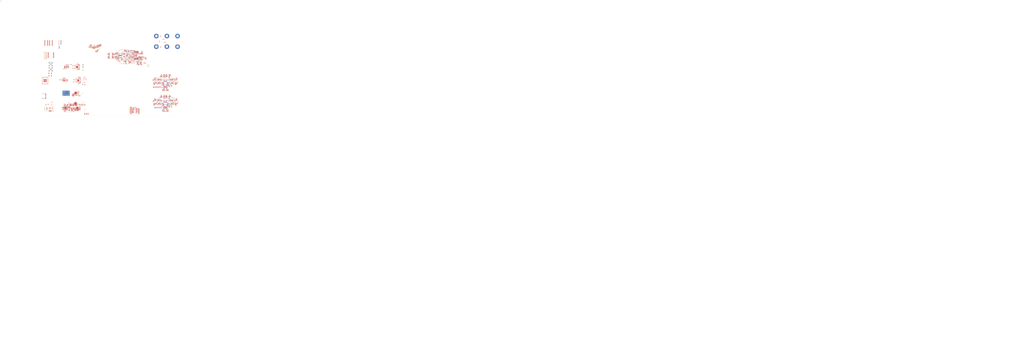
<source format=kicad_pcb>
(kicad_pcb (version 20241229) (generator "pcbnew") (generator_version "9.0")
  (layers (0 "F.Cu" signal) (4 "In1.Cu" signal) (6 "In2.Cu" signal) (2 "B.Cu" signal) (13 "F.Paste" user) (15 "B.Paste" user) (5 "F.SilkS" user "F.Silkscreen") (7 "B.SilkS" user "B.Silkscreen") (1 "F.Mask" user) (3 "B.Mask" user) (25 "Edge.Cuts" user))
  (net 0 "")
  (net 1 "Net-(C61-Pad1)")
  (net 2 "GNDPWR")
  (net 3 "Ref5V")
  (net 4 "GND")
  (net 5 "Ref7V5")
  (net 6 "Net-(U61A--)")
  (net 7 "+18V")
  (net 8 "Net-(U8-3V3)")
  (net 9 "Net-(U84-V_{CC})")
  (net 10 "Net-(U8-EN)")
  (net 11 "Net-(U84-V_{ISO})")
  (net 12 "/CPU/~{SRCLR}")
  (net 13 "+3V3A")
  (net 14 "+5VA")
  (net 15 "-18V")
  (net 16 "Net-(C301-Pad1)")
  (net 17 "Net-(U32A--)")
  (net 18 "Net-(C302-Pad1)")
  (net 19 "Net-(U32B--)")
  (net 20 "Net-(C304-Pad1)")
  (net 21 "+2V5")
  (net 22 "-2V5")
  (net 23 "Net-(U31A-+)")
  (net 24 "Net-(C306-Pad1)")
  (net 25 "Net-(U31B-+)")
  (net 26 "Net-(U33B--)")
  (net 27 "Net-(C330-Pad1)")
  (net 28 "Net-(C331-Pad1)")
  (net 29 "Net-(U33A--)")
  (net 30 "Net-(C341-Pad1)")
  (net 31 "Net-(U37A--)")
  (net 32 "Net-(C312-Pad1)")
  (net 33 "Net-(U37B--)")
  (net 34 "Net-(C344-Pad1)")
  (net 35 "Net-(U36A-+)")
  (net 36 "Net-(U38A--)")
  (net 37 "Net-(C361-Pad1)")
  (net 38 "Net-(C329-Pad1)")
  (net 39 "Net-(U38B--)")
  (net 40 "Net-(C364-Pad1)")
  (net 41 "Net-(U36B-+)")
  (net 42 "/LTC2752 Common/3V3-1")
  (net 43 "/LTC2752 Common/3V3-2")
  (net 44 "Net-(U41A-NR_SS1)")
  (net 45 "Net-(U41A-FB1)")
  (net 46 "Net-(U42A-NR_SS1)")
  (net 47 "Net-(U42A-FB1)")
  (net 48 "Net-(U42B-FB2)")
  (net 49 "Net-(U42B-NR_SS2)")
  (net 50 "+5V6A")
  (net 51 "Net-(U41B-FB2)")
  (net 52 "Net-(U41B-NR_SS2)")
  (net 53 "Net-(U43-FB)")
  (net 54 "+6V")
  (net 55 "Net-(U44-FB)")
  (net 56 "+3V3")
  (net 57 "Net-(U45-NR{slash}SS)")
  (net 58 "Net-(U45-FB)")
  (net 59 "-3V3")
  (net 60 "Net-(U46-FB)")
  (net 61 "Net-(C502-Pad2)")
  (net 62 "Net-(U51-VREG)")
  (net 63 "Net-(U51-COMP1)")
  (net 64 "Net-(U51-COMP2)")
  (net 65 "Net-(C511-Pad2)")
  (net 66 "Net-(U52-NR)")
  (net 67 "Net-(U53-NR{slash}SS)")
  (net 68 "Net-(U53-FB)")
  (net 69 "Net-(C701-Pad1)")
  (net 70 "Net-(C702-Pad2)")
  (net 71 "Net-(U77A--)")
  (net 72 "Net-(C704-Pad1)")
  (net 73 "Net-(C705-Pad1)")
  (net 74 "Net-(U74-+)")
  (net 75 "Net-(C722-Pad2)")
  (net 76 "Net-(U74--)")
  (net 77 "Net-(C723-Pad1)")
  (net 78 "Net-(C727-Pad1)")
  (net 79 "Net-(C729-Pad1)")
  (net 80 "Ref2V5")
  (net 81 "Net-(U7-REGCAPA)")
  (net 82 "Net-(U7-AVDD1)")
  (net 83 "Net-(U7-AVDD2)")
  (net 84 "Net-(U7-IOVDD)")
  (net 85 "Net-(U7-REGCAPD)")
  (net 86 "Net-(U70-Vcc)")
  (net 87 "+5V")
  (net 88 "+5VP")
  (net 89 "Net-(J81-Pin_2)")
  (net 90 "Net-(J81-Pin_1)")
  (net 91 "Net-(J82-In)")
  (net 92 "Earth")
  (net 93 "Net-(J83-In)")
  (net 94 "Net-(J84-Pin_1)")
  (net 95 "USB_D+")
  (net 96 "USB_D-")
  (net 97 "Net-(U51-INBK)")
  (net 98 "Net-(L61-Pad2)")
  (net 99 "Net-(L62-Pad2)")
  (net 100 "/Monitor/AddendA")
  (net 101 "/Monitor/AddendB")
  (net 102 "Net-(U43-SW)")
  (net 103 "Net-(Q81-G)")
  (net 104 "PWR_EN")
  (net 105 "Net-(U61B--)")
  (net 106 "Net-(R81-Pad1)")
  (net 107 "Net-(U84-OUTB)")
  (net 108 "Net-(U84-INC)")
  (net 109 "Net-(U8-IO8)")
  (net 110 "/Offset Voltage Ladder/5V")
  (net 111 "Net-(R101-Pad2)")
  (net 112 "Net-(R102-Pad1)")
  (net 113 "/Offset Voltage Ladder/1V66")
  (net 114 "/Offset Voltage Ladder/0V55")
  (net 115 "Net-(R105-Pad2)")
  (net 116 "/Offset Voltage Ladder/0V18")
  (net 117 "/Offset Voltage Ladder/0V09")
  (net 118 "/Offset Voltage Ladder/0V03")
  (net 119 "Net-(R110-Pad2)")
  (net 120 "/Offset Voltage Ladder/0V01")
  (net 121 "Net-(U301A--)")
  (net 122 "Net-(U301B--)")
  (net 123 "Net-(U46-EN)")
  (net 124 "Net-(U51-SS)")
  (net 125 "Net-(U704A--)")
  (net 126 "/MonTC")
  (net 127 "/Monitor/TC-")
  (net 128 "Net-(U704B--)")
  (net 129 "/Monitor/TC+")
  (net 130 "Net-(C730-Pad2)")
  (net 131 "Net-(U706A--)")
  (net 132 "Net-(U706B--)")
  (net 135 "/MISO")
  (net 138 "/Monitor ADC/16M")
  (net 139 "/MOSI")
  (net 140 "/SCK")
  (net 142 "/~{CSMON}")
  (net 144 "/~{CSDAC2}")
  (net 150 "/CPU/TRIGOUT")
  (net 151 "/CPU/LATCH")
  (net 152 "/~{LDAC}")
  (net 157 "/~{CSDAC1}")
  (net 159 "/~{CSAUX}")
  (net 160 "/CPU/TRIGIN")
  (net 161 "/OffsetA0")
  (net 162 "/OffsetA2")
  (net 163 "/OffsetA1")
  (net 164 "/Offset")
  (net 165 "/Scan")
  (net 166 "/Ref2V16")
  (net 194 "/MonA0")
  (net 195 "/MonA1")
  (net 197 "/DAC2A")
  (net 199 "/DAC1A")
  (net 203 "/DAC1B")
  (net 204 "/MonB0")
  (net 205 "/DAC2B")
  (net 206 "/MonB1")
  (net 207 "Net-(U81-QH')")
  (net 208 "/Sel1B")
  (net 209 "/Sel2B")
  (net 210 "/Sel2A")
  (net 211 "/Sel1A")
  (net 218 "/18V/P5V")
  (net 219 "/18V/VRef")
  (net 220 "/Low Voltage Power/I3V3")
  (net 221 "/Low Voltage Power/Im3V3")
  (net 222 "/Low Voltage Power/I6V")
  (net 223 "/Low Voltage Power/I5VA")
  (net 224 "/Low Voltage Power/I3V3A")
  (net 225 "/Low Voltage Power/I2V5")
  (net 226 "/Low Voltage Power/I5V6A")
  (net 227 "Net-(U11B-+)")
  (net 228 "/DAC2752-1A/IOUT1")
  (net 229 "/DAC2752-1A/Force")
  (net 230 "/DAC2752-1A/RIN")
  (net 231 "/DAC2752-1A/RSense")
  (net 232 "/DAC2752-1B/RIN")
  (net 233 "/DAC2752-1B/RSense")
  (net 234 "/DAC2752-1B/IOUT1")
  (net 235 "/DAC2752-1B/Force")
  (net 236 "/DAC2752-2A/IOUT1")
  (net 237 "/DAC2752-2A/Force")
  (net 238 "/DAC2752-2A/RSense")
  (net 239 "/DAC2752-2A/RIN")
  (net 240 "/DAC2752-2B/IOUT1")
  (net 241 "/DAC2752-2B/Force")
  (net 242 "/DAC2752-2B/RSense")
  (net 243 "/DAC2752-2B/RIN")
  (net 244 "/DAC2752-1B/RCOM")
  (net 245 "/DAC2752-1A/RCOM")
  (net 246 "/DAC2752-2B/RCOM")
  (net 247 "/DAC2752-2A/RCOM")
  (net 248 "/DAC2752-1B/Sense")
  (net 249 "/DAC2752-1A/Sense")
  (net 250 "/DAC2752-2B/Sense")
  (net 251 "/DAC2752-2A/Sense")
  (net 252 "/DAC2752-1A/FREF")
  (net 253 "/DAC2752-1B/FREF")
  (net 254 "/DAC2752-2A/FREF")
  (net 255 "/DAC2752-2B/FREF")
  (net 256 "/FDA/Stage1")
  (net 257 "Net-(U11A-+)")
  (net 258 "/Offset Voltage Ladder/L5V")
  (net 259 "Net-(U321B--)")
  (net 260 "Net-(U321A--)")
  (net 261 "Net-(U341A--)")
  (net 262 "Net-(U341B--)")
  (net 263 "Net-(U361A--)")
  (net 264 "Net-(U361B--)")
  (net 265 "Net-(U30A-IOUT2AS)")
  (net 266 "Net-(U30B-IOUT2BS)")
  (net 267 "Net-(U35A-IOUT2AS)")
  (net 268 "Net-(U35B-IOUT2BS)")
  (net 269 "/Monitor/Vg")
  (net 270 "/Monitor/Isum")
  (net 271 "/Monitor/FbA")
  (net 272 "/Monitor/FbB")
  (net 273 "/Monitor/BufA")
  (net 274 "/Monitor/BufB")
  (net 275 "Net-(U78A--)")
  (net 276 "Net-(J1-Pin_1)")
  (net 277 "Net-(J2-Pin_1)")
  (net 278 "Net-(J3-Pin_1)")
  (net 279 "Net-(J4-Pin_1)")
  (net 280 "Net-(J5-Pin_1)")
  (net 281 "Net-(J6-Pin_1)")
  (net 283 "Net-(J7-CC2)")
  (net 284 "Net-(J7-VBUS-PadA4)")
  (net 286 "Net-(J7-CC1)")
  (net 287 "Net-(JP71-B)")
  (net 288 "/FDA/In-Fb+")
  (net 289 "/FDA/In+Fb-")
  (net 290 "/FDA/Force-")
  (net 291 "/FDA/Force+")
  (net 292 "/FDA/ForceCM")
  (net 293 "/FDA/SenseCM")
  (net 294 "Net-(U85-VDD)")
  (net 295 "Net-(C401-Pad1)")
  (net 296 "Net-(C411-Pad1)")
  (net 297 "Net-(C421-Pad1)")
  (net 298 "/ADC-")
  (net 299 "/ADC+")
  (net 300 "/Sum+")
  (net 301 "/Sum-")
  (net 302 "Ref0V")
  (net 304 "/Monitor ADC/BufR+")
  (net 305 "/Monitor ADC/BufR-")
  (net 306 "Net-(U75B-+)")
  (net 307 "Net-(C342-Pad1)")
  (net 308 "Net-(C345-Pad1)")
  (net 309 "Net-(C362-Pad1)")
  (net 310 "Net-(C366-Pad1)")
  (net 311 "Net-(C737-Pad1)")
  (net 312 "/FDA/S2Bias")
  (net 315 "Net-(D51-A)")
  (net 316 "Net-(D52-K)")
  (net 317 "Net-(U51-FB1)")
  (net 318 "Net-(U51-FB2)")
  (net 319 "Net-(U75B--)")
  (net 320 "Net-(C761-Pad1)")
  (net 321 "Net-(C764-Pad1)")
  (net 322 "Net-(U75A--)")
  (net 323 "Net-(C67-Pad1)")
  (net 325 "Net-(D51-K)")
  (net 326 "Net-(D52-A)")
  (net 327 "Net-(L54-Pad2)")
  (net 335 "/Auxilary/DAC6")
  (net 336 "/Auxilary/DAC5")
  (net 337 "Net-(U30B-IOUT2BF)")
  (net 338 "Net-(U30A-IOUT2AF)")
  (net 339 "Net-(U35B-IOUT2BF)")
  (net 340 "Net-(U35A-IOUT2AF)")
  (net 341 "/Auxilary/DAC4")
  (net 342 "/Auxilary/DAC2")
  (net 343 "/Auxilary/DAC7")
  (net 344 "/Auxilary/DAC3")
  (net 345 "/18V/i18")
  (net 346 "/18V/im18")
  (net 347 "/Low Voltage Power/Im2V5")
  (net 348 "Net-(C468-Pad1)")
  (net 349 "Net-(U11A--)")
  (net 350 "/SHSel")
  (net 351 "Net-(C551-Pad1)")
  (net 352 "/Reference/rin")
  (footprint "Inductor_SMD:L_1008_2520Metric" (layer "F.Cu") (at 115 118.5 90)
    (property "Reference" "L441")
    (property "Value" "1u5")
  )
  (footprint "Parts:MSOP-8-1EP_3x3mm_P0.65mm_EP1.68x1.88mm" (layer "F.Cu") (at 242.8 91.4 180)
    (property "Reference" "RN72")
    (property "Value" "LT5400-1")
  )
  (footprint "Capacitor_SMD:C_0805_2012Metric" (layer "F.Cu") (at 147.25 186.15 90)
    (property "Reference" "C527")
    (property "Value" "10u")
  )
  (footprint "Resistor_SMD:R_0402_1005Metric" (layer "F.Cu") (at 137.6 122 180)
    (property "Reference" "R431")
    (property "Value" "10k")
  )
  (footprint "Resistor_SMD:R_0402_1005Metric" (layer "F.Cu") (at 137.6 114.8 180)
    (property "Reference" "R401")
    (property "Value" "10k")
  )
  (footprint "Inductor_SMD:L_0603_1608Metric" (layer "F.Cu") (at 147.3 116.7)
    (property "Reference" "L401")
    (property "Value" "600")
  )
  (footprint "Parts:OPA2197" (layer "F.Cu") (at 314 144 -90)
    (property "Reference" "U361")
    (property "Value" "OPA2197D")
  )
  (footprint "Capacitor_SMD:C_0603_1608Metric" (layer "F.Cu") (at 276.635 175.85 -90)
    (property "Reference" "C306")
    (property "Value" "330p")
  )
  (footprint "Capacitor_SMD:C_0603_1608Metric" (layer "F.Cu") (at 243.75 194.2 -90)
    (property "Reference" "C102")
    (property "Value" "10n")
  )
  (footprint "Capacitor_SMD:C_0402_1005Metric" (layer "F.Cu") (at 240.05 190.15 180)
    (property "Reference" "C105")
    (property "Value" "0u1")
  )
  (footprint "Capacitor_SMD:C_0603_1608Metric" (layer "F.Cu") (at 138.4 165.7 90)
    (property "Reference" "C464")
    (property "Value" "10n")
  )
  (footprint "Inductor_SMD:L_0603_1608Metric" (layer "F.Cu") (at 130.8 145.3)
    (property "Reference" "L42")
    (property "Value" "600")
  )
  (footprint "Resistor_SMD:R_0603_1608Metric" (layer "F.Cu") (at 242.25 96.25 -90)
    (property "Reference" "R726")
    (property "Value" "10k")
  )
  (footprint "Capacitor_SMD:C_0402_1005Metric" (layer "F.Cu") (at 286.8 147.35 -90)
    (property "Reference" "C356")
    (property "Value" "0n1")
  )
  (footprint "Package_SO:SOIC-8_3.9x4.9mm_P1.27mm" (layer "F.Cu") (at 290.3 134.2)
    (property "Reference" "U342")
    (property "Value" "DG419D")
  )
  (footprint "Resistor_SMD:R_0402_1005Metric" (layer "F.Cu") (at 104.2 72.8)
    (property "Reference" "R82")
    (property "Value" "1k")
  )
  (footprint "Capacitor_SMD:C_0402_1005Metric" (layer "F.Cu") (at 208.3 98.6 90)
    (property "Reference" "C712")
    (property "Value" "0u1")
  )
  (footprint "Resistor_SMD:R_0402_1005Metric" (layer "F.Cu") (at 209.9 103.5 -90)
    (property "Reference" "R710")
    (property "Value" "100k")
  )
  (footprint "Resistor_SMD:R_0402_1005Metric" (layer "F.Cu") (at 309.45 147.7 180)
    (property "Reference" "R363")
    (property "Value" "330")
  )
  (footprint "Capacitor_SMD:C_0603_1608Metric" (layer "F.Cu") (at 221.9 94 180)
    (property "Reference" "C704")
    (property "Value" "330p")
  )
  (footprint "Capacitor_SMD:C_0402_1005Metric" (layer "F.Cu") (at 137.75 168.1 90)
    (property "Reference" "C465")
    (property "Value" "1u")
  )
  (footprint "Inductor_SMD:L_0603_1608Metric" (layer "F.Cu") (at 81.7 102.5)
    (property "Reference" "L82")
    (property "Value" "600")
  )
  (footprint "Capacitor_SMD:C_0402_1005Metric" (layer "F.Cu") (at 222.7 108.45 -90)
    (property "Reference" "C729")
    (property "Value" "10p")
  )
  (footprint "Parts:OPA4521" (layer "F.Cu") (at 237.3 97.75 90)
    (property "Reference" "U74")
    (property "Value" "THS4521IDGK")
  )
  (footprint "Capacitor_SMD:C_0603_1608Metric" (layer "F.Cu") (at 141.05 192.65 90)
    (property "Reference" "C545")
    (property "Value" "10n")
  )
  (footprint "Parts:TestPoint" (layer "F.Cu") (at 147.4 114.1)
    (property "Reference" "TP41" (hide yes))
    (property "Value" "TestPoint")
  )
  (footprint "Resistor_SMD:R_0402_1005Metric" (layer "F.Cu") (at 104.2 74.8)
    (property "Reference" "R84")
    (property "Value" "100")
  )
  (footprint "Resistor_SMD:R_0603_1608Metric" (layer "F.Cu") (at 223.7 105.6)
    (property "Reference" "R734")
    (property "Value" "12k")
  )
  (footprint "Resistor_SMD:R_0402_1005Metric" (layer "F.Cu") (at 104.2 76.8)
    (property "Reference" "R86")
    (property "Value" "10k")
  )
  (footprint "Package_SO:TSSOP-14_4.4x5mm_P0.65mm" (layer "F.Cu") (at 197.2 100.55 180)
    (property "Reference" "U72")
    (property "Value" "TMUX6104")
  )
  (footprint "Resistor_SMD:R_0402_1005Metric" (layer "F.Cu") (at 314.635 186.15 -90)
    (property "Reference" "R322")
    (property "Value" "330")
  )
  (footprint "Resistor_SMD:R_0603_1608Metric" (layer "F.Cu") (at 233.05 190.05 180)
    (property "Reference" "R101")
    (property "Value" "604")
  )
  (footprint "Capacitor_SMD:C_0603_1608Metric" (layer "F.Cu") (at 135.05 140.2 90)
    (property "Reference" "C412")
    (property "Value" "10u")
  )
  (footprint "Capacitor_SMD:C_0603_1608Metric" (layer "F.Cu") (at 132.95 120.7 -90)
    (property "Reference" "C431")
    (property "Value" "10u")
  )
  (footprint "Capacitor_SMD:C_0805_2012Metric" (layer "F.Cu") (at 121.9 166.7 90)
    (property "Reference" "C476")
    (property "Value" "22u")
  )
  (footprint "Parts:TestPoint" (layer "F.Cu") (at 147.2 124.2)
    (property "Reference" "TP47" (hide yes))
    (property "Value" "TestPoint")
  )
  (footprint "Capacitor_SMD:C_0603_1608Metric" (layer "F.Cu") (at 142.15 138.5 180)
    (property "Reference" "C415")
    (property "Value" "10n")
  )
  (footprint "Capacitor_SMD:C_0603_1608Metric" (layer "F.Cu") (at 244.35 109.75 -90)
    (property "Reference" "C764")
    (property "Value" "330p")
  )
  (footprint "Parts:OPA2189" (layer "F.Cu") (at 226.85 90.3)
    (property "Reference" "U78")
    (property "Value" "OPA2189DGK")
  )
  (footprint "Capacitor_SMD:C_0402_1005Metric" (layer "F.Cu") (at 78.2 92.2)
    (property "Reference" "C81")
    (property "Value" "1u")
  )
  (footprint "Resistor_SMD:R_0402_1005Metric" (layer "F.Cu") (at 305.15 177.3 180)
    (property "Reference" "R329")
    (property "Value" "330")
  )
  (footprint "Resistor_SMD:R_0402_1005Metric" (layer "F.Cu") (at 231.5 109.05)
    (property "Reference" "R737")
    (property "Value" "1k5")
  )
  (footprint "Inductor_SMD:L_0603_1608Metric" (layer "F.Cu") (at 293.4 155.3)
    (property "Reference" "L32")
    (property "Value" "600")
  )
  (footprint "Parts:OPA2197" (layer "F.Cu") (at 276 181 90)
    (property "Reference" "U301")
    (property "Value" "OPA2197D")
  )
  (footprint "Capacitor_SMD:C_0402_1005Metric" (layer "F.Cu") (at 130.4 165.75)
    (property "Reference" "C463")
    (property "Value" "1u")
  )
  (footprint "Capacitor_SMD:C_0402_1005Metric" (layer "F.Cu") (at 302.4 183.6 -90)
    (property "Reference" "C335")
    (property "Value" "0n1")
  )
  (footprint "Capacitor_SMD:C_0402_1005Metric" (layer "F.Cu") (at 258.1 103.9 180)
    (property "Reference" "C778")
    (property "Value" "1u")
  )
  (footprint "Capacitor_SMD:C_0402_1005Metric" (layer "F.Cu") (at 137.35 186.2 90)
    (property "Reference" "C525")
    (property "Value" "0u1")
  )
  (footprint "Capacitor_SMD:C_0603_1608Metric" (layer "F.Cu") (at 81.7 97.5)
    (property "Reference" "C86")
    (property "Value" "10u")
  )
  (footprint "Package_SO:TSSOP-14_4.4x5mm_P0.65mm" (layer "F.Cu") (at 197.2 94.95 180)
    (property "Reference" "U71")
    (property "Value" "TMUX6104")
  )
  (footprint "Package_SO:SOIC-16W_7.5x10.3mm_P1.27mm" (layer "F.Cu") (at 90.1 97.2)
    (property "Reference" "U84")
    (property "Value" "ISOW7842")
  )
  (footprint "Resistor_SMD:R_0402_1005Metric" (layer "F.Cu") (at 310.15 140.3 180)
    (property "Reference" "R371")
    (property "Value" "330")
  )
  (footprint "Capacitor_SMD:C_0402_1005Metric" (layer "F.Cu") (at 304.7 143.2 90)
    (property "Reference" "C368")
    (property "Value" "1u")
  )
  (footprint "Parts:Plated_Hole_D4.0mm_10mm" (layer "F.Cu") (at 278.75 63)
    (property "Reference" "J1")
    (property "Value" "Conn_01x01_Socket")
  )
  (footprint "Parts:FKH0008A-MFG" (layer "F.Cu") (at 167.3 83.3)
    (property "Reference" "U6")
    (property "Value" "REF7050")
  )
  (footprint "Resistor_SMD:R_0603_1608Metric" (layer "F.Cu") (at 208.7 104.85 -90)
    (property "Reference" "R709")
    (property "Value" "16k")
  )
  (footprint "Parts:TestPoint" (layer "F.Cu") (at 148.9 139.9)
    (property "Reference" "TP44" (hide yes))
    (property "Value" "TestPoint")
  )
  (footprint "Capacitor_SMD:C_0402_1005Metric" (layer "F.Cu") (at 303.45 191.4)
    (property "Reference" "C387")
    (property "Value" "1u")
  )
  (footprint "Capacitor_SMD:C_0402_1005Metric" (layer "F.Cu") (at 136.2 122.4 -90)
    (property "Reference" "C433")
    (property "Value" "1u")
  )
  (footprint "Parts:LQFP-48_7x7mm_P0.5mm" (layer "F.Cu") (at 295 185.6)
    (property "Reference" "U30")
    (property "Value" "LTC2752B")
  )
  (footprint "Capacitor_SMD:C_0402_1005Metric" (layer "F.Cu") (at 317.2 145.3 90)
    (property "Reference" "C369")
    (property "Value" "0u1")
  )
  (footprint "Resistor_SMD:R_0402_1005Metric" (layer "F.Cu") (at 241.05 194.75)
    (property "Reference" "R118")
    (property "Value" "100")
  )
  (footprint "Capacitor_SMD:C_0402_1005Metric" (layer "F.Cu") (at 285.25 181.8 -90)
    (property "Reference" "C308")
    (property "Value" "1u")
  )
  (footprint "Capacitor_SMD:C_0402_1005Metric" (layer "F.Cu") (at 286.1 172.5 90)
    (property "Reference" "C314")
    (property "Value" "0u1")
  )
  (footprint "Capacitor_SMD:C_0402_1005Metric" (layer "F.Cu") (at 301.7 174.4 180)
    (property "Reference" "C327")
    (property "Value" "1u")
  )
  (footprint "Resistor_SMD:R_0402_1005Metric" (layer "F.Cu") (at 275.365 175.75 90)
    (property "Reference" "R312")
    (property "Value" "330")
  )
  (footprint "Package_DFN_QFN:QFN-20-1EP_4x4mm_P0.5mm_EP2.7x2.7mm" (layer "F.Cu") (at 139 142.5)
    (property "Reference" "U42")
    (property "Value" "TPS7A8801RTJR")
  )
  (footprint "Package_DFN_QFN:Texas_RGW0020A_VQFN-20-1EP_5x5mm_P0.65mm_EP3.15x3.15mm" (layer "F.Cu") (at 137.15 192.15 180)
    (property "Reference" "U53")
    (property "Value" "TPS7A3301RGW")
  )
  (footprint "Parts:NetTie-2_SMD_Pad0.5mm" (layer "F.Cu") (at 167.3 83.2 90)
    (property "Reference" "NT61" (hide yes))
    (property "Value" "NetTie_2" (hide yes))
  )
  (footprint "Capacitor_SMD:C_0402_1005Metric" (layer "F.Cu") (at 113.15 166.7 -90)
    (property "Reference" "C472")
    (property "Value" "1u")
  )
  (footprint "Inductor_SMD:L_0603_1608Metric" (layer "F.Cu") (at 286.55 82.65 -90)
    (property "Reference" "L72")
    (property "Value" "100")
  )
  (footprint "Capacitor_SMD:C_0603_1608Metric" (layer "F.Cu") (at 251.75 111.25 -90)
    (property "Reference" "C761")
    (property "Value" "330p")
  )
  (footprint "Capacitor_SMD:C_0603_1608Metric" (layer "F.Cu") (at 275.365 149.15 90)
    (property "Reference" "C342")
    (property "Value" "330p")
  )
  (footprint "Capacitor_SMD:C_0603_1608Metric" (layer "F.Cu") (at 236.55 102.2 90)
    (property "Reference" "C723")
    (property "Value" "330p")
  )
  (footprint "Resistor_SMD:R_0603_1608Metric" (layer "F.Cu") (at 116 185.5 180)
    (property "Reference" "R503")
    (property "Value" "1M")
  )
  (footprint "Resistor_SMD:R_0603_1608Metric" (layer "F.Cu") (at 170.85 90.15 -90)
    (property "Reference" "R63")
    (property "Value" "1")
  )
  (footprint "Capacitor_SMD:C_0402_1005Metric" (layer "F.Cu") (at 78.2 100.1)
    (property "Reference" "C87")
    (property "Value" "0u1")
  )
  (footprint "Package_CSP:LFCSP-20-1EP_4x4mm_P0.5mm_EP2.6x2.6mm" (layer "F.Cu") (at 115.9 191.9 -90)
    (property "Reference" "U51")
    (property "Value" "ADP5071ACPZ")
  )
  (footprint "Inductor_SMD:L_0603_1608Metric" (layer "F.Cu") (at 286.45 63.25)
    (property "Reference" "L71")
    (property "Value" "100")
  )
  (footprint "Capacitor_SMD:C_0603_1608Metric" (layer "F.Cu") (at 171.8 81.25 90)
    (property "Reference" "C65")
    (property "Value" "10u")
  )
  (footprint "Capacitor_SMD:C_0603_1608Metric" (layer "F.Cu") (at 307.7 140.3 180)
    (property "Reference" "C364")
    (property "Value" "330p")
  )
  (footprint "Capacitor_SMD:C_0402_1005Metric" (layer "F.Cu") (at 252.25 102.1)
    (property "Reference" "C771")
    (property "Value" "1u")
  )
  (footprint "Inductor_SMD:L_0603_1608Metric" (layer "F.Cu") (at 253.05 90.3 180)
    (property "Reference" "L78")
    (property "Value" "600")
  )
  (footprint "Capacitor_SMD:C_0402_1005Metric" (layer "F.Cu") (at 247.2 113.5 180)
    (property "Reference" "C773")
    (property "Value" "0u1")
  )
  (footprint "Diode_SMD:D_SOD-323" (layer "F.Cu") (at 148.61 142.625)
    (property "Reference" "D42")
    (property "Value" "1N5819WS")
  )
  (footprint "Button_Switch_SMD:SW_SPST_TS-1088-xR020" (layer "F.Cu") (at 88.7 134.2)
    (property "Reference" "SW82")
    (property "Value" "SW_Push")
  )
  (footprint "Capacitor_SMD:C_0603_1608Metric" (layer "F.Cu") (at 240.75 97.75 90)
    (property "Reference" "C733")
    (property "Value" "10u")
  )
  (footprint "Resistor_SMD:R_0402_1005Metric" (layer "F.Cu") (at 139.9 165.7 90)
    (property "Reference" "R462")
    (property "Value" "20k")
  )
  (footprint "Resistor_SMD:R_0402_1005Metric" (layer "F.Cu") (at 219.45 94 180)
    (property "Reference" "R705")
    (property "Value" "330")
  )
  (footprint "Capacitor_SMD:C_0805_2012Metric" (layer "F.Cu") (at 130.35 187 -90)
    (property "Reference" "C522")
    (property "Value" "10u")
  )
  (footprint "Capacitor_SMD:C_0603_1608Metric" (layer "F.Cu") (at 113.7 185.1 -90)
    (property "Reference" "C502")
    (property "Value" "1n")
  )
  (footprint "Capacitor_SMD:C_0402_1005Metric" (layer "F.Cu") (at 139.65 120.7 -90)
    (property "Reference" "C435")
    (property "Value" "1u")
  )
  (footprint "Capacitor_SMD:C_0603_1608Metric" (layer "F.Cu") (at 287.15 178.4 90)
    (property "Reference" "C303")
    (property "Value" "330p")
  )
  (footprint "Parts:OPA2388" (layer "F.Cu") (at 304.3 152.15 180)
    (property "Reference" "U39")
    (property "Value" "OPA2388DGK")
  )
  (footprint "Parts:OPA2189" (layer "F.Cu") (at 248.05 111.25)
    (property "Reference" "U75")
    (property "Value" "OPA2189DGK")
  )
  (footprint "Resistor_SMD:R_0603_1608Metric" (layer "F.Cu") (at 247.05 197.55)
    (property "Reference" "R111")
    (property "Value" "100")
  )
  (footprint "Capacitor_SMD:C_0402_1005Metric" (layer "F.Cu") (at 141.75 144.8 90)
    (property "Reference" "C426")
    (property "Value" "1u")
  )
  (footprint "Inductor_SMD:L_0603_1608Metric" (layer "F.Cu") (at 293.4 192.3)
    (property "Reference" "L31")
    (property "Value" "600")
  )
  (footprint "Resistor_SMD:R_0603_1608Metric" (layer "F.Cu") (at 114.8 163.3)
    (property "Reference" "R474")
    (property "Value" "130k")
  )
  (footprint "Resistor_SMD:R_0603_1608Metric" (layer "F.Cu") (at 118.1 114.5 180)
    (property "Reference" "R441")
    (property "Value" "2M")
  )
  (footprint "Capacitor_SMD:C_0603_1608Metric" (layer "F.Cu") (at 227.75 95.25)
    (property "Reference" "C728")
    (property "Value" "10n")
  )
  (footprint "Capacitor_SMD:C_0402_1005Metric" (layer "F.Cu") (at 202 101.25 180)
    (property "Reference" "C709")
    (property "Value" "0u1")
  )
  (footprint "Capacitor_SMD:C_0603_1608Metric" (layer "F.Cu") (at 130.225 170.565)
    (property "Reference" "C468")
    (property "Value" "10u")
  )
  (footprint "Capacitor_SMD:C_0402_1005Metric" (layer "F.Cu") (at 249.95 109 180)
    (property "Reference" "C772")
    (property "Value" "0u1")
  )
  (footprint "Capacitor_SMD:C_0402_1005Metric" (layer "F.Cu") (at 138.3 138.5 90)
    (property "Reference" "C414")
    (property "Value" "1u")
  )
  (footprint "Diode_SMD:D_SOD-323" (layer "F.Cu") (at 262.2 115.95 90)
    (property "Reference" "D74")
    (property "Value" "1N5819WS")
  )
  (footprint "Capacitor_SMD:C_0603_1608Metric" (layer "F.Cu") (at 253.05 91.8)
    (property "Reference" "C776")
    (property "Value" "10u")
  )
  (footprint "Capacitor_SMD:C_0402_1005Metric" (layer "F.Cu") (at 235.7 199.15 -90)
    (property "Reference" "C104")
    (property "Value" "1u")
  )
  (footprint "Capacitor_SMD:C_0402_1005Metric" (layer "F.Cu") (at 120.1 118.7 -90)
    (property "Reference" "C444")
    (property "Value" "1u")
  )
  (footprint "Capacitor_SMD:C_0402_1005Metric" (layer "F.Cu") (at 139.65 116.1 90)
    (property "Reference" "C406")
    (property "Value" "1u")
  )
  (footprint "Parts:OPA2189" (layer "F.Cu") (at 240.05 192.45)
    (property "Reference" "U11")
    (property "Value" "OPA2189DGK")
  )
  (footprint "Capacitor_SMD:C_0805_2012Metric" (layer "F.Cu") (at 119.9 166.7 90)
    (property "Reference" "C475")
    (property "Value" "22u")
  )
  (footprint "Capacitor_SMD:C_0402_1005Metric" (layer "F.Cu") (at 78.2 98.1)
    (property "Reference" "C85")
    (property "Value" "0u1")
  )
  (footprint "Resistor_SMD:R_0402_1005Metric" (layer "F.Cu") (at 279.9 184.7)
    (property "Reference" "R303")
    (property "Value" "330")
  )
  (footprint "Capacitor_SMD:C_0402_1005Metric" (layer "F.Cu") (at 219 96.9 90)
    (property "Reference" "C719")
    (property "Value" "1u")
  )
  (footprint "Resistor_SMD:R_0402_1005Metric" (layer "F.Cu") (at 117.25 164.3)
    (property "Reference" "R471")
    (property "Value" "22k")
  )
  (footprint "Capacitor_SMD:C_0402_1005Metric" (layer "F.Cu") (at 78.2 96.1)
    (property "Reference" "C84")
    (property "Value" "1u")
  )
  (footprint "Resistor_SMD:R_0402_1005Metric" (layer "F.Cu") (at 280.55 177.3)
    (property "Reference" "R311")
    (property "Value" "330")
  )
  (footprint "Capacitor_SMD:C_0603_1608Metric" (layer "F.Cu") (at 81.7 95)
    (property "Reference" "C82")
    (property "Value" "10u")
  )
  (footprint "Capacitor_SMD:C_0603_1608Metric" (layer "F.Cu") (at 209.85 93.6 90)
    (property "Reference" "C716")
    (property "Value" "10n")
  )
  (footprint "Diode_SMD:D_PowerDI-123" (layer "F.Cu") (at 124.1 188 -90)
    (property "Reference" "D51")
    (property "Value" "DFLS140")
  )
  (footprint "Capacitor_SMD:C_0603_1608Metric" (layer "F.Cu") (at 251.3 113.5)
    (property "Reference" "C760")
    (property "Value" "10n")
  )
  (footprint "Resistor_SMD:R_0603_1608Metric" (layer "F.Cu") (at 247.05 194.55 180)
    (property "Reference" "R109")
    (property "Value" "604")
  )
  (footprint "Diode_SMD:D_SOD-323" (layer "F.Cu") (at 264.75 118 180)
    (property "Reference" "D71")
    (property "Value" "1N5819WS")
  )
  (footprint "Resistor_SMD:R_0402_1005Metric" (layer "F.Cu") (at 285.45 177.3)
    (property "Reference" "R309")
    (property "Value" "330")
  )
  (footprint "Capacitor_SMD:C_0805_2012Metric" (layer "F.Cu") (at 138.2 196.3 180)
    (property "Reference" "C546")
    (property "Value" "10u")
  )
  (footprint "Resistor_SMD:R_0603_1608Metric" (layer "F.Cu") (at 118.1 116 180)
    (property "Reference" "R443")
    (property "Value" "91k")
  )
  (footprint "Resistor_SMD:R_0402_1005Metric" (layer "F.Cu") (at 223.4 89.5 -90)
    (property "Reference" "R708")
    (property "Value" "330")
  )
  (footprint "Parts:Plated_Hole_D4.0mm_10mm" (layer "F.Cu") (at 297.75 82)
    (property "Reference" "J4")
    (property "Value" "Conn_01x01_Socket")
  )
  (footprint "Resistor_SMD:R_0402_1005Metric" (layer "F.Cu") (at 81.7 105)
    (property "Reference" "R83")
    (property "Value" "33")
  )
  (footprint "Parts:Plated_Hole_D4.0mm_10mm" (layer "F.Cu") (at 278.75 82)
    (property "Reference" "J2")
    (property "Value" "Conn_01x01_Socket")
  )
  (footprint "Capacitor_SMD:C_0402_1005Metric" (layer "F.Cu") (at 138.1 146.5 -90)
    (property "Reference" "C424")
    (property "Value" "1u")
  )
  (footprint "Inductor_SMD:L_0603_1608Metric" (layer "F.Cu") (at 129.55 116.25)
    (property "Reference" "L40")
    (property "Value" "600")
  )
  (footprint "Capacitor_SMD:C_0603_1608Metric" (layer "F.Cu") (at 256.865 110.895 90)
    (property "Reference" "C765")
    (property "Value" "10n")
  )
  (footprint "Resistor_SMD:R_0402_1005Metric" (layer "F.Cu") (at 140.05 113.2 180)
    (property "Reference" "R402")
    (property "Value" "51k")
  )
  (footprint "Parts:TestPoint" (layer "F.Cu") (at 139.45 185)
    (property "Reference" "TP52" (hide yes))
    (property "Value" "TestPoint")
  )
  (footprint "Resistor_SMD:R_0402_1005Metric" (layer "F.Cu") (at 304.55 184.7 180)
    (property "Reference" "R321")
    (property "Value" "330")
  )
  (footprint "Capacitor_SMD:C_0402_1005Metric" (layer "F.Cu") (at 141.75 140.2 90)
    (property "Reference" "C416")
    (property "Value" "1u")
  )
  (footprint "Capacitor_SMD:C_0402_1005Metric" (layer "F.Cu") (at 217.25 94.25 -90)
    (property "Reference" "C703")
    (property "Value" "0n1")
  )
  (footprint "Capacitor_SMD:C_0402_1005Metric" (layer "F.Cu") (at 136.25 140.2 90)
    (property "Reference" "C413")
    (property "Value" "1u")
  )
  (footprint "Capacitor_SMD:C_0603_1608Metric" (layer "F.Cu") (at 150.95 150.3)
    (property "Reference" "C421")
    (property "Value" "10u")
  )
  (footprint "Capacitor_SMD:C_0603_1608Metric" (layer "F.Cu") (at 302.9 177.2 90)
    (property "Reference" "C328")
    (property "Value" "330p")
  )
  (footprint "Resistor_SMD:R_0402_1005Metric" (layer "F.Cu") (at 119.15 164.3)
    (property "Reference" "R472")
    (property "Value" "10k")
  )
  (footprint "Capacitor_SMD:C_0402_1005Metric" (layer "F.Cu") (at 136.25 144.8 -90)
    (property "Reference" "C423")
    (property "Value" "1u")
  )
  (footprint "Capacitor_SMD:C_0805_2012Metric" (layer "F.Cu") (at 119.85 142.1 90)
    (property "Reference" "C455")
    (property "Value" "22u")
  )
  (footprint "Capacitor_SMD:C_0603_1608Metric" (layer "F.Cu") (at 131 168.35 -90)
    (property "Reference" "C461")
    (property "Value" "10u")
  )
  (footprint "Capacitor_SMD:C_0402_1005Metric" (layer "F.Cu") (at 136.2 114.4 90)
    (property "Reference" "C404")
    (property "Value" "1u")
  )
  (footprint "Capacitor_SMD:C_0603_1608Metric" (layer "F.Cu") (at 299.45 158.875)
    (property "Reference" "C371")
    (property "Value" "10n")
  )
  (footprint "Capacitor_SMD:C_0603_1608Metric" (layer "F.Cu") (at 243.75 99.25 -90)
    (property "Reference" "C721")
    (property "Value" "10n")
  )
  (footprint "Capacitor_SMD:C_0402_1005Metric" (layer "F.Cu") (at 93.9 197.7)
    (property "Reference" "C852")
    (property "Value" "1u")
  )
  (footprint "Capacitor_SMD:C_0402_1005Metric" (layer "F.Cu") (at 78.2 94.2)
    (property "Reference" "C83")
    (property "Value" "1u")
  )
  (footprint "Capacitor_SMD:C_0402_1005Metric" (layer "F.Cu") (at 305.15 186.9)
    (property "Reference" "C388")
    (property "Value" "1u")
  )
  (footprint "Resistor_SMD:R_0402_1005Metric" (layer "F.Cu") (at 231.95 110.45 90)
    (property "Reference" "R736")
    (property "Value" "10k")
  )
  (footprint "Resistor_SMD:R_0402_1005Metric" (layer "F.Cu") (at 142.55 190.2 90)
    (property "Reference" "R543")
    (property "Value" "100k")
  )
  (footprint "Parts:TestPoint" (layer "F.Cu") (at 167.3 79.7)
    (property "Reference" "TP63" (hide yes))
    (property "Value" "TestPoint")
  )
  (footprint "Capacitor_SMD:C_0402_1005Metric" (layer "F.Cu") (at 164 83.95 -90)
    (property "Reference" "C63")
    (property "Value" "1u")
  )
  (footprint "Diode_SMD:D_SOD-323" (layer "F.Cu") (at 148.57 181.475)
    (property "Reference" "D55")
    (property "Value" "1N5819WS")
  )
  (footprint "Resistor_SMD:R_0402_1005Metric" (layer "F.Cu") (at 234.95 95.5 180)
    (property "Reference" "R720")
    (property "Value" "1k")
  )
  (footprint "Inductor_SMD:L_0603_1608Metric" (layer "F.Cu") (at 106.6 141.4)
    (property "Reference" "L46")
    (property "Value" "100")
  )
  (footprint "Capacitor_SMD:C_0402_1005Metric" (layer "F.Cu") (at 304.7 180.2 90)
    (property "Reference" "C322")
    (property "Value" "1u")
  )
  (footprint "Capacitor_SMD:C_0402_1005Metric" (layer "F.Cu") (at 230.15 95.5 180)
    (property "Reference" "C731")
    (property "Value" "1u")
  )
  (footprint "Resistor_SMD:R_0603_1608Metric" (layer "F.Cu") (at 116 187)
    (property "Reference" "R504")
    (property "Value" "1M3")
  )
  (footprint "Resistor_SMD:R_0402_1005Metric" (layer "F.Cu") (at 141.05 190.2 90)
    (property "Reference" "R542")
    (property "Value" "10k")
  )
  (footprint "Resistor_SMD:R_0603_1608Metric" (layer "F.Cu") (at 159.8 79.675 -90)
    (property "Reference" "R64")
    (property "Value" "2R2")
  )
  (footprint "Inductor_SMD:L_0603_1608Metric" (layer "F.Cu") (at 159.8 82.675 90)
    (property "Reference" "L61")
    (property "Value" "600")
  )
  (footprint "Capacitor_SMD:C_0603_1608Metric" (layer "F.Cu") (at 179.2 80 90)
    (property "Reference" "C68")
    (property "Value" "10n")
  )
  (footprint "Package_DFN_QFN:QFN-20-1EP_4x4mm_P0.5mm_EP2.7x2.7mm" (layer "F.Cu") (at 136.9 118.4)
    (property "Reference" "U41")
    (property "Value" "TPS7A8801RTJR")
  )
  (footprint "Inductor_SMD:L_TechFuse_SL0420" (layer "F.Cu") (at 122.95 193.5 -90)
    (property "Reference" "L52")
    (property "Value" "10u")
  )
  (footprint "Parts:TestPoint" (layer "F.Cu") (at 139.1 168.1)
    (property "Reference" "TP46" (hide yes))
    (property "Value" "TestPoint")
  )
  (footprint "Resistor_SMD:R_0603_1608Metric" (layer "F.Cu") (at 247.05 196.05)
    (property "Reference" "R110")
    (property "Value" "100")
  )
  (footprint "Capacitor_SMD:C_0402_1005Metric" (layer "F.Cu") (at 226 92.55 180)
    (property "Reference" "C711")
    (property "Value" "0u1")
  )
  (footprint "Resistor_SMD:R_0603_1608Metric" (layer "F.Cu") (at 112.4 139.7 180)
    (property "Reference" "R451")
    (property "Value" "30k")
  )
  (footprint "Capacitor_SMD:C_0402_1005Metric" (layer "F.Cu") (at 231 110.45 90)
    (property "Reference" "C730")
    (property "Value" "10p")
  )
  (footprint "Parts:PinHeader_1x02_P2.54mm_Vertical" (layer "F.Cu") (at 82.8 193)
    (property "Reference" "J86")
    (property "Value" "Conn_01x02_Pin")
  )
  (footprint "Capacitor_SMD:C_0603_1608Metric" (layer "F.Cu") (at 140.85 116.65 90)
    (property "Reference" "C407")
    (property "Value" "10u")
  )
  (footprint "Capacitor_SMD:C_0603_1608Metric" (layer "F.Cu") (at 247.2 114.7 180)
    (property "Reference" "C779")
    (property "Value" "10u")
  )
  (footprint "Connector_USB:USB_C_Receptacle_GCT_USB4105-xx-A_16P_TopMnt_Horizontal" (layer "F.Cu") (at 77.1 170.5 -90)
    (property "Reference" "J7")
    (property "Value" "USB_C_Receptacle_USB2.0_16P")
  )
  (footprint "Package_SON:WSON-8-1EP_2x2mm_P0.5mm_EP0.9x1.6mm" (layer "F.Cu") (at 118 118 180)
    (property "Reference" "U43")
    (property "Value" "TPS61252DSG")
  )
  (footprint "Parts:TestPoint" (layer "F.Cu") (at 146.8 149.6)
    (property "Reference" "TP45" (hide yes))
    (property "Value" "TestPoint")
  )
  (footprint "Resistor_SMD:R_0603_1608Metric" (layer "F.Cu") (at 172.35 90.15 90)
    (property "Reference" "R62")
    (property "Value" "10k")
  )
  (footprint "Diode_SMD:D_SOD-323" (layer "F.Cu") (at 82.7 198.1)
    (property "Reference" "D85")
    (property "Value" "BZX384 5V6")
  )
  (footprint "Resistor_SMD:R_0603_1608Metric" (layer "F.Cu") (at 247.05 193.05)
    (property "Reference" "R108")
    (property "Value" "47k5")
  )
  (footprint "Parts:TestPoint" (layer "F.Cu") (at 171.3 83.4)
    (property "Reference" "TP62" (hide yes))
    (property "Value" "TestPoint")
  )
  (footprint "Capacitor_SMD:C_0402_1005Metric" (layer "F.Cu") (at 309.3 144.8 90)
    (property "Reference" "C367")
    (property "Value" "1u")
  )
  (footprint "Capacitor_SMD:C_0603_1608Metric" (layer "F.Cu") (at 206.05 101.45)
    (property "Reference" "C702")
    (property "Value" "330p")
  )
  (footprint "Resistor_SMD:R_0603_1608Metric" (layer "F.Cu") (at 137.8 112.8 90)
    (property "Reference" "R403")
    (property "Value" "180k")
  )
  (footprint "Capacitor_SMD:C_0402_1005Metric" (layer "F.Cu") (at 302.45 146.6 -90)
    (property "Reference" "C376")
    (property "Value" "0n1")
  )
  (footprint "Capacitor_SMD:C_0603_1608Metric" (layer "F.Cu") (at 282.35 184.7)
    (property "Reference" "C301")
    (property "Value" "330p")
  )
  (footprint "Parts:PinHeader_1x02_P2.54mm_Vertical" (layer "F.Cu") (at 105 83.3)
    (property "Reference" "J84")
    (property "Value" "Conn_01x02_Pin")
  )
  (footprint "Resistor_SMD:R_0402_1005Metric" (layer "F.Cu") (at 284.8 184.7)
    (property "Reference" "R301")
    (property "Value" "330")
  )
  (footprint "Capacitor_SMD:C_0805_2012Metric" (layer "F.Cu") (at 133.4 195.6 -90)
    (property "Reference" "C541")
    (property "Value" "10u")
  )
  (footprint "Capacitor_SMD:C_0402_1005Metric" (layer "F.Cu") (at 134.95 195.85 -90)
    (property "Reference" "C542")
    (property "Value" "0u1")
  )
  (footprint "Capacitor_SMD:C_0603_1608Metric" (layer "F.Cu") (at 314.635 175.85 -90)
    (property "Reference" "C329")
    (property "Value" "330p")
  )
  (footprint "Capacitor_SMD:C_0603_1608Metric" (layer "F.Cu") (at 111.75 194.65 180)
    (property "Reference" "C511")
    (property "Value" "330p")
  )
  (footprint "Resistor_SMD:R_0603_1608Metric" (layer "F.Cu") (at 114.8 196.8 180)
    (property "Reference" "R513")
    (property "Value" "2M7")
  )
  (footprint "Inductor_SMD:L_0603_1608Metric" (layer "F.Cu") (at 253.25 105.7 180)
    (property "Reference" "L80")
    (property "Value" "600")
  )
  (footprint "Inductor_SMD:L_0603_1608Metric" (layer "F.Cu") (at 150.3 136.85)
    (property "Reference" "L411")
    (property "Value" "600")
  )
  (footprint "Parts:OPA2197" (layer "F.Cu") (at 276 144 90)
    (property "Reference" "U341")
    (property "Value" "OPA2197D")
  )
  (footprint "Resistor_SMD:R_0603_1608Metric" (layer "F.Cu") (at 247.05 202.05)
    (property "Reference" "R117")
    (property "Value" "1M5")
  )
  (footprint "Resistor_SMD:R_0603_1608Metric" (layer "F.Cu") (at 128.6 187 -90)
    (property "Reference" "R524")
    (property "Value" "1")
  )
  (footprint "Inductor_SMD:L_0603_1608Metric" (layer "F.Cu") (at 131.4 141.4)
    (property "Reference" "L41")
    (property "Value" "600")
  )
  (footprint "Capacitor_SMD:C_0603_1608Metric" (layer "F.Cu") (at 313.365 186.15 90)
    (property "Reference" "C312")
    (property "Value" "330p")
  )
  (footprint "Resistor_SMD:R_0402_1005Metric" (layer "F.Cu") (at 169.65 90.15 90)
    (property "Reference" "R67")
    (property "Value" "10k")
  )
  (footprint "Resistor_SMD:R_0402_1005Metric" (layer "F.Cu") (at 315.905 175.85 90)
    (property "Reference" "R332")
    (property "Value" "330")
  )
  (footprint "Capacitor_SMD:C_0603_1608Metric" (layer "F.Cu") (at 222.2 88.95 90)
    (property "Reference" "C705")
    (property "Value" "330p")
  )
  (footprint "Capacitor_SMD:C_0603_1608Metric" (layer "F.Cu") (at 140.05 114.4 180)
    (property "Reference" "C405")
    (property "Value" "10n")
  )
  (footprint "Capacitor_SMD:C_0603_1608Metric" (layer "F.Cu") (at 234.3 93.3)
    (property "Reference" "C724")
    (property "Value" "330p")
  )
  (footprint "Resistor_SMD:R_0402_1005Metric" (layer "F.Cu") (at 279.85 147.7)
    (property "Reference" "R343")
    (property "Value" "330")
  )
  (footprint "Resistor_SMD:R_0402_1005Metric" (layer "F.Cu") (at 285.45 140.3)
    (property "Reference" "R349")
    (property "Value" "330")
  )
  (footprint "Resistor_SMD:R_0402_1005Metric" (layer "F.Cu") (at 79.1 192.4)
    (property "Reference" "R852")
    (property "Value" "5k1")
  )
  (footprint "Parts:Plated_Hole_D4.0mm_10mm" (layer "F.Cu") (at 316.75 63)
    (property "Reference" "J5")
    (property "Value" "Conn_01x01_Socket")
  )
  (footprint "Capacitor_SMD:C_0402_1005Metric" (layer "F.Cu") (at 317.2 182.3 90)
    (property "Reference" "C323")
    (property "Value" "0u1")
  )
  (footprint "Capacitor_SMD:C_0402_1005Metric" (layer "F.Cu") (at 295.8 192.6 180)
    (property "Reference" "C382")
    (property "Value" "0u1")
  )
  (footprint "Resistor_SMD:R_0402_1005Metric" (layer "F.Cu") (at 305.25 140.3 180)
    (property "Reference" "R369")
    (property "Value" "330")
  )
  (footprint "Capacitor_SMD:C_0402_1005Metric" (layer "F.Cu") (at 134.15 116.1 90)
    (property "Reference" "C403")
    (property "Value" "1u")
  )
  (footprint "Parts:OPA2189" (layer "F.Cu") (at 206.05 97.75 -90)
    (property "Reference" "U76")
    (property "Value" "OPA2189DGK")
  )
  (footprint "Diode_SMD:D_SOD-323" (layer "F.Cu") (at 264.75 114.2 180)
    (property "Reference" "D73")
    (property "Value" "1N5819WS")
  )
  (footprint "Parts:SOT-23" (layer "F.Cu") (at 91.8 181.7)
    (property "Reference" "Q81")
    (property "Value" "Si2301CDS")
  )
  (footprint "Capacitor_SMD:C_0603_1608Metric" (layer "F.Cu") (at 259.105 111.485)
    (property "Reference" "C762")
    (property "Value" "10n")
  )
  (footprint "Capacitor_SMD:C_0603_1608Metric" (layer "F.Cu") (at 236.35 194.2 -90)
    (property "Reference" "C101")
    (property "Value" "10n")
  )
  (footprint "Capacitor_SMD:C_0402_1005Metric" (layer "F.Cu") (at 212.75 107.95 180)
    (property "Reference" "C715")
    (property "Value" "0u1")
  )
  (footprint "Capacitor_SMD:C_0402_1005Metric" (layer "F.Cu") (at 225.55 112.9 180)
    (property "Reference" "C736")
    (property "Value" "0u1")
  )
  (footprint "Resistor_SMD:R_0402_1005Metric" (layer "F.Cu") (at 220.8 108.45 90)
    (property "Reference" "R732")
    (property "Value" "100k")
  )
  (footprint "Resistor_SMD:R_0402_1005Metric" (layer "F.Cu") (at 234.35 102.4 -90)
    (property "Reference" "R729")
    (property "Value" "10k")
  )
  (footprint "Resistor_SMD:R_0603_1608Metric" (layer "F.Cu") (at 212.95 101.3 180)
    (property "Reference" "R711")
    (property "Value" "33k")
  )
  (footprint "Capacitor_SMD:C_0402_1005Metric" (layer "F.Cu") (at 251.15 93.4)
    (property "Reference" "C775")
    (property "Value" "1u")
  )
  (footprint "Parts:OPA2189" (layer "F.Cu") (at 295 194.9)
    (property "Reference" "U31")
    (property "Value" "OPA2189DGK")
  )
  (footprint "Inductor_SMD:L_0603_1608Metric" (layer "F.Cu") (at 113.7 121.6)
    (property "Reference" "L45")
    (property "Value" "600")
  )
  (footprint "Capacitor_SMD:C_0603_1608Metric" (layer "F.Cu") (at 162.8 79.675 -90)
    (property "Reference" "C61")
    (property "Value" "10u")
  )
  (footprint "Resistor_SMD:R_0603_1608Metric" (layer "F.Cu") (at 292.15 160.4)
    (property "Reference" "R355")
    (property "Value" "100")
  )
  (footprint "Resistor_SMD:R_0603_1608Metric" (layer "F.Cu") (at 218.45 104.75 -90)
    (property "Reference" "R712")
    (property "Value" "33k")
  )
  (footprint "Resistor_SMD:R_0603_1608Metric" (layer "F.Cu") (at 233.05 193.05)
    (property "Reference" "R103")
    (property "Value" "604")
  )
  (footprint "Parts:OPA2189" (layer "F.Cu") (at 295 157.9)
    (property "Reference" "U36")
    (property "Value" "OPA2189DGK")
  )
  (footprint "Capacitor_SMD:C_0603_1608Metric" (layer "F.Cu") (at 147.75 119.4)
    (property "Reference" "C401")
    (property "Value" "10u")
  )
  (footprint "Capacitor_SMD:C_0603_1608Metric" (layer "F.Cu") (at 135.05 144.8 -90)
    (property "Reference" "C422")
    (property "Value" "10u")
  )
  (footprint "Resistor_SMD:R_0603_1608Metric" (layer "F.Cu") (at 114.8 195.3 180)
    (property "Reference" "R512")
    (property "Value" "39k")
  )
  (footprint "Resistor_SMD:R_0603_1608Metric" (layer "F.Cu") (at 117.8 161.6)
    (property "Reference" "R475")
    (property "Value" "750k")
  )
  (footprint "Resistor_SMD:R_0603_1608Metric" (layer "F.Cu") (at 233.05 200.55)
    (property "Reference" "R114")
    (property "Value" "1k37")
  )
  (footprint "Resistor_SMD:R_0402_1005Metric" (layer "F.Cu") (at 137.6 123 180)
    (property "Reference" "R433")
    (property "Value" "56k")
  )
  (footprint "Inductor_SMD:L_0603_1608Metric" (layer "F.Cu") (at 129.5 168.35 90)
    (property "Reference" "L461")
    (property "Value" "600")
  )
  (footprint "Capacitor_SMD:C_0603_1608Metric" (layer "F.Cu") (at 236.55 93.3 90)
    (property "Reference" "C722")
    (property "Value" "330p")
  )
  (footprint "Capacitor_SMD:C_0603_1608Metric" (layer "F.Cu") (at 109.85 141.9 -90)
    (property "Reference" "C451")
    (property "Value" "10u")
  )
  (footprint "Parts:OPA2197" (layer "F.Cu") (at 314 181 -90)
    (property "Reference" "U321")
    (property "Value" "OPA2197D")
  )
  (footprint "Capacitor_SMD:C_0402_1005Metric" (layer "F.Cu") (at 295.8 155.6 180)
    (property "Reference" "C384")
    (property "Value" "0u1")
  )
  (footprint "Resistor_SMD:R_0603_1608Metric" (layer "F.Cu") (at 233.05 191.55 180)
    (property "Reference" "R102")
    (property "Value" "604")
  )
  (footprint "Capacitor_SMD:C_0402_1005Metric" (layer "F.Cu") (at 128.35 194.15 -90)
    (property "Reference" "C53")
    (property "Value" "0u1")
  )
  (footprint "Capacitor_SMD:C_0402_1005Metric" (layer "F.Cu") (at 78.2 104)
    (property "Reference" "C89")
    (property "Value" "0u1")
  )
  (footprint "Capacitor_SMD:C_0603_1608Metric" (layer "F.Cu") (at 296.4 191.4)
    (property "Reference" "C385")
    (property "Value" "10u")
  )
  (footprint "Parts:OPA2388" (layer "F.Cu") (at 283 144 90)
    (property "Reference" "U37")
    (property "Value" "OPA2388DGK")
  )
  (footprint "Resistor_SMD:R_0603_1608Metric" (layer "F.Cu") (at 161.3 82.675 90)
    (property "Reference" "R65")
    (property "Value" "2R2")
  )
  (footprint "Parts:OPA2388" (layer "F.Cu") (at 307 181 -90)
    (property "Reference" "U33")
    (property "Value" "OPA2388DGK")
  )
  (footprint "Resistor_SMD:R_0603_1608Metric" (layer "F.Cu") (at 290.5 160.4 180)
    (property "Reference" "R356")
    (property "Value" "100")
  )
  (footprint "Capacitor_SMD:C_0402_1005Metric" (layer "F.Cu") (at 170.6 81.55 90)
    (property "Reference" "C64")
    (property "Value" "1u")
  )
  (footprint "Parts:TestPoint" (layer "F.Cu") (at 117.5 145.8)
    (property "Reference" "TP43" (hide yes))
    (property "Value" "TestPoint")
  )
  (footprint "Inductor_SMD:L_0603_1608Metric" (layer "F.Cu") (at 131.045 193.855 -90)
    (property "Reference" "L56")
    (property "Value" "600")
  )
  (footprint "Resistor_SMD:R_0603_1608Metric" (layer "F.Cu") (at 178.75 77.75)
    (property "Reference" "R66")
    (property "Value" "4k99")
  )
  (footprint "Resistor_SMD:R_0402_1005Metric" (layer "F.Cu") (at 235.3 100.5 -90)
    (property "Reference" "R721")
    (property "Value" "1k")
  )
  (footprint "Capacitor_SMD:C_0402_1005Metric" (layer "F.Cu") (at 116.35 142.1 90)
    (property "Reference" "C454")
    (property "Value" "1u")
  )
  (footprint "Capacitor_SMD:C_0603_1608Metric" (layer "F.Cu") (at 253.25 104.2)
    (property "Reference" "C770")
    (property "Value" "10u")
  )
  (footprint "Capacitor_SMD:C_0603_1608Metric" (layer "F.Cu") (at 275.365 186.15 90)
    (property "Reference" "C302")
    (property "Value" "330p")
  )
  (footprint "Resistor_SMD:R_0603_1608Metric" (layer "F.Cu") (at 139.9 136.9 90)
    (property "Reference" "R413")
    (property "Value" "240k")
  )
  (footprint "Resistor_SMD:R_0402_1005Metric" (layer "F.Cu") (at 239.05 194.75 180)
    (property "Reference" "R113")
    (property "Value" "100")
  )
  (footprint "Resistor_SMD:R_0402_1005Metric" (layer "F.Cu") (at 206.05 102.65)
    (property "Reference" "R703")
    (property "Value" "330")
  )
  (footprint "Resistor_SMD:R_0402_1005Metric" (layer "F.Cu") (at 79.1 194.4)
    (property "Reference" "R853")
    (property "Value" "100k")
  )
  (footprint "Resistor_SMD:R_0402_1005Metric" (layer "F.Cu") (at 251.3 114.7 180)
    (property "Reference" "R760")
    (property "Value" "100")
  )
  (footprint "Capacitor_SMD:C_0402_1005Metric" (layer "F.Cu") (at 115.4 139.7 180)
    (property "Reference" "C453")
    (property "Value" "22p")
  )
  (footprint "Capacitor_SMD:C_0603_1608Metric" (layer "F.Cu") (at 142.15 146.5 180)
    (property "Reference" "C425")
    (property "Value" "10n")
  )
  (footprint "Capacitor_SMD:C_0603_1608Metric" (layer "F.Cu") (at 250.25 104.2 180)
    (property "Reference" "C768")
    (property "Value" "10u")
  )
  (footprint "Resistor_SMD:R_0603_1608Metric" (layer "F.Cu") (at 290.5 197.4 180)
    (property "Reference" "R316")
    (property "Value" "100")
  )
  (footprint "Resistor_SMD:R_0603_1608Metric" (layer "F.Cu") (at 242.25 99.25 -90)
    (property "Reference" "R727")
    (property "Value" "10k")
  )
  (footprint "Resistor_SMD:R_0402_1005Metric" (layer "F.Cu") (at 176.35 82.25)
    (property "Reference" "R68")
    (property "Value" "10")
  )
  (footprint "Capacitor_SMD:C_0805_2012Metric" (layer "F.Cu") (at 144.85 186.05 90)
    (property "Reference" "C530")
    (property "Value" "10u")
  )
  (footprint "Resistor_SMD:R_0402_1005Metric" (layer "F.Cu") (at 284.2 71.6)
    (property "Reference" "R713")
    (property "Value" "100")
  )
  (footprint "Capacitor_SMD:C_0603_1608Metric" (layer "F.Cu") (at 225.6 97.75 90)
    (property "Reference" "C727")
    (property "Value" "10n")
  )
  (footprint "Capacitor_SMD:C_0603_1608Metric" (layer "F.Cu") (at 81.15 186.4)
    (property "Reference" "C854")
    (property "Value" "10u")
  )
  (footprint "Parts:PinHeader_1x03_P2.54mm_Vertical" (layer "F.Cu") (at 107.9 74.6)
    (property "Reference" "J81")
    (property "Value" "Conn_01x03_Pin")
  )
  (footprint "Inductor_SMD:L_0603_1608Metric" (layer "F.Cu") (at 150.05 146.5)
    (property "Reference" "L421")
    (property "Value" "600")
  )
  (footprint "Capacitor_SMD:C_0402_1005Metric" (layer "F.Cu") (at 279.2 182.4 -90)
    (property "Reference" "C310")
    (property "Value" "0u1")
  )
  (footprint "Capacitor_SMD:C_0402_1005Metric" (layer "F.Cu") (at 176.1 86.55 90)
    (property "Reference" "C66")
    (property "Value" "0u1")
  )
  (footprint "Parts:Plated_Hole_D4.0mm_10mm" (layer "F.Cu") (at 297.75 63)
    (property "Reference" "J3")
    (property "Value" "Conn_01x01_Socket")
  )
  (footprint "Capacitor_SMD:C_0402_1005Metric" (layer "F.Cu") (at 301 137.4 180)
    (property "Reference" "C365")
    (property "Value" "1u")
  )
  (footprint "Capacitor_SMD:C_0402_1005Metric" (layer "F.Cu") (at 293.5 174.2)
    (property "Reference" "C305")
    (property "Value" "1u")
  )
  (footprint "Resistor_SMD:R_0603_1608Metric" (layer "F.Cu") (at 115.4 138.2 180)
    (property "Reference" "R452")
    (property "Value" "130k")
  )
  (footprint "Capacitor_SMD:C_0603_1608Metric" (layer "F.Cu") (at 209.65 101.05 -90)
    (property "Reference" "C717")
    (property "Value" "10n")
  )
  (footprint "Capacitor_SMD:C_0603_1608Metric" (layer "F.Cu") (at 287.15 141.4 90)
    (property "Reference" "C343")
    (property "Value" "330p")
  )
  (footprint "Capacitor_SMD:C_0402_1005Metric" (layer "F.Cu") (at 310.8 179.8 90)
    (property "Reference" "C324")
    (property "Value" "0u1")
  )
  (footprint "Inductor_SMD:L_0603_1608Metric" (layer "F.Cu") (at 111.95 163.7 -90)
    (property "Reference" "L47")
    (property "Value" "600")
  )
  (footprint "Capacitor_SMD:C_0805_2012Metric" (layer "F.Cu") (at 141.1 169.9)
    (property "Reference" "C466")
    (property "Value" "22u")
  )
  (footprint "Capacitor_SMD:C_0402_1005Metric" (layer "F.Cu") (at 303.45 154.4)
    (property "Reference" "C389")
    (property "Value" "1u")
  )
  (footprint "Package_SO:TSSOP-16_4.4x5mm_P0.65mm" (layer "F.Cu") (at 240.05 198.45 180)
    (property "Reference" "U12")
    (property "Value" "TMUX1108PW")
  )
  (footprint "Capacitor_SMD:C_0805_2012Metric" (layer "F.Cu") (at 150.5 202.3 90)
    (property "Reference" "C547")
    (property "Value" "10u")
  )
  (footprint "Resistor_SMD:R_0603_1608Metric" (layer "F.Cu") (at 116 188.5)
    (property "Reference" "R502")
    (property "Value" "43k")
  )
  (footprint "Resistor_SMD:R_0402_1005Metric" (layer "F.Cu") (at 142.15 147.7 180)
    (property "Reference" "R422")
    (property "Value" "20k")
  )
  (footprint "Connector_Coaxial:SMA_Amphenol_901-144_Vertical" (layer "F.Cu") (at 89.8 113.3)
    (property "Reference" "J82")
    (property "Value" "Conn_Coaxial")
  )
  (footprint "Capacitor_SMD:C_0603_1608Metric" (layer "F.Cu") (at 152.9 140)
    (property "Reference" "C411")
    (property "Value" "10u")
  )
  (footprint "Capacitor_SMD:C_0805_2012Metric" (layer "F.Cu") (at 121.55 118.7 -90)
    (property "Reference" "C445")
    (property "Value" "22u")
  )
  (footprint "Inductor_SMD:L_0603_1608Metric" (layer "F.Cu") (at 127.1 187 -90)
    (property "Reference" "L54")
    (property "Value" "600")
  )
  (footprint "Capacitor_SMD:C_0603_1608Metric" (layer "F.Cu") (at 313.365 149.15 90)
    (property "Reference" "C362")
    (property "Value" "330p")
  )
  (footprint "Capacitor_SMD:C_0402_1005Metric" (layer "F.Cu") (at 117.2 195.1 180)
    (property "Reference" "C503")
    (property "Value" "1u")
  )
  (footprint "Parts:OPA2388" (layer "F.Cu") (at 307 144 -90)
    (property "Reference" "U38")
    (property "Value" "OPA2388DGK")
  )
  (footprint "Resistor_SMD:R_0402_1005Metric" (layer "F.Cu") (at 310.05 177.3 180)
    (property "Reference" "R331")
    (property "Value" "330")
  )
  (footprint "Capacitor_SMD:C_0402_1005Metric" (layer "F.Cu") (at 134.15 120.7 -90)
    (property "Reference" "C432")
    (property "Value" "1u")
  )
  (footprint "Resistor_SMD:R_0402_1005Metric" (layer "F.Cu") (at 239.65 95.5 180)
    (property "Reference" "R724")
    (property "Value" "10")
  )
  (footprint "Capacitor_SMD:C_0603_1608Metric" (layer "F.Cu") (at 244.35 112.75 -90)
    (property "Reference" "C763")
    (property "Value" "10n")
  )
  (footprint "Capacitor_SMD:C_0603_1608Metric" (layer "F.Cu") (at 92.8 190.7)
    (property "Reference" "C853")
    (property "Value" "10u")
  )
  (footprint "Inductor_SMD:L_0603_1608Metric" (layer "F.Cu") (at 291.95 69)
    (property "Reference" "L73")
    (property "Value" "100")
  )
  (footprint "Parts:OPA2197" (layer "F.Cu") (at 214.05 104.75)
    (property "Reference" "U704")
    (property "Value" "OPA2197D")
  )
  (footprint "Capacitor_SMD:C_0402_1005Metric" (layer "F.Cu") (at 228.15 106.5 180)
    (property "Reference" "C734")
    (property "Value" "0u1")
  )
  (footprint "Resistor_SMD:R_0402_1005Metric" (layer "F.Cu") (at 139.5 146.1 180)
    (property "Reference" "R421")
    (property "Value" "10k")
  )
  (footprint "Inductor_SMD:L_0603_1608Metric" (layer "F.Cu") (at 294.4 74.2)
    (property "Reference" "L74")
    (property "Value" "100")
  )
  (footprint "Parts:TestPoint" (layer "F.Cu") (at 123.5 165.75)
    (property "Reference" "TP48" (hide yes))
    (property "Value" "TestPoint")
  )
  (footprint "Resistor_SMD:R_0402_1005Metric" (layer "F.Cu") (at 0.955 0.495)
    (property "Reference" "R119")
    (property "Value" "100")
  )
  (footprint "Package_SO:SOIC-8_3.9x4.9mm_P1.27mm" (layer "F.Cu") (at 299.7 171.2)
    (property "Reference" "U322")
    (property "Value" "DG419D")
  )
  (footprint "Diode_SMD:D_SOD-323" (layer "F.Cu") (at 264.75 116.1)
    (property "Reference" "D72")
    (property "Value" "1N5819WS")
  )
  (footprint "Parts:OPA2388" (layer "F.Cu") (at 283 181 90)
    (property "Reference" "U32")
    (property "Value" "OPA2388DGK")
  )
  (footprint "Capacitor_SMD:C_0402_1005Metric" (layer "F.Cu") (at 239.55 97.75 90)
    (property "Reference" "C732")
    (property "Value" "1u")
  )
  (footprint "Resistor_SMD:R_0402_1005Metric" (layer "F.Cu") (at 309.45 184.7 180)
    (property "Reference" "R323")
    (property "Value" "330")
  )
  (footprint "Resistor_SMD:R_0402_1005Metric" (layer "F.Cu") (at 237.75 93.3 90)
    (property "Reference" "R722")
    (property "Value" "1k")
  )
  (footprint "Parts:RDX0007A-MFG" (layer "F.Cu") (at 115.8 167.5)
    (property "Reference" "U46")
    (property "Value" "TPSM863252RDXR")
  )
  (footprint "Resistor_SMD:R_0603_1608Metric" (layer "F.Cu") (at 139.9 162.7 90)
    (property "Reference" "R464")
    (property "Value" "68k")
  )
  (footprint "Parts:TestPoint" (layer "F.Cu") (at 121.2 182.6)
    (property "Reference" "TP51" (hide yes))
    (property "Value" "TestPoint")
  )
  (footprint "Capacitor_SMD:C_0402_1005Metric" (layer "F.Cu") (at 125.9 187 -90)
    (property "Reference" "C52")
    (property "Value" "0u1")
  )
  (footprint "Parts:MSOP-8-1EP_3x3mm_P0.65mm_EP1.68x1.88mm" (layer "F.Cu") (at 242.8 104.1 180)
    (property "Reference" "RN73")
    (property "Value" "LT5400-1")
  )
  (footprint "Capacitor_SMD:C_0402_1005Metric" (layer "F.Cu") (at 294 154.1)
    (property "Reference" "C383")
    (property "Value" "1u")
  )
  (footprint "Resistor_SMD:R_0603_1608Metric" (layer "F.Cu") (at 292.15 197.4)
    (property "Reference" "R315")
    (property "Value" "100")
  )
  (footprint "Capacitor_SMD:C_0805_2012Metric" (layer "F.Cu") (at 156.5 202.3 90)
    (property "Reference" "C549")
    (property "Value" "10u")
  )
  (footprint "Resistor_SMD:R_0603_1608Metric" (layer "F.Cu") (at 173.85 90.15 -90)
    (property "Reference" "R61")
    (property "Value" "10k")
  )
  (footprint "Package_SO:SOIC-8_3.9x4.9mm_P1.27mm" (layer "F.Cu") (at 290.3 171.2)
    (property "Reference" "U302")
    (property "Value" "DG419D")
  )
  (footprint "Package_DFN_QFN:Texas_RGW0020A_VQFN-20-1EP_5x5mm_P0.65mm_EP3.15x3.15mm" (layer "F.Cu") (at 134.1 183.55 180)
    (property "Reference" "U52")
    (property "Value" "TPS7A4700xRGW")
  )
  (footprint "Resistor_SMD:R_0402_1005Metric" (layer "F.Cu") (at 232.9 110.45 90)
    (property "Reference" "R735")
    (property "Value" "100k")
  )
  (footprint "Capacitor_SMD:C_0402_1005Metric" (layer "F.Cu") (at 130.05 184.2)
    (property "Reference" "C524")
    (property "Value" "1u")
  )
  (footprint "Resistor_SMD:R_0402_1005Metric" (layer "F.Cu") (at 248.55 108.55 90)
    (property "Reference" "R762")
    (property "Value" "330")
  )
  (footprint "Capacitor_SMD:C_0402_1005Metric" (layer "F.Cu") (at 117.2 196.1)
    (property "Reference" "C512")
    (property "Value" "1u")
  )
  (footprint "Resistor_SMD:R_0402_1005Metric" (layer "F.Cu") (at 274.095 149.15 -90)
    (property "Reference" "R342")
    (property "Value" "330")
  )
  (footprint "Capacitor_SMD:C_0603_1608Metric" (layer "F.Cu") (at 302.875 140.2 90)
    (property "Reference" "C363")
    (property "Value" "330p")
  )
  (footprint "Package_DFN_QFN:Texas_RTE0016D_WQFN-16-1EP_3x3mm_P0.5mm_EP0.8x0.8mm" (layer "F.Cu") (at 88.2 192.1)
    (property "Reference" "U85")
    (property "Value" "DAC80508xRTE")
  )
  (footprint "Capacitor_SMD:C_0603_1608Metric" (layer "F.Cu") (at 307 184.7 180)
    (property "Reference" "C331")
    (property "Value" "330p")
  )
  (footprint "Resistor_SMD:R_0603_1608Metric" (layer "F.Cu") (at 233.05 197.55 180)
    (property "Reference" "R106")
    (property "Value" "100")
  )
  (footprint "Parts:Plated_Hole_D4.0mm_10mm" (layer "F.Cu") (at 316.75 82)
    (property "Reference" "J6")
    (property "Value" "Conn_01x01_Socket")
  )
  (footprint "Capacitor_SMD:C_0805_2012Metric" (layer "F.Cu") (at 130.475 191.355)
    (property "Reference" "C551")
    (property "Value" "10u")
  )
  (footprint "Resistor_SMD:R_0603_1608Metric" (layer "F.Cu") (at 112.4 138.2 180)
    (property "Reference" "R453")
    (property "Value" "750k")
  )
  (footprint "Package_SO:SOIC-16_3.9x9.9mm_P1.27mm" (layer "F.Cu") (at 81.6 75.7)
    (property "Reference" "U81")
    (property "Value" "74HC595")
  )
  (footprint "Resistor_SMD:R_0402_1005Metric" (layer "F.Cu") (at 239.65 100 180)
    (property "Reference" "R725")
    (property "Value" "10")
  )
  (footprint "Resistor_SMD:R_0402_1005Metric" (layer "F.Cu") (at 206.7 92.8)
    (property "Reference" "R702")
    (property "Value" "330")
  )
  (footprint "Resistor_SMD:R_0603_1608Metric" (layer "F.Cu") (at 121.1 114.5 180)
    (property "Reference" "R442")
    (property "Value" "360k")
  )
  (footprint "Parts:OPA2388" (layer "F.Cu") (at 229.3 97.75 180)
    (property "Reference" "U73")
    (property "Value" "OPA2388DGK")
  )
  (footprint "Capacitor_SMD:C_0402_1005Metric" (layer "F.Cu") (at 131.9 187.25 -90)
    (property "Reference" "C523")
    (property "Value" "0u1")
  )
  (footprint "Capacitor_SMD:C_0603_1608Metric" (layer "F.Cu") (at 230.7 101.75)
    (property "Reference" "C737")
    (property "Value" "10p")
  )
  (footprint "Capacitor_SMD:C_0805_2012Metric" (layer "F.Cu") (at 141.85 186.05 90)
    (property "Reference" "C529")
    (property "Value" "10u")
  )
  (footprint "Capacitor_SMD:C_0603_1608Metric" (layer "F.Cu") (at 132.95 116.1 90)
    (property "Reference" "C402")
    (property "Value" "10u")
  )
  (footprint "Capacitor_SMD:C_0402_1005Metric" (layer "F.Cu") (at 249.675 102.55 -90)
    (property "Reference" "C767")
    (property "Value" "1u")
  )
  (footprint "Parts:RDX0007A-MFG" (layer "F.Cu") (at 113.7 142.7)
    (property "Reference" "U44")
    (property "Value" "TPSM863252RDXR")
  )
  (footprint "Resistor_SMD:R_0402_1005Metric" (layer "F.Cu") (at 140.05 123.6 180)
    (property "Reference" "R432")
    (property "Value" "51k")
  )
  (footprint "Capacitor_SMD:C_0402_1005Metric" (layer "F.Cu") (at 93.9 195.8)
    (property "Reference" "C851")
    (property "Value" "1u")
  )
  (footprint "Capacitor_SMD:C_0603_1608Metric" (layer "F.Cu") (at 290.55 158.225 180)
    (property "Reference" "C351")
    (property "Value" "10n")
  )
  (footprint "RF_Module:ESP32-C6-MINI-1" (layer "F.Cu") (at 79.7 142.8 90)
    (property "Reference" "U8")
    (property "Value" "ESP32-C6-MINI-1U")
  )
  (footprint "Resistor_SMD:R_0402_1005Metric" (layer "F.Cu") (at 314.635 149.15 -90)
    (property "Reference" "R362")
    (property "Value" "330")
  )
  (footprint "Capacitor_SMD:C_0805_2012Metric" (layer "F.Cu") (at 124.95 184.5 180)
    (property "Reference" "C505")
    (property "Value" "10u")
  )
  (footprint "Capacitor_SMD:C_0805_2012Metric" (layer "F.Cu") (at 135.05 187.7)
    (property "Reference" "C526")
    (property "Value" "10u")
  )
  (footprint "Resistor_SMD:R_0402_1005Metric" (layer "F.Cu") (at 223.7 106.8)
    (property "Reference" "R733")
    (property "Value" "1k5")
  )
  (footprint "Capacitor_SMD:C_0603_1608Metric" (layer "F.Cu") (at 259.95 101.95 90)
    (property "Reference" "C777")
    (property "Value" "10u")
  )
  (footprint "Resistor_SMD:R_0402_1005Metric" (layer "F.Cu") (at 247.55 108.55 90)
    (property "Reference" "R764")
    (property "Value" "330")
  )
  (footprint "Capacitor_SMD:C_0603_1608Metric" (layer "F.Cu") (at 282.3 147.7)
    (property "Reference" "C341")
    (property "Value" "330p")
  )
  (footprint "Capacitor_SMD:C_0402_1005Metric" (layer "F.Cu") (at 303.9 132.9 -90)
    (property "Reference" "C374")
    (property "Value" "0u1")
  )
  (footprint "Resistor_SMD:R_0402_1005Metric" (layer "F.Cu") (at 112.3 191.8 180)
    (property "Reference" "R505")
    (property "Value" "51k")
  )
  (footprint "Resistor_SMD:R_0402_1005Metric" (layer "F.Cu") (at 245.8 108.9 90)
    (property "Reference" "R763")
    (property "Value" "10")
  )
  (footprint "Capacitor_SMD:C_0603_1608Metric" (layer "F.Cu") (at 111.95 166.7 -90)
    (property "Reference" "C471")
    (property "Value" "10u")
  )
  (footprint "Resistor_SMD:R_0402_1005Metric" (layer "F.Cu") (at 208 100.95 90)
    (property "Reference" "R71")
    (property "Value" "10")
  )
  (footprint "Capacitor_SMD:C_0603_1608Metric" (layer "F.Cu") (at 283 140.3)
    (property "Reference" "C344")
    (property "Value" "330p")
  )
  (footprint "Resistor_SMD:R_0402_1005Metric" (layer "F.Cu") (at 304.55 147.7 180)
    (property "Reference" "R361")
    (property "Value" "330")
  )
  (footprint "Capacitor_SMD:C_0402_1005Metric" (layer "F.Cu") (at 223.5 98.6 90)
    (property "Reference" "C718")
    (property "Value" "1u")
  )
  (footprint "Inductor_SMD:L_0603_1608Metric" (layer "F.Cu") (at 128 168.35 -90)
    (property "Reference" "L44")
    (property "Value" "600")
  )
  (footprint "Capacitor_SMD:C_0603_1608Metric" (layer "F.Cu") (at 118 120.95)
    (property "Reference" "C441")
    (property "Value" "10u")
  )
  (footprint "Capacitor_SMD:C_0603_1608Metric" (layer "F.Cu") (at 162.8 82.675 90)
    (property "Reference" "C62")
    (property "Value" "10u")
  )
  (footprint "Capacitor_SMD:C_0603_1608Metric" (layer "F.Cu") (at 290.55 195.225 180)
    (property "Reference" "C311")
    (property "Value" "10n")
  )
  (footprint "Capacitor_SMD:C_0402_1005Metric" (layer "F.Cu") (at 280.7 180.2 -90)
    (property "Reference" "C307")
    (property "Value" "1u")
  )
  (footprint "Parts:OPA2189" (layer "F.Cu") (at 173.85 85.7 -90)
    (property "Reference" "U61")
    (property "Value" "OPA2189DGK")
  )
  (footprint "Resistor_SMD:R_0402_1005Metric" (layer "F.Cu") (at 251.75 108.8 90)
    (property "Reference" "R761")
    (property "Value" "10")
  )
  (footprint "Capacitor_SMD:C_0603_1608Metric" (layer "F.Cu") (at 142.95 144.25 90)
    (property "Reference" "C427")
    (property "Value" "10u")
  )
  (footprint "Capacitor_SMD:C_0402_1005Metric" (layer "F.Cu") (at 286.1 135.5 90)
    (property "Reference" "C353")
    (property "Value" "0u1")
  )
  (footprint "Capacitor_SMD:C_0402_1005Metric" (layer "F.Cu") (at 294.5 132.9 -90)
    (property "Reference" "C354")
    (property "Value" "0u1")
  )
  (footprint "Resistor_SMD:R_0402_1005Metric" (layer "F.Cu") (at 235.3 102.4 -90)
    (property "Reference" "R728")
    (property "Value" "10k")
  )
  (footprint "Capacitor_SMD:C_0603_1608Metric" (layer "F.Cu") (at 307.6 177.3 180)
    (property "Reference" "C330")
    (property "Value" "330p")
  )
  (footprint "Capacitor_SMD:C_0402_1005Metric" (layer "F.Cu") (at 227.7 88.05 180)
    (property "Reference" "C710")
    (property "Value" "0u1")
  )
  (footprint "Resistor_SMD:R_0402_1005Metric" (layer "F.Cu") (at 238.05 102.2 -90)
    (property "Reference" "R723")
    (property "Value" "1k")
  )
  (footprint "Capacitor_SMD:C_0402_1005Metric" (layer "F.Cu") (at 294 191.1)
    (property "Reference" "C381")
    (property "Value" "1u")
  )
  (footprint "Capacitor_SMD:C_0402_1005Metric" (layer "F.Cu") (at 272.8 142.7 -90)
    (property "Reference" "C349")
    (property "Value" "0u1")
  )
  (footprint "Parts:TestPoint" (layer "F.Cu") (at 142.55 194.95)
    (property "Reference" "TP54" (hide yes))
    (property "Value" "TestPoint")
  )
  (footprint "Capacitor_SMD:C_0805_2012Metric" (layer "F.Cu") (at 127.4 196.6)
    (property "Reference" "C508")
    (property "Value" "10u")
  )
  (footprint "Diode_SMD:D_SOD-323" (layer "F.Cu") (at 121.9 162.35 -90)
    (property "Reference" "D41")
    (property "Value" "1N5819WS")
  )
  (footprint "Resistor_SMD:R_0603_1608Metric" (layer "F.Cu") (at 232 107.8)
    (property "Reference" "R738")
    (property "Value" "12k")
  )
  (footprint "Diode_SMD:D_PowerDI-123" (layer "F.Cu") (at 126.55 193.105 -90)
    (property "Reference" "D52")
    (property "Value" "DFLS140")
  )
  (footprint "Resistor_SMD:R_0402_1005Metric" (layer "F.Cu") (at 104.2 78.8)
    (property "Reference" "R87")
    (property "Value" "10k")
  )
  (footprint "Capacitor_SMD:C_0402_1005Metric" (layer "F.Cu") (at 279.2 145.3 -90)
    (property "Reference" "C350")
    (property "Value" "0u1")
  )
  (footprint "Capacitor_SMD:C_0402_1005Metric" (layer "F.Cu") (at 202 95.65 180)
    (property "Reference" "C707")
    (property "Value" "0u1")
  )
  (footprint "Diode_SMD:D_SOD-323" (layer "F.Cu") (at 145.8 166.2)
    (property "Reference" "D43")
    (property "Value" "1N5819WS")
  )
  (footprint "Parts:TG2520SMN" (layer "F.Cu") (at 257.5 101.95 -90)
    (property "Reference" "U70")
    (property "Value" "TG2520SMN-16M-MCG")
  )
  (footprint "Inductor_SMD:L_0603_1608Metric" (layer "F.Cu") (at 81.7 100)
    (property "Reference" "L81")
    (property "Value" "100")
  )
  (footprint "Parts:LQFP-48_7x7mm_P0.5mm" (layer "F.Cu") (at 295 148.6)
    (property "Reference" "U35")
    (property "Value" "LTC2752B")
  )
  (footprint "Capacitor_SMD:C_0603_1608Metric" (layer "F.Cu") (at 283 177.3)
    (property "Reference" "C304")
    (property "Value" "330p")
  )
  (footprint "Resistor_SMD:R_0603_1608Metric" (layer "F.Cu") (at 113.75 188.15 90)
    (property "Reference" "R501")
    (property "Value" "33k")
  )
  (footprint "Inductor_SMD:L_0603_1608Metric" (layer "F.Cu") (at 92.8 193.2)
    (property "Reference" "L86")
    (property "Value" "100")
  )
  (footprint "Resistor_SMD:R_0402_1005Metric" (layer "F.Cu") (at 284.2 73.6)
    (property "Reference" "R714")
    (property "Value" "10")
  )
  (footprint "Capacitor_SMD:C_0402_1005Metric" (layer "F.Cu") (at 121.1 116 180)
    (property "Reference" "C443")
    (property "Value" "220p")
  )
  (footprint "Resistor_SMD:R_0603_1608Metric" (layer "F.Cu") (at 233.05 199.05 180)
    (property "Reference" "R107")
    (property "Value" "100")
  )
  (footprint "Capacitor_SMD:C_0402_1005Metric" (layer "F.Cu") (at 203.8 96 90)
    (property "Reference" "C713")
    (property "Value" "0u1")
  )
  (footprint "Parts:MSOP-8-1EP_3x3mm_P0.65mm_EP1.68x1.88mm" (layer "F.Cu") (at 88.8 197.1)
    (property "Reference" "RN81")
    (property "Value" "LT5400-1")
  )
  (footprint "Capacitor_SMD:C_0603_1608Metric" (layer "F.Cu") (at 307 147.7 180)
    (property "Reference" "C361")
    (property "Value" "330p")
  )
  (footprint "Resistor_SMD:R_0603_1608Metric" (layer "F.Cu") (at 299.5 197.4)
    (property "Reference" "R336")
    (property "Value" "100")
  )
  (footprint "Capacitor_SMD:C_0402_1005Metric" (layer "F.Cu") (at 111.05 141.9 -90)
    (property "Reference" "C452")
    (property "Value" "1u")
  )
  (footprint "Capacitor_SMD:C_0402_1005Metric" (layer "F.Cu") (at 114.8 164.5)
    (property "Reference" "C473")
    (property "Value" "22p")
  )
  (footprint "Capacitor_SMD:C_0402_1005Metric" (layer "F.Cu") (at 310.8 142.7 90)
    (property "Reference" "C370")
    (property "Value" "0u1")
  )
  (footprint "Resistor_SMD:R_0603_1608Metric" (layer "F.Cu") (at 139.9 148.1 -90)
    (property "Reference" "R423")
    (property "Value" "160k")
  )
  (footprint "Capacitor_SMD:C_0402_1005Metric" (layer "F.Cu") (at 305.15 149.9)
    (property "Reference" "C390")
    (property "Value" "1u")
  )
  (footprint "Parts:OPA2388" (layer "F.Cu") (at 221.25 97.75 -90)
    (property "Reference" "U77")
    (property "Value" "OPA2388DGK")
  )
  (footprint "Resistor_SMD:R_0603_1608Metric" (layer "F.Cu") (at 117.8 163.1)
    (property "Reference" "R473")
    (property "Value" "30k")
  )
  (footprint "Capacitor_SMD:C_0603_1608Metric" (layer "F.Cu") (at 206.7 94.05 180)
    (property "Reference" "C701")
    (property "Value" "330p")
  )
  (footprint "Capacitor_SMD:C_0402_1005Metric" (layer "F.Cu") (at 280.7 143.2 -90)
    (property "Reference" "C347")
    (property "Value" "1u")
  )
  (footprint "Resistor_SMD:R_0402_1005Metric" (layer "F.Cu") (at 221.75 108.45 -90)
    (property "Reference" "R731")
    (property "Value" "10k")
  )
  (footprint "Capacitor_SMD:C_0402_1005Metric" (layer "F.Cu") (at 118.45 166.7 90)
    (property "Reference" "C474")
    (property "Value" "1u")
  )
  (footprint "Resistor_SMD:R_0402_1005Metric" (layer "F.Cu") (at 79.1 196.4)
    (property "Reference" "R854")
    (property "Value" "100k")
  )
  (footprint "Inductor_SMD:L_0603_1608Metric" (layer "F.Cu") (at 161.3 79.675 -90)
    (property "Reference" "L62")
    (property "Value" "600")
  )
  (footprint "Capacitor_SMD:C_0603_1608Metric" (layer "F.Cu") (at 276.635 138.85 -90)
    (property "Reference" "C345")
    (property "Value" "330p")
  )
  (footprint "Capacitor_SMD:C_0402_1005Metric" (layer "F.Cu") (at 118.7 194.2 90)
    (property "Reference" "C50")
    (property "Value" "0u1")
  )
  (footprint "Capacitor_SMD:C_0603_1608Metric" (layer "F.Cu") (at 299.45 195.875)
    (property "Reference" "C325")
    (property "Value" "10n")
  )
  (footprint "Capacitor_SMD:C_0402_1005Metric" (layer "F.Cu") (at 192.85 101.55 -90)
    (property "Reference" "C708")
    (property "Value" "0u1")
  )
  (footprint "Capacitor_SMD:C_0402_1005Metric" (layer "F.Cu") (at 215.35 101.55 180)
    (property "Reference" "C714")
    (property "Value" "0u1")
  )
  (footprint "Capacitor_SMD:C_0603_1608Metric" (layer "F.Cu") (at 243.75 96.25 -90)
    (property "Reference" "C720")
    (property "Value" "10n")
  )
  (footprint "Resistor_SMD:R_0603_1608Metric" (layer "F.Cu") (at 233.05 194.55)
    (property "Reference" "R104")
    (property "Value" "604")
  )
  (footprint "Capacitor_SMD:C_0402_1005Metric" (layer "F.Cu") (at 295.5 172.5 90)
    (property "Reference" "C332")
    (property "Value" "0u1")
  )
  (footprint "Inductor_SMD:L_0603_1608Metric" (layer "F.Cu") (at 129.4 120.6)
    (property "Reference" "L43")
    (property "Value" "600")
  )
  (footprint "Resistor_SMD:R_0603_1608Metric" (layer "F.Cu") (at 111.75 193.15 180)
    (property "Reference" "R511")
    (property "Value" "75k")
  )
  (footprint "Capacitor_SMD:C_0402_1005Metric" (layer "F.Cu") (at 285.3 144.8 -90)
    (property "Reference" "C348")
    (property "Value" "1u")
  )
  (footprint "Button_Switch_SMD:SW_SPST_TS-1088-xR020" (layer "F.Cu") (at 88.7 129.7)
    (property "Reference" "SW81")
    (property "Value" "SW_Push")
  )
  (footprint "Parts:SOT-23" (layer "F.Cu") (at 91.8 186.1)
    (property "Reference" "Q82")
    (property "Value" "AO3400A")
  )
  (footprint "Resistor_SMD:R_0402_1005Metric" (layer "F.Cu") (at 274.095 186.2 -90)
    (property "Reference" "R302")
    (property "Value" "330")
  )
  (footprint "Diode_SMD:D_SOD-323" (layer "F.Cu") (at 151.32 194.725)
    (property "Reference" "D56")
    (property "Value" "1N5819WS")
  )
  (footprint "Capacitor_SMD:C_0402_1005Metric" (layer "F.Cu") (at 174.5 82.25 180)
    (property "Reference" "C67")
    (property "Value" "0n1")
  )
  (footprint "Capacitor_SMD:C_0402_1005Metric" (layer "F.Cu") (at 295.5 135.5 90)
    (property "Reference" "C373")
    (property "Value" "0u1")
  )
  (footprint "Capacitor_SMD:C_0402_1005Metric" (layer "F.Cu") (at 286.9 184.5 -90)
    (property "Reference" "C317")
    (property "Value" "0n1")
  )
  (footprint "Inductor_SMD:L_0603_1608Metric" (layer "F.Cu") (at 85.5 185.15)
    (property "Reference" "L83")
    (property "Value" "600")
  )
  (footprint "Capacitor_SMD:C_0402_1005Metric" (layer "F.Cu") (at 140.4 195.05 -90)
    (property "Reference" "C544")
    (property "Value" "0u1")
  )
  (footprint "Capacitor_SMD:C_0603_1608Metric" (layer "F.Cu") (at 119.9 194.5 -90)
    (property "Reference" "C51")
    (property "Value" "10u")
  )
  (footprint "Connector_Coaxial:SMA_Amphenol_901-144_Vertical" (layer "F.Cu") (at 89.8 122.7)
    (property "Reference" "J83")
    (property "Value" "Conn_Coaxial")
  )
  (footprint "Capacitor_SMD:C_0402_1005Metric" (layer "F.Cu") (at 253 93.4)
    (property "Reference" "C774")
    (property "Value" "1u")
  )
  (footprint "Resistor_SMD:R_0603_1608Metric" (layer "F.Cu") (at 230.7 100.25 180)
    (property "Reference" "R739")
    (property "Value" "2k4")
  )
  (footprint "Resistor_SMD:R_0402_1005Metric" (layer "F.Cu") (at 225.6 100.2 90)
    (property "Reference" "R730")
    (property "Value" "100")
  )
  (footprint "Capacitor_SMD:C_0603_1608Metric" (layer "F.Cu") (at 142.95 140.75 90)
    (property "Reference" "C417")
    (property "Value" "10u")
  )
  (footprint "Capacitor_SMD:C_0402_1005Metric" (layer "F.Cu") (at 272.8 179.7 -90)
    (property "Reference" "C309")
    (property "Value" "0u1")
  )
  (footprint "Resistor_SMD:R_0402_1005Metric" (layer "F.Cu") (at 139.7 138.9 180)
    (property "Reference" "R411")
    (property "Value" "10k")
  )
  (footprint "Capacitor_SMD:C_0402_1005Metric" (layer "F.Cu") (at 250.85 102.55 -90)
    (property "Reference" "C769")
    (property "Value" "1u")
  )
  (footprint "Capacitor_SMD:C_0603_1608Metric" (layer "F.Cu") (at 314.635 138.85 -90)
    (property "Reference" "C366")
    (property "Value" "330p")
  )
  (footprint "Resistor_SMD:R_0603_1608Metric" (layer "F.Cu") (at 233.05 196.05 180)
    (property "Reference" "R105")
    (property "Value" "100")
  )
  (footprint "Resistor_SMD:R_0603_1608Metric" (layer "F.Cu") (at 142.55 192.65 90)
    (property "Reference" "R541")
    (property "Value" "130k")
  )
  (footprint "Resistor_SMD:R_0402_1005Metric" (layer "F.Cu") (at 79.1 190.5)
    (property "Reference" "R851")
    (property "Value" "5k1")
  )
  (footprint "Capacitor_SMD:C_0402_1005Metric" (layer "F.Cu") (at 118 119.75)
    (property "Reference" "C442")
    (property "Value" "1u")
  )
  (footprint "Inductor_SMD:L_0603_1608Metric" (layer "F.Cu") (at 250.25 105.7)
    (property "Reference" "L79")
    (property "Value" "600")
  )
  (footprint "Resistor_SMD:R_0603_1608Metric" (layer "F.Cu") (at 233.05 202.05 180)
    (property "Reference" "R115")
    (property "Value" "150k")
  )
  (footprint "Capacitor_SMD:C_0603_1608Metric" (layer "F.Cu") (at 140.05 122.4 180)
    (property "Reference" "C434")
    (property "Value" "10n")
  )
  (footprint "Parts:TestPoint" (layer "F.Cu") (at 130.35 198.05)
    (property "Reference" "TP53" (hide yes))
    (property "Value" "TestPoint")
  )
  (footprint "Capacitor_SMD:C_0402_1005Metric" (layer "F.Cu") (at 294.5 170.05 -90)
    (property "Reference" "C315")
    (property "Value" "0u1")
  )
  (footprint "Resistor_SMD:R_0402_1005Metric" (layer "F.Cu") (at 280.55 140.3)
    (property "Reference" "R351")
    (property "Value" "330")
  )
  (footprint "Resistor_SMD:R_0603_1608Metric" (layer "F.Cu") (at 142.15 137 180)
    (property "Reference" "R412")
    (property "Value" "30k")
  )
  (footprint "Inductor_SMD:L_0603_1608Metric" (layer "F.Cu") (at 129.55 193.8425 90)
    (property "Reference" "L55")
    (property "Value" "600")
  )
  (footprint "Capacitor_SMD:C_0402_1005Metric" (layer "F.Cu") (at 192.85 95.9 -90)
    (property "Reference" "C706")
    (property "Value" "0u1")
  )
  (footprint "Package_SO:TSSOP-24_4.4x7.8mm_P0.65mm" (layer "F.Cu") (at 250.65 97.75 90)
    (property "Reference" "U7")
    (property "Value" "AD7177-2BRUZ")
  )
  (footprint "Resistor_SMD:R_0402_1005Metric" (layer "F.Cu") (at 222.95 90.9 180)
    (property "Reference" "R707")
    (property "Value" "330")
  )
  (footprint "Resistor_SMD:R_0603_1608Metric" (layer "F.Cu") (at 114.8 198.3)
    (property "Reference" "R514")
    (property "Value" "1M")
  )
  (footprint "Capacitor_SMD:C_0805_2012Metric" (layer "F.Cu") (at 117.85 142.1 90)
    (property "Reference" "C456")
    (property "Value" "22u")
  )
  (footprint "Resistor_SMD:R_0402_1005Metric" (layer "F.Cu") (at 315.905 138.85 90)
    (property "Reference" "R372")
    (property "Value" "330")
  )
  (footprint "Resistor_SMD:R_0603_1608Metric" (layer "F.Cu") (at 297.85 160.4 180)
    (property "Reference" "R375")
    (property "Value" "100")
  )
  (footprint "Capacitor_SMD:C_0805_2012Metric" (layer "F.Cu") (at 150.65 186.25 90)
    (property "Reference" "C528")
    (property "Value" "10u")
  )
  (footprint "Parts:JumperClosed" (layer "F.Cu") (at 224.65 87.4)
    (property "Reference" "JP71")
    (property "Value" "SolderJumper_2_Bridged")
  )
  (footprint "Capacitor_SMD:C_0603_1608Metric" (layer "F.Cu") (at 81.7 92.5)
    (property "Reference" "C80")
    (property "Value" "10u")
  )
  (footprint "Resistor_SMD:R_0603_1608Metric" (layer "F.Cu") (at 299.5 160.4)
    (property "Reference" "R376")
    (property "Value" "100")
  )
  (footprint "Parts:OPA2388" (layer "F.Cu") (at 304.3 189.15 180)
    (property "Reference" "U34")
    (property "Value" "OPA2388DGK")
  )
  (footprint "Inductor_SMD:L_0603_1608Metric" (layer "F.Cu") (at 260.5 104.2 180)
    (property "Reference" "L77")
    (property "Value" "600")
  )
  (footprint "Resistor_SMD:R_0402_1005Metric" (layer "F.Cu") (at 208.65 94.55 -90)
    (property "Reference" "R701")
    (property "Value" "10")
  )
  (footprint "Resistor_SMD:R_0402_1005Metric" (layer "F.Cu") (at 284.75 147.7)
    (property "Reference" "R341")
    (property "Value" "330")
  )
  (footprint "Capacitor_SMD:C_0603_1608Metric" (layer "F.Cu") (at 296.4 154.4)
    (property "Reference" "C386")
    (property "Value" "10u")
  )
  (footprint "Resistor_SMD:R_0603_1608Metric" (layer "F.Cu") (at 297.85 197.4 180)
    (property "Reference" "R335")
    (property "Value" "100")
  )
  (footprint "Capacitor_SMD:C_0402_1005Metric" (layer "F.Cu") (at 293.5 137.2)
    (property "Reference" "C346")
    (property "Value" "1u")
  )
  (footprint "Capacitor_SMD:C_0402_1005Metric" (layer "F.Cu") (at 132.285 168.785 -90)
    (property "Reference" "C462")
    (property "Value" "1u")
  )
  (footprint "Parts:OPA2197" (layer "F.Cu") (at 226.85 109.7)
    (property "Reference" "U706")
    (property "Value" "OPA2197D")
  )
  (footprint "Parts:MSOP-8-1EP_3x3mm_P0.65mm_EP1.68x1.88mm" (layer "F.Cu") (at 175.5 80 180)
    (property "Reference" "RN61")
    (property "Value" "LT5400-1")
  )
  (footprint "Capacitor_SMD:C_0603_1608Metric" (layer "F.Cu") (at 140.85 120.15 -90)
    (property "Reference" "C436")
    (property "Value" "10u")
  )
  (footprint "Resistor_SMD:R_0603_1608Metric" (layer "F.Cu") (at 247.05 200.55 180)
    (property "Reference" "R116")
    (property "Value" "24k9")
  )
  (footprint "Capacitor_SMD:C_0402_1005Metric" (layer "F.Cu") (at 133.05 192.8 180)
    (property "Reference" "C543")
    (property "Value" "1u")
  )
  (footprint "Capacitor_SMD:C_0603_1608Metric" (layer "F.Cu") (at 234.1 99.95 90)
    (property "Reference" "C725")
    (property "Value" "10u")
  )
  (footprint "Inductor_SMD:L_TechFuse_SL0420" (layer "F.Cu") (at 120.5 188 -90)
    (property "Reference" "L51")
    (property "Value" "10u")
  )
  (footprint "Capacitor_SMD:C_0402_1005Metric" (layer "F.Cu") (at 78.2 102)
    (property "Reference" "C88")
    (property "Value" "0u1")
  )
  (footprint "Resistor_SMD:R_0603_1608Metric" (layer "F.Cu") (at 247.05 199.05)
    (property "Reference" "R112")
    (property "Value" "100")
  )
  (footprint "Capacitor_SMD:C_0402_1005Metric" (layer "F.Cu") (at 235.05 97.55 90)
    (property "Reference" "C726")
    (property "Value" "470n")
  )
  (footprint "Capacitor_SMD:C_0805_2012Metric" (layer "F.Cu") (at 153.5 202.3 90)
    (property "Reference" "C548")
    (property "Value" "10u")
  )
  (footprint "Resistor_SMD:R_0402_1005Metric" (layer "F.Cu") (at 104.2 70.8)
    (property "Reference" "R81")
    (property "Value" "10k")
  )
  (footprint "Resistor_SMD:R_0402_1005Metric" (layer "F.Cu") (at 275.365 138.85 90)
    (property "Reference" "R352")
    (property "Value" "330")
  )
  (footprint "Capacitor_SMD:C_0402_1005Metric" (layer "F.Cu") (at 303.9 171.1 90)
    (property "Reference" "C333")
    (property "Value" "0u1")
  )
  (footprint "Capacitor_SMD:C_0402_1005Metric" (layer "F.Cu") (at 309.3 181.8 90)
    (property "Reference" "C321")
    (property "Value" "1u")
  )
  (footprint "Parts:TestPoint" (layer "F.Cu") (at 158.45 82.65)
    (property "Reference" "TP61" (hide yes))
    (property "Value" "TestPoint")
  )
  (footprint "Resistor_SMD:R_0603_1608Metric" (layer "F.Cu") (at 138.4 162.7 90)
    (property "Reference" "R463")
    (property "Value" "24k")
  )
  (footprint "Parts:MSOP-8-1EP_3x3mm_P0.65mm_EP1.68x1.88mm" (layer "F.Cu") (at 214.05 97.75)
    (property "Reference" "RN71")
    (property "Value" "LT5400-1")
  )
  (footprint "Inductor_SMD:L_0603_1608Metric" (layer "F.Cu") (at 110.9 190.5)
    (property "Reference" "L53")
    (property "Value" "100")
  )
  (footprint "Parts:TestPoint" (layer "F.Cu") (at 126.1 113.9)
    (property "Reference" "TP42" (hide yes))
    (property "Value" "TestPoint")
  )
  (footprint "Package_SO:SOIC-8_3.9x4.9mm_P1.27mm" (layer "F.Cu") (at 299.7 134.2)
    (property "Reference" "U362")
    (property "Value" "DG419D")
  )
  (footprint "Package_SO:SOIC-16_3.9x9.9mm_P1.27mm" (layer "F.Cu") (at 90.1 75.7)
    (property "Reference" "U82")
    (property "Value" "74HC595")
  )
  (footprint "Package_DFN_QFN:Texas_RGW0020A_VQFN-20-1EP_5x5mm_P0.65mm_EP3.15x3.15mm" (layer "F.Cu") (at 134.5 165.1 180)
    (property "Reference" "U45")
    (property "Value" "TPS7A3301RGW")
  )
  (footprint "Capacitor_SMD:C_0805_2012Metric" (layer "F.Cu") (at 135.55 169.25 180)
    (property "Reference" "C467")
    (property "Value" "22u")
  )
  (gr_line (start 245.1 114.35) (end 246.25 113.7) (stroke (width 0.1)) (layer "F.SilkS"))
  (gr_rect (start 74.1 55.7) (end 324.1 205.7) (stroke (width 0.05)) (fill no) (layer "Edge.Cuts"))
  (segment (start 159.8 78.85) (end 161.25 78.85) (width 0.2) (layer "F.Cu") (net 1))
  (segment (start 161.3125 78.8875) (end 162.8 78.8875) (width 0.2) (layer "F.Cu") (net 1))
  (segment (start 161.25 78.85) (end 161.3 78.9) (width 0.2) (layer "F.Cu") (net 1))
  (segment (start 161.3 78.9) (end 161.3125 78.8875) (width 0.2) (layer "F.Cu") (net 1))
  (segment (start 237.625 96.525) (end 238.37 97.27) (width 0.3) (layer "F.Cu") (net 2))
  (segment (start 299.9 136.15) (end 299.9 137.4) (width 0.2) (layer "F.Cu") (net 2))
  (segment (start 238.95 193.15) (end 238.675 193.425) (width 0.2) (layer "F.Cu") (net 2))
  (segment (start 243.75 97.75) (end 243.75 97.025) (width 0.2) (layer "F.Cu") (net 2))
  (segment (start 227.67 106.5) (end 227.67 107.18) (width 0.2) (layer "F.Cu") (net 2))
  (segment (start 294.25 189.775) (end 294.25 189.05) (width 0.2) (layer "F.Cu") (net 2))
  (segment (start 244.65 97.05) (end 244.625 97.025) (width 0.2) (layer "F.Cu") (net 2))
  (segment (start 238.37 97.27) (end 238.9 97.27) (width 0.3) (layer "F.Cu") (net 2))
  (segment (start 203.13 96.48) (end 203.1 96.45) (width 0.2) (layer "F.Cu") (net 2))
  (segment (start 118.45 168.6) (end 118.135 168.915) (width 0.2) (layer "F.Cu") (net 2))
  (segment (start 135.7 196.35) (end 135.68 196.33) (width 0.5) (layer "F.Cu") (net 2))
  (segment (start 297.225 171.835) (end 296.165 171.835) (width 0.2) (layer "F.Cu") (net 2))
  (segment (start 304.6 171.58) (end 303.9 171.58) (width 0.2) (layer "F.Cu") (net 2))
  (segment (start 137.15 196.2) (end 137.25 196.3) (width 0.3) (layer "F.Cu") (net 2))
  (segment (start 117.45 168.415) (end 118.45 168.415) (width 0.2) (layer "F.Cu") (net 2))
  (segment (start 216.1 107.95) (end 216.7 107.35) (width 0.2) (layer "F.Cu") (net 2))
  (segment (start 193.35 96.25) (end 194.3375 96.25) (width 0.2) (layer "F.Cu") (net 2))
  (segment (start 114.32 164.5) (end 114.32 164.17) (width 0.2) (layer "F.Cu") (net 2))
  (segment (start 309.3 181.32) (end 309.3 180.6) (width 0.2) (layer "F.Cu") (net 2))
  (segment (start 293.98 174.2) (end 294.6 174.2) (width 0.2) (layer "F.Cu") (net 2))
  (segment (start 203.8 96.48) (end 203.13 96.48) (width 0.2) (layer "F.Cu") (net 2))
  (segment (start 134.1 187.7) (end 134.75 187.05) (width 0.3) (layer "F.Cu") (net 2))
  (segment (start 290.825 148.85) (end 289.911161 148.85) (width 0.2) (layer "F.Cu") (net 2))
  (segment (start 289.9 185.85) (end 290.825 185.85) (width 0.2) (layer "F.Cu") (net 2))
  (segment (start 279.2 181.92) (end 279.2 181.3) (width 0.2) (layer "F.Cu") (net 2))
  (segment (start 162.8 81.9) (end 162.8 80.45) (width 0.2) (layer "F.Cu") (net 2))
  (segment (start 134.1 187.7) (end 133.45 187.05) (width 0.3) (layer "F.Cu") (net 2))
  (segment (start 210.8 94.375) (end 209.85 94.375) (width 0.2) (layer "F.Cu") (net 2))
  (segment (start 229.67 96.2) (end 229.67 95.5) (width 0.2) (layer "F.Cu") (net 2))
  (segment (start 240.175 96.975) (end 240.75 96.975) (width 0.2) (layer "F.Cu") (net 2))
  (segment (start 136.5 194.5125) (end 136.5 195.3) (width 0.3) (layer "F.Cu") (net 2))
  (segment (start 294.25 189.05) (end 294.5 188.8) (width 0.2) (layer "F.Cu") (net 2))
  (segment (start 118.215 167.415) (end 118.45 167.18) (width 0.2) (layer "F.Cu") (net 2))
  (segment (start 117.8375 191.4) (end 116.4 191.4) (width 0.2) (layer "F.Cu") (net 2))
  (segment (start 247.68 113.88) (end 247.68 113.5) (width 0.2) (layer "F.Cu") (net 2))
  (segment (start 237.625 95.6375) (end 237.625 96.525) (width 0.3) (layer "F.Cu") (net 2))
  (segment (start 300.1 185.85) (end 299.175 185.85) (width 0.2) (layer "F.Cu") (net 2))
  (segment (start 297.75 190.825) (end 297.65 190.925) (width 0.2) (layer "F.Cu") (net 2))
  (segment (start 285.3 144.32) (end 284.63 144.32) (width 0.2) (layer "F.Cu") (net 2))
  (segment (start 167.3 83.7) (end 167.3 84.25) (width 0.5) (layer "F.Cu") (net 2))
  (segment (start 249.475 103.825) (end 249.05 103.4) (width 0.2) (layer "F.Cu") (net 2))
  (segment (start 164.52 84.57) (end 165.299999 84.57) (width 0.2) (layer "F.Cu") (net 2))
  (segment (start 235.75 199.63) (end 236.17 199.63) (width 0.2) (layer "F.Cu") (net 2))
  (segment (start 296.75 190.975) (end 297.175 191.4) (width 0.2) (layer "F.Cu") (net 2))
  (segment (start 310.8 143.18) (end 310.8 143.8) (width 0.2) (layer "F.Cu") (net 2))
  (segment (start 310.8 180.28) (end 310.8 181) (width 0.2) (layer "F.Cu") (net 2))
  (segment (start 142.55 189.69) (end 139.61 189.69) (width 0.2) (layer "F.Cu") (net 2))
  (segment (start 272.8 180.18) (end 272.8 180.8) (width 0.2) (layer "F.Cu") (net 2))
  (segment (start 297.25 189.775) (end 297.25 191.375) (width 0.2) (layer "F.Cu") (net 2))
  (segment (start 304.7 143.68) (end 304.7 144.35) (width 0.2) (layer "F.Cu") (net 2))
  (segment (start 131 169.125) (end 131 170.565) (width 0.5) (layer "F.Cu") (net 2))
  (segment (start 295.98 135.02) (end 296.165 134.835) (width 0.2) (layer "F.Cu") (net 2))
  (segment (start 166.08 84.57) (end 166.4 84.25) (width 0.5) (layer "F.Cu") (net 2))
  (segment (start 133.45 185.9125) (end 133.45 184.2) (width 0.3) (layer "F.Cu") (net 2))
  (segment (start 247.68 112.85) (end 247.68 113.5) (width 0.2) (layer "F.Cu") (net 2))
  (segment (start 249.05 102.75) (end 249.33 103.03) (width 0.2) (layer "F.Cu") (net 2))
  (segment (start 238.95 190.15) (end 238.95 193.15) (width 0.2) (layer "F.Cu") (net 2))
  (segment (start 202.48 101.93) (end 202.48 101.25) (width 0.2) (layer "F.Cu") (net 2))
  (segment (start 192.85 102.7) (end 192.85 102.03) (width 0.2) (layer "F.Cu") (net 2))
  (segment (start 298.585 134.835) (end 298.6 134.85) (width 0.2) (layer "F.Cu") (net 2))
  (segment (start 163.3 84.43) (end 164 84.43) (width 0.2) (layer "F.Cu") (net 2))
  (segment (start 286.6 135) (end 286.765 134.835) (width 0.2) (layer "F.Cu") (net 2))
  (segment (start 136.5 189.7875) (end 136.5 191.5) (width 0.2) (layer "F.Cu") (net 2))
  (segment (start 301.22 174.4) (end 300.6 174.4) (width 0.2) (layer "F.Cu") (net 2))
  (segment (start 116.825 187) (end 116.825 188.5) (width 0.15) (layer "F.Cu") (net 2))
  (segment (start 226.03 112.22) (end 226.05 112.2) (width 0.2) (layer "F.Cu") (net 2))
  (segment (start 113.15 194.65) (end 112.525 194.65) (width 0.2) (layer "F.Cu") (net 2))
  (segment (start 252.73 102.77) (end 252.73 102.1) (width 0.2) (layer "F.Cu") (net 2))
  (segment (start 250.325 99.5) (end 250.325 100.6125) (width 0.2) (layer "F.Cu") (net 2))
  (segment (start 137.15 195.15) (end 137.25 195.25) (width 0.3) (layer "F.Cu") (net 2))
  (segment (start 294.75 152.775) (end 294.75 153.83) (width 0.2) (layer "F.Cu") (net 2))
  (segment (start 168.47 84.57) (end 169.300001 84.57) (width 0.5) (layer "F.Cu") (net 2))
  (segment (start 218.65 98.03) (end 219 97.68) (width 0.2) (layer "F.Cu") (net 2))
  (segment (start 135.15 167.4625) (end 135.15 165.75) (width 0.15) (layer "F.Cu") (net 2))
  (segment (start 202.48 95.65) (end 202.48 96.32) (width 0.2) (layer "F.Cu") (net 2))
  (segment (start 286.765 134.835) (end 287.825 134.835) (width 0.2) (layer "F.Cu") (net 2))
  (segment (start 134.95 118.4) (end 135.9 118.4) (width 0.25) (layer "F.Cu") (net 2))
  (segment (start 136.4625 182.9) (end 134.75 182.9) (width 0.2) (layer "F.Cu") (net 2))
  (segment (start 228.475 96.1) (end 228.475 95.25) (width 0.2) (layer "F.Cu") (net 2))
  (segment (start 135.85 189.7875) (end 135.85 190.85) (width 0.2) (layer "F.Cu") (net 2))
  (segment (start 134.5 162.7375) (end 134.5 165.1) (width 0.15) (layer "F.Cu") (net 2))
  (segment (start 239.88 97.27) (end 240.175 96.975) (width 0.2) (layer "F.Cu") (net 2))
  (segment (start 295.2 169.57) (end 294.5 169.57) (width 0.2) (layer "F.Cu") (net 2))
  (segment (start 290.825 150.35) (end 289.9 150.35) (width 0.2) (layer "F.Cu") (net 2))
  (segment (start 317.2 181.82) (end 317.2 181.1) (width 0.2) (layer "F.Cu") (net 2))
  (segment (start 285.25 181.32) (end 285.25 180.7) (width 0.2) (layer "F.Cu") (net 2))
  (segment (start 300.1 188.35) (end 299.175 188.35) (width 0.2) (layer "F.Cu") (net 2))
  (segment (start 294.5 151.85) (end 294.75 152.1) (width 0.2) (layer "F.Cu") (net 2))
  (segment (start 202.48 96.32) (end 202.45 96.35) (width 0.2) (layer "F.Cu") (net 2))
  (segment (start 114.32 164.5) (end 113.7 164.5) (width 0.2) (layer "F.Cu") (net 2))
  (segment (start 210.5 100.275) (end 209.65 100.275) (width 0.2) (layer "F.Cu") (net 2))
  (segment (start 247.975 114.7) (end 248.8 114.7) (width 0.2) (layer "F.Cu") (net 2))
  (segment (start 137.25 196.3) (end 137.25 197.45) (width 0.5) (layer "F.Cu") (net 2))
  (segment (start 284.63 144.32) (end 284.6 144.35) (width 0.2) (layer "F.Cu") (net 2))
  (segment (start 294.75 189.775) (end 294.75 189.05) (width 0.2) (layer "F.Cu") (net 2))
  (segment (start 295.2 132.42) (end 294.5 132.42) (width 0.2) (layer "F.Cu") (net 2))
  (segment (start 285.42 172.02) (end 286.1 172.02) (width 0.2) (layer "F.Cu") (net 2))
  (segment (start 132.8 181.1875) (end 132.8 182.25) (width 0.2) (layer "F.Cu") (net 2))
  (segment (start 121.9 167.65) (end 121.9 168.6) (width 0.5) (layer "F.Cu") (net 2))
  (segment (start 296.75 189.775) (end 296.75 190.875) (width 0.2) (layer "F.Cu") (net 2))
  (segment (start 137.8 189.7875) (end 137.8 191.5) (width 0.3) (layer "F.Cu") (net 2))
  (segment (start 286.49 172.02) (end 286.675 171.835) (width 0.2) (layer "F.Cu") (net 2))
  (segment (start 223.5 98.12) (end 223.5 97.45) (width 0.2) (layer "F.Cu") (net 2))
  (segment (start 132.1375 163.8) (end 133.2 163.8) (width 0.15) (layer "F.Cu") (net 2))
  (segment (start 289.9 187.35) (end 290.825 187.35) (width 0.2) (layer "F.Cu") (net 2))
  (segment (start 137.8 195.5) (end 137.25 196.05) (width 0.3) (layer "F.Cu") (net 2))
  (segment (start 202.5 101.95) (end 202.48 101.93) (width 0.2) (layer "F.Cu") (net 2))
  (segment (start 294.48 190.58) (end 294.48 191.1) (width 0.2) (layer "F.Cu") (net 2))
  (segment (start 137.8 194.5125) (end 137.8 192.8) (width 0.3) (layer "F.Cu") (net 2))
  (segment (start 250.325 100.6125) (end 250.325 101.625) (width 0.2) (layer "F.Cu") (net 2))
  (segment (start 227.67 107.18) (end 227.65 107.2) (width 0.2) (layer "F.Cu") (net 2))
  (segment (start 294.75 189.05) (end 294.5 188.8) (width 0.2) (layer "F.Cu") (net 2))
  (segment (start 286.1 135.02) (end 286.1 134.3) (width 0.2) (layer "F.Cu") (net 2))
  (segment (start 226.52 91.9) (end 226.52 92.51) (width 0.2) (layer "F.Cu") (net 2))
  (segment (start 134.7875 191.5) (end 136.5 191.5) (width 0.2) (layer "F.Cu") (net 2))
  (segment (start 226.03 112.9) (end 226.03 112.22) (width 0.2) (layer "F.Cu") (net 2))
  (segment (start 133.2 162.7375) (end 133.2 163.8) (width 0.15) (layer "F.Cu") (net 2))
  (segment (start 299.175 151.35) (end 300.1 151.35) (width 0.2) (layer "F.Cu") (net 2))
  (segment (start 193.35 101.85) (end 194.3375 101.85) (width 0.2) (layer "F.Cu") (net 2))
  (segment (start 228.15 98.725) (end 227.1875 98.725) (width 0.2) (layer "F.Cu") (net 2))
  (segment (start 298.585 171.835) (end 298.6 171.85) (width 0.2) (layer "F.Cu") (net 2))
  (segment (start 134.1 185.9125) (end 134.1 183.55) (width 0.3) (layer "F.Cu") (net 2))
  (segment (start 131.425 191.355) (end 132.395 191.355) (width 0.5) (layer "F.Cu") (net 2))
  (segment (start 294.5 151.85) (end 294.25 152.1) (width 0.2) (layer "F.Cu") (net 2))
  (segment (start 247.975 114.175) (end 247.68 113.88) (width 0.2) (layer "F.Cu") (net 2))
  (segment (start 294.75 152.1) (end 294.75 152.775) (width 0.2) (layer "F.Cu") (net 2))
  (segment (start 137.8 194.5125) (end 137.8 195.5) (width 0.3) (layer "F.Cu") (net 2))
  (segment (start 134.7875 190.85) (end 135.85 190.85) (width 0.2) (layer "F.Cu") (net 2))
  (segment (start 139.61 189.69) (end 138.45 190.85) (width 0.2) (layer "F.Cu") (net 2))
  (segment (start 296.165 134.835) (end 297.225 134.835) (width 0.2) (layer "F.Cu") (net 2))
  (segment (start 192.85 102.03) (end 193.17 102.03) (width 0.2) (layer "F.Cu") (net 2))
  (segment (start 137.15 194.5125) (end 137.15 192.15) (width 0.3) (layer "F.Cu") (net 2))
  (segment (start 296.165 171.835) (end 295.98 172.02) (width 0.2) (layer "F.Cu") (net 2))
  (segment (start 247.975 114.7) (end 247.975 114.175) (width 0.2) (layer "F.Cu") (net 2))
  (segment (start 118.135 168.915) (end 117.45 168.915) (width 0.2) (layer "F.Cu") (net 2))
  (segment (start 286.1 135.02) (end 286.12 135) (width 0.2) (layer "F.Cu") (net 2))
  (segment (start 192.15 96.38) (end 192.85 96.38) (width 0.2) (layer "F.Cu") (net 2))
  (segment (start 286.12 135) (end 286.6 135) (width 0.2) (layer "F.Cu") (net 2))
  (segment (start 236.17 199.63) (end 236.375 199.425) (width 0.2) (layer "F.Cu") (net 2))
  (segment (start 249.05 103.4) (end 249.05 102.75) (width 0.2) (layer "F.Cu") (net 2))
  (segment (start 136.8625 163.8) (end 135.8 163.8) (width 0.15) (layer "F.Cu") (net 2))
  (segment (start 243.75 98.475) (end 243.75 97.75) (width 0.2) (layer "F.Cu") (net 2))
  (segment (start 227.22 88.7) (end 227.22 88.05) (width 0.2) (layer "F.Cu") (net 2))
  (segment (start 137.25 196.05) (end 137.25 196.3) (width 0.3) (layer "F.Cu") (net 2))
  (segment (start 252.7 102.8) (end 252.73 102.77) (width 0.2) (layer "F.Cu") (net 2))
  (segment (start 137.15 189.7875) (end 137.15 192.15) (width 0.2) (layer "F.Cu") (net 2))
  (segment (start 137.15 194.5125) (end 137.15 195.15) (width 0.3) (layer "F.Cu") (net 2))
  (segment (start 117.45 167.415) (end 118.215 167.415) (width 0.2) (layer "F.Cu") (net 2))
  (segment (start 254.025 104.2) (end 254.025 103.375) (width 0.2) (layer "F.Cu") (net 2))
  (segment (start 193.22 96.38) (end 193.35 96.25) (width 0.2) (layer "F.Cu") (net 2))
  (segment (start 292.8875 196.45) (end 292.8875 195.875) (width 0.2) (layer "F.Cu") (net 2))
  (segment (start 119.43 167.18) (end 119.9 167.65) (width 0.5) (layer "F.Cu") (net 2))
  (segment (start 138.45 189.7875) (end 138.45 190.85) (width 0.2) (layer "F.Cu") (net 2))
  (segment (start 253.48 92.75) (end 253.48 93.4) (width 0.2) (layer "F.Cu") (net 2))
  (segment (start 136.5 194.5125) (end 136.5 192.8) (width 0.3) (layer "F.Cu") (net 2))
  (segment (start 226.52 92.51) (end 226.48 92.55) (width 0.2) (layer "F.Cu") (net 2))
  (segment (start 138.85 118.4) (end 137.9 118.4) (width 0.25) (layer "F.Cu") (net 2))
  (segment (start 133.85 167.4625) (end 133.85 165.75) (width 0.15) (layer "F.Cu") (net 2))
  (segment (start 129.92 165.75) (end 129.92 166.02) (width 0.15) (layer "F.Cu") (net 2))
  (segment (start 213.85 107.95) (end 216.1 107.95) (width 0.2) (layer "F.Cu") (net 2))
  (segment (start 295.98 172.02) (end 295.5 172.02) (width 0.2) (layer "F.Cu") (net 2))
  (segment (start 294.75 153.83) (end 294.48 154.1) (width 0.2) (layer "F.Cu") (net 2))
  (segment (start 304.7 180.68) (end 304.7 181.4) (width 0.2) (layer "F.Cu") (net 2))
  (segment (start 111.79 191.8) (end 111.15 191.8) (width 0.2) (layer "F.Cu") (net 2))
  (segment (start 132.57 192.972777) (end 133.048888 193.451665) (width 0.15) (layer "F.Cu") (net 2))
  (segment (start 134.75 185.9125) (end 134.75 184.2) (width 0.3) (layer "F.Cu") (net 2))
  (segment (start 238.95 190.15) (end 239.57 190.15) (width 0.2) (layer "F.Cu") (net 2))
  (segment (start 135.8 162.7375) (end 135.8 163.8) (width 0.15) (layer "F.Cu") (net 2))
  (segment (start 297.225 134.835) (end 298.585 134.835) (width 0.2) (layer "F.Cu") (net 2))
  (segment (start 139.5125 191.5) (end 137.8 191.5) (width 0.2) (layer "F.Cu") (net 2))
  (segment (start 280.7 180.68) (end 280.7 181.3) (width 0.2) (layer "F.Cu") (net 2))
  (segment (start 297.75 189.775) (end 297.75 190.825) (width 0.2) (layer "F.Cu") (net 2))
  (segment (start 251.625 92.75) (end 251.625 94.8875) (width 0.2) (layer "F.Cu") (net 2))
  (segment (start 294.75 190.31) (end 294.48 190.58) (width 0.2) (layer "F.Cu") (net 2))
  (segment (start 133.45 187.05) (end 133.45 185.9125) (width 0.3) (layer "F.Cu") (net 2))
  (segment (start 208.3 98.12) (end 208.3 97.45) (width 0.2) (layer "F.Cu") (net 2))
  (segment (start 137.25 195.25) (end 137.25 196.3) (width 0.3) (layer "F.Cu") (net 2))
  (segment (start 134.75 181.1875) (end 134.75 182.9) (width 0.3) (layer "F.Cu") (net 2))
  (segment (start 139.5125 192.8) (end 137.8 192.8) (width 0.2) (layer "F.Cu") (net 2))
  (segment (start 168.15 84.25) (end 168.47 84.57) (width 0.5) (layer "F.Cu") (net 2))
  (segment (start 132.1375 164.45) (end 133.85 164.45) (width 0.15) (layer "F.Cu") (net 2))
  (segment (start 162.8 80.4625) (end 162.8375 80.5) (width 0.2) (layer "F.Cu") (net 2))
  (segment (start 295.5 135.02) (end 295.98 135.02) (width 0.2) (layer "F.Cu") (net 2))
  (segment (start 243.75 98.475) (end 244.625 98.475) (width 0.2) (layer "F.Cu") (net 2))
  (segment (start 134.1 187.7) (end 134.1 185.9125) (width 0.3) (layer "F.Cu") (net 2))
  (segment (start 254.025 103.375) (end 254 103.35) (width 0.2) (layer "F.Cu") (net 2))
  (segment (start 293.9 158.875) (end 292.8875 158.875) (width 0.2) (layer "F.Cu") (net 2))
  (segment (start 238.675 193.425) (end 237.9375 193.425) (width 0.2) (layer "F.Cu") (net 2))
  (segment (start 297.175 191.4) (end 298 191.4) (width 0.2) (layer "F.Cu") (net 2))
  (segment (start 295.32 193.2) (end 295.32 192.6) (width 0.2) (layer "F.Cu") (net 2))
  (segment (start 249.475 104.2) (end 249.475 103.825) (width 0.2) (layer "F.Cu") (net 2))
  (segment (start 299.175 148.85) (end 300.1 148.85) (width 0.2) (layer "F.Cu") (net 2))
  (segment (start 113.975 163.825) (end 113.975 163.3) (width 0.2) (layer "F.Cu") (net 2))
  (segment (start 295.32 156.28) (end 295.32 155.6) (width 0.2) (layer "F.Cu") (net 2))
  (segment (start 165.299999 84.57) (end 166.08 84.57) (width 0.5) (layer "F.Cu") (net 2))
  (segment (start 134.5 167.4625) (end 134.5 165.1) (width 0.15) (layer "F.Cu") (net 2))
  (segment (start 299.175 150.35) (end 300.1 150.35) (width 0.2) (layer "F.Cu") (net 2))
  (segment (start 304.6 132.42) (end 303.9 132.42) (width 0.2) (layer "F.Cu") (net 2))
  (segment (start 293.25 188.8) (end 293.25 189.775) (width 0.2) (layer "F.Cu") (net 2))
  (segment (start 239.55 97.27) (end 239.88 97.27) (width 0.2) (layer "F.Cu") (net 2))
  (segment (start 300.1 187.35) (end 299.175 187.35) (width 0.2) (layer "F.Cu") (net 2))
  (segment (start 193.17 102.03) (end 193.35 101.85) (width 0.2) (layer "F.Cu") (net 2))
  (segment (start 135.15 162.7375) (end 135.15 164.45) (width 0.3) (layer "F.Cu") (net 2))
  (segment (start 192.85 96.38) (end 193.22 96.38) (width 0.2) (layer "F.Cu") (net 2))
  (segment (start 129.57 184.83) (end 129.57 184.2) (width 0.2) (layer "F.Cu") (net 2))
  (segment (start 214.87 100.85) (end 214.87 101.55) (width 0.2) (layer "F.Cu") (net 2))
  (segment (start 293.25 151.85) (end 293.25 152.775) (width 0.2) (layer "F.Cu") (net 2))
  (segment (start 167.3 84.25) (end 167.3 85.300001) (width 0.5) (layer "F.Cu") (net 2))
  (segment (start 297.25 191.375) (end 297.275 191.4) (width 0.2) (layer "F.Cu") (net 2))
  (segment (start 296.75 152.775) (end 297.75 152.775) (width 0.2) (layer "F.Cu") (net 2))
  (segment (start 132.395 191.355) (end 132.4 191.35) (width 0.5) (layer "F.Cu") (net 2))
  (segment (start 164 84.43) (end 164.38 84.43) (width 0.2) (layer "F.Cu") (net 2))
  (segment (start 118.45 167.18) (end 119.43 167.18) (width 0.5) (layer "F.Cu") (net 2))
  (segment (start 133.85 162.7375) (end 133.85 164.45) (width 0.15) (layer "F.Cu") (net 2))
  (segment (start 166.4 84.25) (end 168.15 84.25) (width 0.5) (layer "F.Cu") (net 2))
  (segment (start 244.625 98.475) (end 244.65 98.45) (width 0.2) (layer "F.Cu") (net 2))
  (segment (start 294.25 189.775) (end 294.25 190.35) (width 0.2) (layer "F.Cu") (net 2))
  (segment (start 116.4 189.9625) (end 116.4 191.4) (width 0.2) (layer "F.Cu") (net 2))
  (segment (start 244.625 97.025) (end 243.75 97.025) (width 0.2) (layer "F.Cu") (net 2))
  (segment (start 298.6 134.85) (end 299.9 136.15) (width 0.2) (layer "F.Cu") (net 2))
  (segment (start 219 97.68) (end 219 97.38) (width 0.2) (layer "F.Cu") (net 2))
  (segment (start 129.92 166.02) (end 130.4 166.5) (width 0.15) (layer "F.Cu") (net 2))
  (segment (start 213.23 107.95) (end 213.85 107.95) (width 0.2) (layer "F.Cu") (net 2))
  (segment (start 249.33 103.03) (end 250.25 103.03) (width 0.2) (layer "F.Cu") (net 2))
  (segment (start 250.325 101.625) (end 250.25 101.7) (width 0.2) (layer "F.Cu") (net 2))
  (segment (start 133.4 196.55) (end 132.2 196.55) (width 0.5) (layer "F.Cu") (net 2))
  (segment (start 294.25 152.1) (end 294.25 152.775) (width 0.2) (layer "F.Cu") (net 2))
  (segment (start 294.25 190.35) (end 294.48 190.58) (width 0.2) (layer "F.Cu") (net 2))
  (segment (start 236.375 199.425) (end 237.1875 199.425) (width 0.2) (layer "F.Cu") (net 2))
  (segment (start 119.9 167.65) (end 119.9 168.6) (width 0.5) (layer "F.Cu") (net 2))
  (segment (start 136.5 195.3) (end 137.25 196.05) (width 0.3) (layer "F.Cu") (net 2))
  (segment (start 238.9 97.27) (end 239.55 97.27) (width 0.3) (layer "F.Cu") (net 2))
  (segment (start 135.68 196.33) (end 134.95 196.33) (width 0.5) (layer "F.Cu") (net 2))
  (segment (start 309.3 144.32) (end 309.3 143.6) (width 0.2) (layer "F.Cu") (net 2))
  (segment (start 135.4 181.1875) (end 135.4 182.25) (width 0.2) (layer "F.Cu") (net 2))
  (segment (start 286.1 172.02) (end 286.49 172.02) (width 0.2) (layer "F.Cu") (net 2))
  (segment (start 297.65 190.925) (end 297.175 191.4) (width 0.2) (layer "F.Cu") (net 2))
  (segment (start 117.68 195.1) (end 117.68 196.1) (width 0.2) (layer "F.Cu") (net 2))
  (segment (start 139.5125 190.85) (end 138.45 190.85) (width 0.2) (layer "F.Cu") (net 2))
  (segment (start 114.32 164.17) (end 113.975 163.825) (width 0.2) (layer "F.Cu") (net 2))
  (segment (start 294.25 153.87) (end 294.48 154.1) (width 0.2) (layer "F.Cu") (net 2))
  (segment (start 121.9 161.3) (end 121.3 161.3) (width 0.2) (layer "F.Cu") (net 2))
  (segment (start 131.7375 182.25) (end 132.8 182.25) (width 0.2) (layer "F.Cu") (net 2))
  (segment (start 294.25 152.775) (end 294.25 153.87) (width 0.2) (layer "F.Cu") (net 2))
  (segment (start 300.52 137.4) (end 299.9 137.4) (width 0.2) (layer "F.Cu") (net 2))
  (segment (start 118.45 167.915) (end 117.45 167.915) (width 0.2) (layer "F.Cu") (net 2))
  (segment (start 164.38 84.43) (end 164.52 84.57) (width 0.2) (layer "F.Cu") (net 2))
  (segment (start 119.9 167.65) (end 121.9 167.65) (width 0.5) (layer "F.Cu") (net 2))
  (segment (start 250.25 103.03) (end 250.85 103.03) (width 0.2) (layer "F.Cu") (net 2))
  (segment (start 136.8625 165.75) (end 135.15 165.75) (width 0.15) (layer "F.Cu") (net 2))
  (segment (start 114.9 192.9) (end 113.15 194.65) (width 0.2) (layer "F.Cu") (net 2))
  (segment (start 134.75 187.05) (end 134.75 185.9125) (width 0.3) (layer "F.Cu") (net 2))
  (segment (start 297.175 154.4) (end 298 154.4) (width 0.2) (layer "F.Cu") (net 2))
  (segment (start 294.75 189.775) (end 294.75 190.31) (width 0.2) (layer "F.Cu") (net 2))
  (segment (start 297.225 171.835) (end 298.585 171.835) (width 0.2) (layer "F.Cu") (net 2))
  (segment (start 136.4625 182.25) (end 135.4 182.25) (width 0.2) (layer "F.Cu") (net 2))
  (segment (start 136.8625 164.45) (end 135.15 164.45) (width 0.15) (layer "F.Cu") (net 2))
  (segment (start 235.05 199.63) (end 235.75 199.63) (width 0.2) (layer "F.Cu") (net 2))
  (segment (start 296.75 190.8) (end 296.75 190.975) (width 0.2) (layer "F.Cu") (net 2))
  (segment (start 286.675 171.835) (end 287.825 171.835) (width 0.2) (layer "F.Cu") (net 2))
  (segment (start 250.25 101.7) (end 250.25 103.03) (width 0.2) (layer "F.Cu") (net 2))
  (segment (start 122.95 195.275) (end 122.95 196.45) (width 1) (layer "F.Cu") (net 2))
  (segment (start 118.45 167.18) (end 118.45 168.6) (width 0.2) (layer "F.Cu") (net 2))
  (segment (start 115.9 193.837499) (end 115.9 191.9) (width 0.2) (layer "F.Cu") (net 2))
  (segment (start 216.7 106.655) (end 216.7 107.35) (width 0.2) (layer "F.Cu") (net 2))
  (via (at 121.3 161.3) (size 0.5) (drill 0.3) (layers "F.Cu" "B.Cu") (net 2))
  (via (at 238.9 97.27) (size 0.5) (drill 0.3) (layers "F.Cu" "B.Cu") (net 2))
  (via (at 135.85 190.85) (size 0.5) (drill 0.3) (layers "F.Cu" "B.Cu") (net 2))
  (via (at 253.48 92.75) (size 0.5) (drill 0.3) (layers "F.Cu" "B.Cu") (net 2))
  (via (at 138.45 193.45) (size 0.5) (drill 0.3) (layers "F.Cu" "B.Cu") (net 2))
  (via (at 135.8 165.1) (size 0.5) (drill 0.3) (layers "F.Cu" "B.Cu") (net 2))
  (via (at 294.6 174.2) (size 0.5) (drill 0.3) (layers "F.Cu" "B.Cu") (net 2))
  (via (at 210.8 94.375) (size 0.5) (drill 0.3) (layers "F.Cu" "B.Cu") (net 2))
  (via (at 242.25 103.45) (size 0.5) (drill 0.3) (layers "F.Cu" "B.Cu") (net 2))
  (via (at 295.32 193.2) (size 0.5) (drill 0.3) (layers "F.Cu" "B.Cu") (net 2))
  (via (at 115.9 191.9) (size 0.5) (drill 0.3) (layers "F.Cu" "B.Cu") (net 2))
  (via (at 295.32 156.28) (size 0.5) (drill 0.3) (layers "F.Cu" "B.Cu") (net 2))
  (via (at 138.45 192.15) (size 0.5) (drill 0.3) (layers "F.Cu" "B.Cu") (net 2))
  (via (at 132.4 191.35) (size 0.7) (drill 0.5) (layers "F.Cu" "B.Cu") (net 2))
  (via (at 137.9 117.4) (size 0.5) (drill 0.3) (layers "F.Cu" "B.Cu") (net 2))
  (via (at 242.25 104.75) (size 0.5) (drill 0.3) (layers "F.Cu" "B.Cu") (net 2))
  (via (at 289.9 185.85) (size 0.5) (drill 0.3) (layers "F.Cu" "B.Cu") (net 2))
  (via (at 118 117.55) (size 0.7) (drill 0.5) (layers "F.Cu" "B.Cu") (net 2))
  (via (at 138 141.5) (size 0.5) (drill 0.3) (layers "F.Cu" "B.Cu") (net 2))
  (via (at 135.85 192.15) (size 0.5) (drill 0.3) (layers "F.Cu" "B.Cu") (net 2))
  (via (at 310.8 181) (size 0.5) (drill 0.3) (layers "F.Cu" "B.Cu") (net 2))
  (via (at 252.7 102.8) (size 0.5) (drill 0.3) (layers "F.Cu" "B.Cu") (net 2))
  (via (at 235.05 199.63) (size 0.5) (drill 0.3) (layers "F.Cu" "B.Cu") (net 2))
  (via (at 292.8875 196.45) (size 0.5) (drill 0.3) (layers "F.Cu" "B.Cu") (net 2))
  (via (at 111.15 191.8) (size 0.5) (drill 0.3) (layers "F.Cu" "B.Cu") (net 2))
  (via (at 113.7 164.5) (size 0.5) (drill 0.3) (layers "F.Cu" "B.Cu") (net 2))
  (via (at 280.7 181.3) (size 0.5) (drill 0.3) (layers "F.Cu" "B.Cu") (net 2))
  (via (at 132.2 196.55) (size 0.7) (drill 0.5) (layers "F.Cu" "B.Cu") (net 2))
  (via (at 140 141.5) (size 0.5) (drill 0.3) (layers "F.Cu" "B.Cu") (net 2))
  (via (at 213.85 107.95) (size 0.5) (drill 0.3) (layers "F.Cu" "B.Cu") (net 2))
  (via (at 132.8 184.85) (size 0.5) (drill 0.3) (layers "F.Cu" "B.Cu") (net 2))
  (via (at 304.6 132.42) (size 0.5) (drill 0.3) (layers "F.Cu" "B.Cu") (net 2))
  (via (at 272.8 180.8) (size 0.5) (drill 0.3) (layers "F.Cu" "B.Cu") (net 2))
  (via (at 116.9 191.9) (size 0.5) (drill 0.3) (layers "F.Cu" "B.Cu") (net 2))
  (via (at 285.42 172.02) (size 0.5) (drill 0.3) (layers "F.Cu" "B.Cu") (net 2))
  (via (at 293.25 188.8) (size 0.5) (drill 0.3) (layers "F.Cu" "B.Cu") (net 2))
  (via (at 300.1 187.35) (size 0.5) (drill 0.3) (layers "F.Cu" "B.Cu") (net 2))
  (via (at 202.45 96.35) (size 0.5) (drill 0.3) (layers "F.Cu" "B.Cu") (net 2))
  (via (at 121.9 168.6) (size 0.7) (drill 0.5) (layers "F.Cu" "B.Cu") (net 2))
  (via (at 226.05 112.2) (size 0.5) (drill 0.3) (layers "F.Cu" "B.Cu") (net 2))
  (via (at 137.15 192.15) (size 0.5) (drill 0.3) (layers "F.Cu" "B.Cu") (net 2))
  (via (at 300.6 174.4) (size 0.5) (drill 0.3) (layers "F.Cu" "B.Cu") (net 2))
  (via (at 132.8 183.55) (size 0.5) (drill 0.3) (layers "F.Cu" "B.Cu") (net 2))
  (via (at 295.2 169.57) (size 0.5) (drill 0.3) (layers "F.Cu" "B.Cu") (net 2))
  (via (at 117.05 168.165) (size 0.5) (drill 0.3) (layers "F.Cu" "B.Cu") (net 2))
  (via (at 114.9 191.9) (size 0.5) (drill 0.3) (layers "F.Cu" "B.Cu") (net 2))
  (via (at 251.625 92.75) (size 0.5) (drill 0.3) (layers "F.Cu" "B.Cu") (net 2))
  (via (at 226.52 91.9) (size 0.5) (drill 0.3) (layers "F.Cu" "B.Cu") (net 2))
  (via (at 137.25 197.45) (size 0.7) (drill 0.5) (layers "F.Cu" "B.Cu") (net 2))
  (via (at 227.22 88.7) (size 0.5) (drill 0.3) (layers "F.Cu" "B.Cu") (net 2))
  (via (at 137.9 119.4) (size 0.5) (drill 0.3) (layers "F.Cu" "B.Cu") (net 2))
  (via (at 139 142.5) (size 0.5) (drill 0.3) (layers "F.Cu" "B.Cu") (net 2))
  (via (at 214.65 97.05) (size 0.5) (drill 0.3) (layers "F.Cu" "B.Cu") (net 2))
  (via (at 244.65 97.05) (size 0.5) (drill 0.3) (layers "F.Cu" "B.Cu") (net 2))
  (via (at 214.87 100.85) (size 0.5) (drill 0.3) (layers "F.Cu" "B.Cu") (net 2))
  (via (at 130.4 166.5) (size 0.5) (drill 0.3) (layers "F.Cu" "B.Cu") (net 2))
  (via (at 289.9 187.35) (size 0.5) (drill 0.3) (layers "F.Cu" "B.Cu") (net 2))
  (via (at 115.9 192.9) (size 0.5) (drill 0.3) (layers "F.Cu" "B.Cu") (net 2))
  (via (at 135.8 163.8) (size 0.5) (drill 0.3) (layers "F.Cu" "B.Cu") (net 2))
  (via (at 137.15 193.45) (size 0.5) (drill 0.3) (layers "F.Cu" "B.Cu") (net 2))
  (via (at 210.5 100.275) (size 0.5) (drill 0.3) (layers "F.Cu" "B.Cu") (net 2))
  (via (at 228.475 96.1) (size 0.5) (drill 0.3) (layers "F.Cu" "B.Cu") (net 2))
  (via (at 135.4 183.55) (size 0.5) (drill 0.3) (layers "F.Cu" "B.Cu") (net 2))
  (via (at 298.6 134.85) (size 0.5) (drill 0.3) (layers "F.Cu" "B.Cu") (net 2))
  (via (at 300.1 148.85) (size 0.5) (drill 0.3) (layers "F.Cu" "B.Cu") (net 2))
  (via (at 298.6 171.85) (size 0.5) (drill 0.3) (layers "F.Cu" "B.Cu") (net 2))
  (via (at 300.1 188.35) (size 0.5) (drill 0.3) (layers "F.Cu" "B.Cu") (net 2))
  (via (at 294.5 151.85) (size 0.5) (drill 0.3) (layers "F.Cu" "B.Cu") (net 2))
  (via (at 300.1 151.35) (size 0.5) (drill 0.3) (layers "F.Cu" "B.Cu") (net 2))
  (via (at 286.1 134.3) (size 0.5) (drill 0.3) (layers "F.Cu" "B.Cu") (net 2))
  (via (at 137.15 190.85) (size 0.5) (drill 0.3) (layers "F.Cu" "B.Cu") (net 2))
  (via (at 114.65 141.45) (size 0.5) (drill 0.3) (layers "F.Cu" "B.Cu") (net 2))
  (via (at 249.05 102.75) (size 0.5) (drill 0.3) (layers "F.Cu" "B.Cu") (net 2))
  (via (at 140 143.5) (size 0.5) (drill 0.3) (layers "F.Cu" "B.Cu") (net 2))
  (via (at 250.25 103.03) (size 0.5) (drill 0.3) (layers "F.Cu" "B.Cu") (net 2))
  (via (at 309.3 180.6) (size 0.5) (drill 0.3) (layers "F.Cu" "B.Cu") (net 2))
  (via (at 250.325 99.5) (size 0.5) (drill 0.3) (layers "F.Cu" "B.Cu") (net 2))
  (via (at 202.5 101.95) (size 0.5) (drill 0.3) (layers "F.Cu" "B.Cu") (net 2))
  (via (at 114.9 190.9) (size 0.5) (drill 0.3) (layers "F.Cu" "B.Cu") (net 2))
  (via (at 304.7 144.35) (size 0.5) (drill 0.3) (layers "F.Cu" "B.Cu") (net 2))
  (via (at 137.9 118.4) (size 0.5) (drill 0.3) (layers "F.Cu" "B.Cu") (net 2))
  (via (at 119.9 168.6) (size 0.7) (drill 0.5) (layers "F.Cu" "B.Cu") (net 2))
  (via (at 244.65 98.45) (size 0.5) (drill 0.3) (layers "F.Cu" "B.Cu") (net 2))
  (via (at 114.9 192.9) (size 0.5) (drill 0.3) (layers "F.Cu" "B.Cu") (net 2))
  (via (at 135.85 193.45) (size 0.5) (drill 0.3) (layers "F.Cu" "B.Cu") (net 2))
  (via (at 304.6 171.58) (size 0.5) (drill 0.3) (layers "F.Cu" "B.Cu") (net 2))
  (via (at 135.9 119.4) (size 0.5) (drill 0.3) (layers "F.Cu" "B.Cu") (net 2))
  (via (at 243.35 92.05) (size 0.5) (drill 0.3) (layers "F.Cu" "B.Cu") (net 2))
  (via (at 295.2 132.42) (size 0.5) (drill 0.3) (layers "F.Cu" "B.Cu") (net 2))
  (via (at 135.9 118.4) (size 0.5) (drill 0.3) (layers "F.Cu" "B.Cu") (net 2))
  (via (at 214.65 98.45) (size 0.5) (drill 0.3) (layers "F.Cu" "B.Cu") (net 2))
  (via (at 115.9 190.9) (size 0.5) (drill 0.3) (layers "F.Cu" "B.Cu") (net 2))
  (via (at 117.05 168.9) (size 0.5) (drill 0.3) (layers "F.Cu" "B.Cu") (net 2))
  (via (at 135.4 184.85) (size 0.5) (drill 0.3) (layers "F.Cu" "B.Cu") (net 2))
  (via (at 228.15 98.725) (size 0.5) (drill 0.3) (layers "F.Cu" "B.Cu") (net 2))
  (via (at 284.6 144.35) (size 0.5) (drill 0.3) (layers "F.Cu" "B.Cu") (net 2))
  (via (at 249.05 103.4) (size 0.5) (drill 0.3) (layers "F.Cu" "B.Cu") (net 2))
  (via (at 129.57 184.83) (size 0.5) (drill 0.3) (layers "F.Cu" "B.Cu") (net 2))
  (via (at 134.1 182.25) (size 0.5) (drill 0.3) (layers "F.Cu" "B.Cu") (net 2))
  (via (at 229.67 96.2) (size 0.5) (drill 0.3) (layers "F.Cu" "B.Cu") (net 2))
  (via (at 118.45 167.915) (size 0.5) (drill 0.3) (layers "F.Cu" "B.Cu") (net 2))
  (via (at 223.5 97.45) (size 0.5) (drill 0.3) (layers "F.Cu" "B.Cu") (net 2))
  (via (at 242.25 90.75) (size 0.5) (drill 0.3) (layers "F.Cu" "B.Cu") (net 2))
  (via (at 294.5 188.8) (size 0.5) (drill 0.3) (layers "F.Cu" "B.Cu") (net 2))
  (via (at 242.25 92.05) (size 0.5) (drill 0.3) (layers "F.Cu" "B.Cu") (net 2))
  (via (at 254 103.35) (size 0.5) (drill 0.3) (layers "F.Cu" "B.Cu") (net 2))
  (via (at 309.3 143.6) (size 0.5) (drill 0.3) (layers "F.Cu" "B.Cu") (net 2))
  (via (at 134.5 166.4) (size 0.5) (drill 0.3) (layers "F.Cu" "B.Cu") (net 2))
  (via (at 299.9 137.4) (size 0.5) (drill 0.3) (layers "F.Cu" "B.Cu") (net 2))
  (via (at 298 191.4) (size 0.5) (drill 0.3) (layers "F.Cu" "B.Cu") (net 2))
  (via (at 133.2 163.8) (size 0.5) (drill 0.3) (layers "F.Cu" "B.Cu") (net 2))
  (via (at 140 142.5) (size 0.5) (drill 0.3) (layers "F.Cu" "B.Cu") (net 2))
  (via (at 300.1 185.85) (size 0.5) (drill 0.3) (layers "F.Cu" "B.Cu") (net 2))
  (via (at 289.9 150.35) (size 0.5) (drill 0.3) (layers "F.Cu" "B.Cu") (net 2))
  (via (at 216.7 107.35) (size 0.5) (drill 0.3) (layers "F.Cu" "B.Cu") (net 2))
  (via (at 138.45 190.85) (size 0.5) (drill 0.3) (layers "F.Cu" "B.Cu") (net 2))
  (via (at 214.05 97.75) (size 0.5) (drill 0.3) (layers "F.Cu" "B.Cu") (net 2))
  (via (at 135.4 182.25) (size 0.5) (drill 0.3) (layers "F.Cu" "B.Cu") (net 2))
  (via (at 247.68 112.85) (size 0.5) (drill 0.3) (layers "F.Cu" "B.Cu") (net 2))
  (via (at 304.7 181.4) (size 0.5) (drill 0.3) (layers "F.Cu" "B.Cu") (net 2))
  (via (at 116.9 192.9) (size 0.5) (drill 0.3) (layers "F.Cu" "B.Cu") (net 2))
  (via (at 134.5 163.8) (size 0.5) (drill 0.3) (layers "F.Cu" "B.Cu") (net 2))
  (via (at 136.9 119.4) (size 0.5) (drill 0.3) (layers "F.Cu" "B.Cu") (net 2))
  (via (at 248.8 114.7) (size 0.5) (drill 0.3) (layers "F.Cu" "B.Cu") (net 2))
  (via (at 192.15 96.38) (size 0.5) (drill 0.3) (layers "F.Cu" "B.Cu") (net 2))
  (via (at 213.45 97.05) (size 0.5) (drill 0.3) (layers "F.Cu" "B.Cu") (net 2))
  (via (at 279.2 181.3) (size 0.5) (drill 0.3) (layers "F.Cu" "B.Cu") (net 2))
  (via (at 136.9 118.4) (size 0.5) (drill 0.3) (layers "F.Cu" "B.Cu") (net 2))
  (via (at 243.35 90.75) (size 0.5) (drill 0.3) (layers "F.Cu" "B.Cu") (net 2))
  (via (at 227.65 107.2) (size 0.5) (drill 0.3) (layers "F.Cu" "B.Cu") (net 2))
  (via (at 317.2 181.1) (size 0.5) (drill 0.3) (layers "F.Cu" "B.Cu") (net 2))
  (via (at 218.65 98.03) (size 0.5) (drill 0.3) (layers "F.Cu" "B.Cu") (net 2))
  (via (at 135.7 196.35) (size 0.7) (drill 0.5) (layers "F.Cu" "B.Cu") (net 2))
  (via (at 203.1 96.45) (size 0.5) (drill 0.3) (layers "F.Cu" "B.Cu") (net 2))
  (via (at 136.9 117.4) (size 0.5) (drill 0.3) (layers "F.Cu" "B.Cu") (net 2))
  (via (at 293.9 158.875) (size 0.5) (drill 0.3) (layers "F.Cu" "B.Cu") (net 2))
  (via (at 116.9 190.9) (size 0.5) (drill 0.3) (layers "F.Cu" "B.Cu") (net 2))
  (via (at 134.1 183.55) (size 0.5) (drill 0.3) (layers "F.Cu" "B.Cu") (net 2))
  (via (at 238.95 190.15) (size 0.5) (drill 0.3) (layers "F.Cu" "B.Cu") (net 2))
  (via (at 132.8 182.25) (size 0.5) (drill 0.3) (layers "F.Cu" "B.Cu") (net 2))
  (via (at 133.048888 193.451665) (size 0.5) (drill 0.3) (layers "F.Cu" "B.Cu") (net 2))
  (via (at 213.45 98.45) (size 0.5) (drill 0.3) (layers "F.Cu" "B.Cu") (net 2))
  (via (at 139 141.5) (size 0.5) (drill 0.3) (layers "F.Cu" "B.Cu") (net 2))
  (via (at 134.1 184.85) (size 0.5) (drill 0.3) (layers "F.Cu" "B.Cu") (net 2))
  (via (at 298 154.4) (size 0.5) (drill 0.3) (layers "F.Cu" "B.Cu") (net 2))
  (via (at 208.3 97.45) (size 0.5) (drill 0.3) (layers "F.Cu" "B.Cu") (net 2))
  (via (at 122.95 196.45) (size 0.7) (drill 0.5) (layers "F.Cu" "B.Cu") (net 2))
  (via (at 118 118.45) (size 0.7) (drill 0.5) (layers "F.Cu" "B.Cu") (net 2))
  (via (at 118.7 195.6) (size 0.7) (drill 0.5) (layers "F.Cu" "B.Cu") (net 2))
  (via (at 134.5 165.1) (size 0.5) (drill 0.3) (layers "F.Cu" "B.Cu") (net 2))
  (via (at 293.25 151.85) (size 0.5) (drill 0.3) (layers "F.Cu" "B.Cu") (net 2))
  (via (at 138 142.5) (size 0.5) (drill 0.3) (layers "F.Cu" "B.Cu") (net 2))
  (via (at 310.8 143.8) (size 0.5) (drill 0.3) (layers "F.Cu" "B.Cu") (net 2))
  (via (at 135.8 166.4) (size 0.5) (drill 0.3) (layers "F.Cu" "B.Cu") (net 2))
  (via (at 163.3 84.43) (size 0.5) (drill 0.3) (layers "F.Cu" "B.Cu") (net 2))
  (via (at 133.2 165.1) (size 0.5) (drill 0.3) (layers "F.Cu" "B.Cu") (net 2))
  (via (at 289.911161 148.85) (size 0.5) (drill 0.3) (layers "F.Cu" "B.Cu") (net 2))
  (via (at 133.2 166.4) (size 0.5) (drill 0.3) (layers "F.Cu" "B.Cu") (net 2))
  (via (at 243.35 104.75) (size 0.5) (drill 0.3) (layers "F.Cu" "B.Cu") (net 2))
  (via (at 139 143.5) (size 0.5) (drill 0.3) (layers "F.Cu" "B.Cu") (net 2))
  (via (at 167.3 84.25) (size 0.5) (drill 0.3) (layers "F.Cu" "B.Cu") (net 2))
  (via (at 300.1 150.35) (size 0.5) (drill 0.3) (layers "F.Cu" "B.Cu") (net 2))
  (via (at 285.25 180.7) (size 0.5) (drill 0.3) (layers "F.Cu" "B.Cu") (net 2))
  (via (at 135.9 117.4) (size 0.5) (drill 0.3) (layers "F.Cu" "B.Cu") (net 2))
  (via (at 117.05 167.4) (size 0.5) (drill 0.3) (layers "F.Cu" "B.Cu") (net 2))
  (via (at 192.85 102.7) (size 0.5) (drill 0.3) (layers "F.Cu" "B.Cu") (net 2))
  (via (at 138 143.5) (size 0.5) (drill 0.3) (layers "F.Cu" "B.Cu") (net 2))
  (via (at 243.35 103.45) (size 0.5) (drill 0.3) (layers "F.Cu" "B.Cu") (net 2))
  (segment (start 169.3 82.03) (end 171.795 82.03) (width 0.2) (layer "F.Cu") (net 3))
  (segment (start 172.725 82.025) (end 171.8 82.025) (width 0.2) (layer "F.Cu") (net 3))
  (segment (start 171.805 82.03) (end 172.73 82.03) (width 0.2) (layer "F.Cu") (net 3))
  (segment (start 239.85 194.75) (end 239.56 194.75) (width 0.2) (layer "F.Cu") (net 3))
  (segment (start 297.025 197.4) (end 292.975 197.4) (width 0.2) (layer "F.Cu") (net 3))
  (segment (start 251.81 114.7) (end 252.45 114.7) (width 0.2) (layer "F.Cu") (net 3))
  (segment (start 170.7 83.3) (end 170.8 83.4) (width 0.2) (layer "F.Cu") (net 3))
  (segment (start 240.05 194.95) (end 239.85 194.75) (width 0.2) (layer "F.Cu") (net 3))
  (segment (start 170.6 83.2) (end 170.6 82.03) (width 0.2) (layer "F.Cu") (net 3))
  (segment (start 173.525 82.825) (end 173.525 83.5875) (width 0.2) (layer "F.Cu") (net 3))
  (segment (start 295 161.15) (end 300.1 161.15) (width 0.2) (layer "F.Cu") (net 3))
  (segment (start 170.8 83.4) (end 170.6 83.2) (width 0.2) (layer "F.Cu") (net 3))
  (segment (start 169.300001 83.3) (end 170.7 83.3) (width 0.2) (layer "F.Cu") (net 3))
  (segment (start 240.05 194.95) (end 240.25 194.75) (width 0.15) (layer "F.Cu") (net 3))
  (segment (start 289.675 160.925) (end 289.9 161.15) (width 0.2) (layer "F.Cu") (net 3))
  (segment (start 300.1 161.15) (end 300.325 160.925) (width 0.2) (layer "F.Cu") (net 3))
  (segment (start 171.8 82.025) (end 171.805 82.03) (width 0.2) (layer "F.Cu") (net 3))
  (segment (start 240.05 195.35) (end 240.05 194.95) (width 0.15) (layer "F.Cu") (net 3))
  (segment (start 289.9 161.15) (end 295 161.15) (width 0.2) (layer "F.Cu") (net 3))
  (segment (start 300.325 160.925) (end 300.325 160.4) (width 0.2) (layer "F.Cu") (net 3))
  (segment (start 172.73 82.03) (end 173.525 82.825) (width 0.2) (layer "F.Cu") (net 3))
  (segment (start 240.25 194.75) (end 240.54 194.75) (width 0.15) (layer "F.Cu") (net 3))
  (segment (start 289.675 160.4) (end 289.675 160.925) (width 0.2) (layer "F.Cu") (net 3))
  (via (at 240.05 195.35) (size 0.5) (drill 0.3) (layers "F.Cu" "B.Cu") (net 3))
  (via (at 295 161.15) (size 0.5) (drill 0.3) (layers "F.Cu" "B.Cu") (net 3))
  (via (at 295 197.4) (size 0.5) (drill 0.3) (layers "F.Cu" "B.Cu") (net 3))
  (via (at 252.45 114.7) (size 0.5) (drill 0.3) (layers "F.Cu" "B.Cu") (net 3))
  (segment (start 178.275 79.675) (end 178.725 79.225) (width 0.3) (layer "F.Cu") (net 4))
  (segment (start 289.775 196.075) (end 289.775 195.225) (width 0.2) (layer "F.Cu") (net 4))
  (segment (start 292.8 168.5) (end 292.775 168.525) (width 0.2) (layer "F.Cu") (net 4))
  (segment (start 300.225 158.025) (end 300.2 158) (width 0.2) (layer "F.Cu") (net 4))
  (segment (start 313 181) (end 313.365 180.635) (width 0.2) (layer "F.Cu") (net 4))
  (segment (start 294.75 180.75) (end 295 180.5) (width 0.2) (layer "F.Cu") (net 4))
  (segment (start 276.635 144.365) (end 277.905 143.095) (width 0.2) (layer "F.Cu") (net 4))
  (segment (start 232.225 199.05) (end 231.45 199.05) (width 0.5) (layer "F.Cu") (net 4))
  (segment (start 289.775 159.025) (end 289.8 159.05) (width 0.2) (layer "F.Cu") (net 4))
  (segment (start 303.4 184.7) (end 304.04 184.7) (width 0.2) (layer "F.Cu") (net 4))
  (segment (start 220.275 99.8625) (end 219.6625 99.8625) (width 0.2) (layer "F.Cu") (net 4))
  (segment (start 289.775 158.225) (end 289.775 159.025) (width 0.2) (layer "F.Cu") (net 4))
  (segment (start 285.95 184.7) (end 285.31 184.7) (width 0.2) (layer "F.Cu") (net 4))
  (segment (start 300.1 147.35) (end 299.175 147.35) (width 0.2) (layer "F.Cu") (net 4))
  (segment (start 294.75 143.75) (end 295 143.5) (width 0.2) (layer "F.Cu") (net 4))
  (segment (start 313 144) (end 313.365 143.635) (width 0.2) (layer "F.Cu") (net 4))
  (segment (start 292.775 168.525) (end 292.775 169.295) (width 0.2) (layer "F.Cu") (net 4))
  (segment (start 292.775 131.675) (end 292.85 131.6) (width 0.2) (layer "F.Cu") (net 4))
  (segment (start 289.9 184.35) (end 290.825 184.35) (width 0.2) (layer "F.Cu") (net 4))
  (segment (start 169.65 90.66) (end 170.06 90.66) (width 0.2) (layer "F.Cu") (net 4))
  (segment (start 312.095 183.475) (end 312.095 181.905) (width 0.2) (layer "F.Cu") (net 4))
  (segment (start 313.365 180.635) (end 313.365 178.525) (width 0.2) (layer "F.Cu") (net 4))
  (segment (start 177.613 78.687) (end 177.613 79.675) (width 0.3) (layer "F.Cu") (net 4))
  (segment (start 225.75 90.625) (end 224.7375 90.625) (width 0.2) (layer "F.Cu") (net 4))
  (segment (start 177.925 77.75) (end 177.925 78.375) (width 0.3) (layer "F.Cu") (net 4))
  (segment (start 302.175 132.295) (end 302.175 131.675) (width 0.2) (layer "F.Cu") (net 4))
  (segment (start 300.1 184.35) (end 299.175 184.35) (width 0.2) (layer "F.Cu") (net 4))
  (segment (start 294.75 144.425) (end 294.75 143.75) (width 0.2) (layer "F.Cu") (net 4))
  (segment (start 290.825 147.35) (end 289.9 147.35) (width 0.2) (layer "F.Cu") (net 4))
  (segment (start 177.925 78.375) (end 177.613 78.687) (width 0.3) (layer "F.Cu") (net 4))
  (segment (start 295.25 143.75) (end 295.25 144.425) (width 0.2) (layer "F.Cu") (net 4))
  (segment (start 295.25 180.75) (end 295 180.5) (width 0.2) (layer "F.Cu") (net 4))
  (segment (start 232.225 199.05) (end 232.225 202.05) (width 0.2) (layer "F.Cu") (net 4))
  (segment (start 237.3 195.1) (end 236.425 195.1) (width 0.2) (layer "F.Cu") (net 4))
  (segment (start 244.35 113.525) (end 244.35 114.35) (width 0.2) (layer "F.Cu") (net 4))
  (segment (start 277.905 177.25) (end 277.905 178.525) (width 0.2) (layer "F.Cu") (net 4))
  (segment (start 312.095 144.905) (end 313 144) (width 0.2) (layer "F.Cu") (net 4))
  (segment (start 247.875 202.05) (end 247.875 199.05) (width 0.2) (layer "F.Cu") (net 4))
  (segment (start 170.06 90.66) (end 170.375 90.975) (width 0.2) (layer "F.Cu") (net 4))
  (segment (start 177.613 79.675) (end 178.275 79.675) (width 0.3) (layer "F.Cu") (net 4))
  (segment (start 292.775 132.295) (end 292.775 131.675) (width 0.2) (layer "F.Cu") (net 4))
  (segment (start 236.425 195.1) (end 236.3 194.975) (width 0.2) (layer "F.Cu") (net 4))
  (segment (start 295 143.5) (end 295.25 143.75) (width 0.2) (layer "F.Cu") (net 4))
  (segment (start 285.26 147.7) (end 285.9 147.7) (width 0.2) (layer "F.Cu") (net 4))
  (segment (start 294.75 181.425) (end 294.75 180.75) (width 0.2) (layer "F.Cu") (net 4))
  (segment (start 252.075 113.5) (end 252.95 113.5) (width 0.2) (layer "F.Cu") (net 4))
  (segment (start 289.8 196.1) (end 289.775 196.075) (width 0.2) (layer "F.Cu") (net 4))
  (segment (start 312.095 146.475) (end 312.095 144.905) (width 0.2) (layer "F.Cu") (net 4))
  (segment (start 302.175 131.675) (end 302.3 131.55) (width 0.2) (layer "F.Cu") (net 4))
  (segment (start 170.375 90.975) (end 170.85 90.975) (width 0.2) (layer "F.Cu") (net 4))
  (segment (start 179.2 79.225) (end 179.95 79.225) (width 0.4) (layer "F.Cu") (net 4))
  (segment (start 247.875 199.05) (end 248.65 199.05) (width 0.5) (layer "F.Cu") (net 4))
  (segment (start 312.095 181.905) (end 313 181) (width 0.2) (layer "F.Cu") (net 4))
  (segment (start 304.04 147.7) (end 303.4 147.7) (width 0.2) (layer "F.Cu") (net 4))
  (segment (start 243.475 194.975) (end 243.75 194.975) (width 0.15) (layer "F.Cu") (net 4))
  (segment (start 218.3 94) (end 218.94 94) (width 0.2) (layer "F.Cu") (net 4))
  (segment (start 178.725 79.225) (end 179.2 79.225) (width 0.3) (layer "F.Cu") (net 4))
  (segment (start 300.225 158.875) (end 300.225 158.025) (width 0.2) (layer "F.Cu") (net 4))
  (segment (start 170.85 90.975) (end 170.85 91.65) (width 0.4) (layer "F.Cu") (net 4))
  (segment (start 276.635 146.475) (end 276.635 144.365) (width 0.2) (layer "F.Cu") (net 4))
  (segment (start 277.905 143.095) (end 277.905 141.525) (width 0.2) (layer "F.Cu") (net 4))
  (segment (start 295.25 181.425) (end 295.25 180.75) (width 0.2) (layer "F.Cu") (net 4))
  (segment (start 303.6 169.295) (end 302.175 169.295) (width 0.2) (layer "F.Cu") (net 4))
  (segment (start 243 194.5) (end 243.475 194.975) (width 0.15) (layer "F.Cu") (net 4))
  (segment (start 276.635 184.8) (end 276.635 183.475) (width 0.2) (layer "F.Cu") (net 4))
  (segment (start 244.05 198.775) (end 242.9125 198.775) (width 0.2) (layer "F.Cu") (net 4))
  (segment (start 313.365 143.635) (end 313.365 141.525) (width 0.2) (layer "F.Cu") (net 4))
  (segment (start 300.225 195.05) (end 300.225 195.875) (width 0.2) (layer "F.Cu") (net 4))
  (via (at 292.85 131.6) (size 0.5) (drill 0.3) (layers "F.Cu" "B.Cu") (net 4))
  (via (at 300.1 184.35) (size 0.5) (drill 0.3) (layers "F.Cu" "B.Cu") (net 4))
  (via (at 289.8 159.05) (size 0.5) (drill 0.3) (layers "F.Cu" "B.Cu") (net 4))
  (via (at 295 143.5) (size 0.5) (drill 0.3) (layers "F.Cu" "B.Cu") (net 4))
  (via (at 277 144) (size 0.5) (drill 0.3) (layers "F.Cu" "B.Cu") (net 4))
  (via (at 292.8 168.5) (size 0.5) (drill 0.3) (layers "F.Cu" "B.Cu") (net 4))
  (via (at 300.2 158) (size 0.5) (drill 0.3) (layers "F.Cu" "B.Cu") (net 4))
  (via (at 244.05 198.775) (size 0.5) (drill 0.3) (layers "F.Cu" "B.Cu") (net 4))
  (via (at 179.95 79.225) (size 0.5) (drill 0.3) (layers "F.Cu" "B.Cu") (net 4))
  (via (at 313 144) (size 0.5) (drill 0.3) (layers "F.Cu" "B.Cu") (net 4))
  (via (at 252.95 113.5) (size 0.5) (drill 0.3) (layers "F.Cu" "B.Cu") (net 4))
  (via (at 174.95 79.35) (size 0.5) (drill 0.3) (layers "F.Cu" "B.Cu") (net 4))
  (via (at 289.9 147.35) (size 0.5) (drill 0.3) (layers "F.Cu" "B.Cu") (net 4))
  (via (at 303.6 169.295) (size 0.5) (drill 0.3) (layers "F.Cu" "B.Cu") (net 4))
  (via (at 285.95 184.7) (size 0.5) (drill 0.3) (layers "F.Cu" "B.Cu") (net 4))
  (via (at 300.225 195.05) (size 0.5) (drill 0.3) (layers "F.Cu" "B.Cu") (net 4))
  (via (at 303.4 147.7) (size 0.5) (drill 0.3) (layers "F.Cu" "B.Cu") (net 4))
  (via (at 176.05 80.65) (size 0.5) (drill 0.3) (layers "F.Cu" "B.Cu") (net 4))
  (via (at 225.75 90.625) (size 0.5) (drill 0.3) (layers "F.Cu" "B.Cu") (net 4))
  (via (at 248.65 199.05) (size 0.5) (drill 0.3) (layers "F.Cu" "B.Cu") (net 4))
  (via (at 313 181) (size 0.5) (drill 0.3) (layers "F.Cu" "B.Cu") (net 4))
  (via (at 285.9 147.7) (size 0.5) (drill 0.3) (layers "F.Cu" "B.Cu") (net 4))
  (via (at 218.3 94) (size 0.5) (drill 0.3) (layers "F.Cu" "B.Cu") (net 4))
  (via (at 276.635 184.8) (size 0.5) (drill 0.3) (layers "F.Cu" "B.Cu") (net 4))
  (via (at 174.95 80.65) (size 0.5) (drill 0.3) (layers "F.Cu" "B.Cu") (net 4))
  (via (at 289.9 184.35) (size 0.5) (drill 0.3) (layers "F.Cu" "B.Cu") (net 4))
  (via (at 237.3 195.1) (size 0.5) (drill 0.3) (layers "F.Cu" "B.Cu") (net 4))
  (via (at 244.35 114.35) (size 0.5) (drill 0.3) (layers "F.Cu" "B.Cu") (net 4))
  (via (at 289.8 196.1) (size 0.5) (drill 0.3) (layers "F.Cu" "B.Cu") (net 4))
  (via (at 176.05 79.35) (size 0.5) (drill 0.3) (layers "F.Cu" "B.Cu") (net 4))
  (via (at 303.4 184.7) (size 0.5) (drill 0.3) (layers "F.Cu" "B.Cu") (net 4))
  (via (at 243 194.5) (size 0.5) (drill 0.3) (layers "F.Cu" "B.Cu") (net 4))
  (via (at 231.45 199.05) (size 0.5) (drill 0.3) (layers "F.Cu" "B.Cu") (net 4))
  (via (at 219.65 99.85) (size 0.5) (drill 0.3) (layers "F.Cu" "B.Cu") (net 4))
  (via (at 170.85 91.65) (size 0.5) (drill 0.3) (layers "F.Cu" "B.Cu") (net 4))
  (via (at 302.3 131.55) (size 0.5) (drill 0.3) (layers "F.Cu" "B.Cu") (net 4))
  (via (at 295 180.5) (size 0.5) (drill 0.3) (layers "F.Cu" "B.Cu") (net 4))
  (via (at 277.905 177.25) (size 0.5) (drill 0.3) (layers "F.Cu" "B.Cu") (net 4))
  (via (at 300.1 147.35) (size 0.5) (drill 0.3) (layers "F.Cu" "B.Cu") (net 4))
  (segment (start 177.613 80.325) (end 178.75 80.325) (width 0.3) (layer "F.Cu") (net 5))
  (segment (start 300.05 198.2) (end 300.325 197.925) (width 0.2) (layer "F.Cu") (net 5))
  (segment (start 176.7 81.4) (end 176.86 81.56) (width 0.2) (layer "F.Cu") (net 5))
  (segment (start 289.95 198.2) (end 295 198.2) (width 0.2) (layer "F.Cu") (net 5))
  (segment (start 295 160.4) (end 292.975 160.4) (width 0.2) (layer "F.Cu") (net 5))
  (segment (start 177.613 80.975) (end 176.725 80.975) (width 0.2) (layer "F.Cu") (net 5))
  (segment (start 297.025 160.4) (end 295 160.4) (width 0.2) (layer "F.Cu") (net 5))
  (segment (start 176.7 80.325) (end 176.7 81.4) (width 0.2) (layer "F.Cu") (net 5))
  (segment (start 176.86 81.56) (end 176.86 82.25) (width 0.2) (layer "F.Cu") (net 5))
  (segment (start 289.675 197.4) (end 289.675 197.925) (width 0.2) (layer "F.Cu") (net 5))
  (segment (start 300.325 197.925) (end 300.325 197.4) (width 0.2) (layer "F.Cu") (net 5))
  (segment (start 289.675 197.925) (end 289.95 198.2) (width 0.2) (layer "F.Cu") (net 5))
  (segment (start 179 80.975) (end 179.2 80.775) (width 0.2) (layer "F.Cu") (net 5))
  (segment (start 295 198.2) (end 300.05 198.2) (width 0.2) (layer "F.Cu") (net 5))
  (segment (start 177.613 80.975) (end 179 80.975) (width 0.3) (layer "F.Cu") (net 5))
  (segment (start 177.613 80.325) (end 176.7 80.325) (width 0.2) (layer "F.Cu") (net 5))
  (segment (start 177.613 81.75) (end 177.613 80.325) (width 0.3) (layer "F.Cu") (net 5))
  (segment (start 178.75 80.325) (end 179.2 80.775) (width 0.3) (layer "F.Cu") (net 5))
  (via (at 295 160.4) (size 0.5) (drill 0.3) (layers "F.Cu" "B.Cu") (net 5))
  (via (at 295 198.2) (size 0.5) (drill 0.3) (layers "F.Cu" "B.Cu") (net 5))
  (via (at 177.613 81.75) (size 0.5) (drill 0.3) (layers "F.Cu" "B.Cu") (net 5))
  (segment (start 174.175 83.5875) (end 174.175 82.875) (width 0.2) (layer "F.Cu") (net 6))
  (segment (start 174.02 82.72) (end 174.02 82.25) (width 0.2) (layer "F.Cu") (net 6))
  (segment (start 173.387 81.237) (end 173.387 80.975) (width 0.2) (layer "F.Cu") (net 6))
  (segment (start 173.387 79.675) (end 173.387 80.975) (width 0.4) (layer "F.Cu") (net 6))
  (segment (start 174.02 82.25) (end 174.02 81.87) (width 0.2) (layer "F.Cu") (net 6))
  (segment (start 174.175 82.875) (end 174.02 82.72) (width 0.2) (layer "F.Cu") (net 6))
  (segment (start 174.02 81.87) (end 173.387 81.237) (width 0.2) (layer "F.Cu") (net 6))
  (segment (start 193.4 95.6) (end 194.3375 95.6) (width 0.2) (layer "F.Cu") (net 7))
  (segment (start 207.8 103.7) (end 193 103.7) (width 0.2) (layer "F.Cu") (net 7))
  (segment (start 285.4 172.98) (end 286.1 172.98) (width 0.2) (layer "F.Cu") (net 7))
  (segment (start 295.98 135.98) (end 296.105 136.105) (width 0.2) (layer "F.Cu") (net 7))
  (segment (start 297.22 173.11) (end 297.225 173.105) (width 0.2) (layer "F.Cu") (net 7))
  (segment (start 192.15 102.85) (end 192.15 101.07) (width 0.2) (layer "F.Cu") (net 7))
  (segment (start 241.25 190.15) (end 242.1625 191.0625) (width 0.2) (layer "F.Cu") (net 7))
  (segment (start 286.1 135.98) (end 286.1 136.7) (width 0.2) (layer "F.Cu") (net 7))
  (segment (start 250.1625 110.275) (end 250.1625 109.8375) (width 0.2) (layer "F.Cu") (net 7))
  (segment (start 295.5 172.98) (end 295.93 172.98) (width 0.2) (layer "F.Cu") (net 7))
  (segment (start 317.125 183.475) (end 317.2 183.4) (width 0.2) (layer "F.Cu") (net 7))
  (segment (start 272.825 141.525) (end 272.8 141.5) (width 0.2) (layer "F.Cu") (net 7))
  (segment (start 208 99.75) (end 208.3 99.45) (width 0.2) (layer "F.Cu") (net 7))
  (segment (start 297.1125 192.6125) (end 297.1 192.6) (width 0.2) (layer "F.Cu") (net 7))
  (segment (start 297.22 173.8) (end 297.22 173.11) (width 0.2) (layer "F.Cu") (net 7))
  (segment (start 295.93 172.98) (end 296.055 173.105) (width 0.2) (layer "F.Cu") (net 7))
  (segment (start 193.22 101.07) (end 193.35 101.2) (width 0.2) (layer "F.Cu") (net 7))
  (segment (start 272.8 142.22) (end 272.8 141.5) (width 0.2) (layer "F.Cu") (net 7))
  (segment (start 317.2 183.4) (end 317.2 182.78) (width 0.2) (layer "F.Cu") (net 7))
  (segment (start 228.6 88.05) (end 228.85 88.3) (width 0.2) (layer "F.Cu") (net 7))
  (segment (start 297 151.75) (end 297 149.35) (width 0.2) (layer "F.Cu") (net 7))
  (segment (start 137.35 183.85) (end 137.35 185.72) (width 0.2) (layer "F.Cu") (net 7))
  (segment (start 315.905 183.475) (end 317.125 183.475) (width 0.2) (layer "F.Cu") (net 7))
  (segment (start 135.4 185.9125) (end 135.55 185.9125) (width 0.3) (layer "F.Cu") (net 7))
  (segment (start 192.85 95.42) (end 193.22 95.42) (width 0.2) (layer "F.Cu") (net 7))
  (segment (start 297.1125 156.925) (end 297.1125 155.7125) (width 0.2) (layer "F.Cu") (net 7))
  (segment (start 228.9625 88.4125) (end 228.9625 89.325) (width 0.2) (layer "F.Cu") (net 7))
  (segment (start 229.5 106.5) (end 229.5 107.795) (width 0.2) (layer "F.Cu") (net 7))
  (segment (start 315.905 146.475) (end 317.175 146.475) (width 0.2) (layer "F.Cu") (net 7))
  (segment (start 136.4625 183.55) (end 137.05 183.55) (width 0.2) (layer "F.Cu") (net 7))
  (segment (start 193.35 101.2) (end 194.3375 101.2) (width 0.2) (layer "F.Cu") (net 7))
  (segment (start 295.5 135.98) (end 295.5 136.6) (width 0.2) (layer "F.Cu") (net 7))
  (segment (start 193.22 95.42) (end 193.4 95.6) (width 0.2) (layer "F.Cu") (net 7))
  (segment (start 208.95 102.55) (end 207.8 103.7) (width 0.2) (layer "F.Cu") (net 7))
  (segment (start 297.1125 155.7125) (end 297 155.6) (width 0.2) (layer "F.Cu") (net 7))
  (segment (start 272.875 178.525) (end 274.095 178.525) (width 0.2) (layer "F.Cu") (net 7))
  (segment (start 242.1625 191.0625) (end 242.1625 191.475) (width 0.2) (layer "F.Cu") (net 7))
  (segment (start 274.095 141.525) (end 272.825 141.525) (width 0.2) (layer "F.Cu") (net 7))
  (segment (start 192.15 95.42) (end 192.85 95.42) (width 0.2) (layer "F.Cu") (net 7))
  (segment (start 297.1 188.7) (end 297.1 186.35) (width 0.2) (layer "F.Cu") (net 7))
  (segment (start 137.05 183.55) (end 137.35 183.85) (width 0.2) (layer "F.Cu") (net 7))
  (segment (start 135.5 185.9125) (end 136.4625 185.9125) (width 0.5) (layer "F.Cu") (net 7))
  (segment (start 287.825 173.105) (end 286.705 173.105) (width 0.2) (layer "F.Cu") (net 7))
  (segment (start 286.705 136.105) (end 286.58 135.98) (width 0.2) (layer "F.Cu") (net 7))
  (segment (start 192.15 101.07) (end 192.85 101.07) (width 0.2) (layer "F.Cu") (net 7))
  (segment (start 193 103.7) (end 192.15 102.85) (width 0.2) (layer "F.Cu") (net 7))
  (segment (start 216.5 101.55) (end 216.7 101.75) (width 0.2) (layer "F.Cu") (net 7))
  (segment (start 216.7 101.75) (end 216.7 102.845) (width 0.2) (layer "F.Cu") (net 7))
  (segment (start 286.58 135.98) (end 286.1 135.98) (width 0.2) (layer "F.Cu") (net 7))
  (segment (start 317.2 145.78) (end 317.2 146.5) (width 0.2) (layer "F.Cu") (net 7))
  (segment (start 250.43 109.57) (end 250.43 109) (width 0.2) (layer "F.Cu") (net 7))
  (segment (start 137.35 185.72) (end 136.47 185.72) (width 0.5) (layer "F.Cu") (net 7))
  (segment (start 272.8 178.6) (end 272.875 178.525) (width 0.2) (layer "F.Cu") (net 7))
  (segment (start 136.4625 185) (end 136.4625 184.85) (width 0.3) (layer "F.Cu") (net 7))
  (segment (start 136 187.5) (end 135.4 186.9) (width 0.3) (layer "F.Cu") (net 7))
  (segment (start 296.105 136.105) (end 297.225 136.105) (width 0.2) (layer "F.Cu") (net 7))
  (segment (start 317.175 146.475) (end 317.2 146.5) (width 0.2) (layer "F.Cu") (net 7))
  (segment (start 208.3 99.45) (end 208.3 99.08) (width 0.2) (layer "F.Cu") (net 7))
  (segment (start 228.18 88.05) (end 228.6 88.05) (width 0.2) (layer "F.Cu") (net 7))
  (segment (start 287.825 136.105) (end 286.705 136.105) (width 0.2) (layer "F.Cu") (net 7))
  (segment (start 296.28 155.6) (end 297 155.6) (width 0.2) (layer "F.Cu") (net 7))
  (segment (start 207.8875 99.8625) (end 208 99.75) (width 0.2) (layer "F.Cu") (net 7))
  (segment (start 297.1125 193.925) (end 297.1125 192.6125) (width 0.2) (layer "F.Cu") (net 7))
  (segment (start 295.5 135.98) (end 295.98 135.98) (width 0.2) (layer "F.Cu") (net 7))
  (segment (start 250.1625 109.8375) (end 250.3 109.7) (width 0.2) (layer "F.Cu") (net 7))
  (segment (start 296.055 173.105) (end 297.225 173.105) (width 0.2) (layer "F.Cu") (net 7))
  (segment (start 250.3 109.7) (end 250.43 109.57) (width 0.2) (layer "F.Cu") (net 7))
  (segment (start 228.63 106.5) (end 229.5 106.5) (width 0.2) (layer "F.Cu") (net 7))
  (segment (start 296.38 192.6) (end 297.1 192.6) (width 0.2) (layer "F.Cu") (net 7))
  (segment (start 136.4625 185.9125) (end 136.4625 185) (width 0.5) (layer "F.Cu") (net 7))
  (segment (start 215.83 101.55) (end 216.5 101.55) (width 0.2) (layer "F.Cu") (net 7))
  (segment (start 228.85 88.3) (end 228.9625 88.4125) (width 0.2) (layer "F.Cu") (net 7))
  (segment (start 135.4 186.9) (end 135.4 185.9125) (width 0.3) (layer "F.Cu") (net 7))
  (segment (start 286.705 173.105) (end 286.58 172.98) (width 0.2) (layer "F.Cu") (net 7))
  (segment (start 272.8 178.6) (end 272.8 179.22) (width 0.2) (layer "F.Cu") (net 7))
  (segment (start 136 187.7) (end 136 187.5) (width 0.3) (layer "F.Cu") (net 7))
  (segment (start 240.53 190.15) (end 241.25 190.15) (width 0.2) (layer "F.Cu") (net 7))
  (segment (start 192.85 101.07) (end 193.22 101.07) (width 0.2) (layer "F.Cu") (net 7))
  (segment (start 286.58 172.98) (end 286.1 172.98) (width 0.2) (layer "F.Cu") (net 7))
  (segment (start 207.025 99.8625) (end 207.8875 99.8625) (width 0.2) (layer "F.Cu") (net 7))
  (via (at 241.25 190.15) (size 0.5) (drill 0.3) (layers "F.Cu" "B.Cu") (net 7))
  (via (at 297 155.6) (size 0.5) (drill 0.3) (layers "F.Cu" "B.Cu") (net 7))
  (via (at 250.3 109.7) (size 0.5) (drill 0.3) (layers "F.Cu" "B.Cu") (net 7))
  (via (at 297 149.35) (size 0.5) (drill 0.3) (layers "F.Cu" "B.Cu") (net 7))
  (via (at 272.8 141.5) (size 0.5) (drill 0.3) (layers "F.Cu" "B.Cu") (net 7))
  (via (at 297.1 192.6) (size 0.5) (drill 0.3) (layers "F.Cu" "B.Cu") (net 7))
  (via (at 317.2 146.5) (size 0.5) (drill 0.3) (layers "F.Cu" "B.Cu") (net 7))
  (via (at 285.4 172.98) (size 0.5) (drill 0.3) (layers "F.Cu" "B.Cu") (net 7))
  (via (at 295.5 136.6) (size 0.5) (drill 0.3) (layers "F.Cu" "B.Cu") (net 7))
  (via (at 297.1 188.7) (size 0.5) (drill 0.3) (layers "F.Cu" "B.Cu") (net 7))
  (via (at 192.15 101.07) (size 0.5) (drill 0.3) (layers "F.Cu" "B.Cu") (net 7))
  (via (at 297 151.75) (size 0.5) (drill 0.3) (layers "F.Cu" "B.Cu") (net 7))
  (via (at 228.85 88.3) (size 0.5) (drill 0.3) (layers "F.Cu" "B.Cu") (net 7))
  (via (at 216.5 101.55) (size 0.5) (drill 0.3) (layers "F.Cu" "B.Cu") (net 7))
  (via (at 297.1 186.35) (size 0.5) (drill 0.3) (layers "F.Cu" "B.Cu") (net 7))
  (via (at 208 99.75) (size 0.5) (drill 0.3) (layers "F.Cu" "B.Cu") (net 7))
  (via (at 229.5 106.5) (size 0.5) (drill 0.3) (layers "F.Cu" "B.Cu") (net 7))
  (via (at 286.1 136.7) (size 0.5) (drill 0.3) (layers "F.Cu" "B.Cu") (net 7))
  (via (at 317.2 183.4) (size 0.5) (drill 0.3) (layers "F.Cu" "B.Cu") (net 7))
  (via (at 272.8 178.6) (size 0.5) (drill 0.3) (layers "F.Cu" "B.Cu") (net 7))
  (via (at 208.95 102.55) (size 0.5) (drill 0.3) (layers "F.Cu" "B.Cu") (net 7))
  (via (at 297.22 173.8) (size 0.5) (drill 0.3) (layers "F.Cu" "B.Cu") (net 7))
  (via (at 192.15 95.42) (size 0.5) (drill 0.3) (layers "F.Cu" "B.Cu") (net 7))
  (segment (start 296 148.35) (end 279.65 148.35) (width 0.2) (layer "B.Cu") (net 7))
  (segment (start 272.8 178.6) (end 281.2 187) (width 0.2) (layer "B.Cu") (net 7))
  (segment (start 208 101.6) (end 208 99.75) (width 0.2) (layer "B.Cu") (net 7))
  (segment (start 221.5 89.65) (end 216.5 94.65) (width 0.2) (layer "B.Cu") (net 7))
  (segment (start 229.5 106.5) (end 229.169 106.169) (width 0.2) (layer "B.Cu") (net 7))
  (segment (start 233.8 90.4) (end 233.8 88.8) (width 0.2) (layer "B.Cu") (net 7))
  (segment (start 208.95 102.55) (end 215.5 102.55) (width 0.2) (layer "B.Cu") (net 7))
  (segment (start 298.92 175.5) (end 297.22 173.8) (width 0.2) (layer "B.Cu") (net 7))
  (segment (start 216.5 94.65) (end 216.5 101.55) (width 0.2) (layer "B.Cu") (net 7))
  (segment (start 192.15 95.42) (end 192.65 95.92) (width 0.2) (layer "B.Cu") (net 7))
  (segment (start 303.825 185.075) (end 308.325 185.075) (width 0.2) (layer "B.Cu") (net 7))
  (segment (start 311.2 183.4) (end 303.3 175.5) (width 0.2) (layer "B.Cu") (net 7))
  (segment (start 192.65 95.92) (end 192.65 100.55) (width 0.2) (layer "B.Cu") (net 7))
  (segment (start 228.85 88.3) (end 227.5 89.65) (width 0.2) (layer "B.Cu") (net 7))
  (segment (start 288.041479 187) (end 289.691479 185.35) (width 0.2) (layer "B.Cu") (net 7))
  (segment (start 297 149.35) (end 296 148.35) (width 0.2) (layer "B.Cu") (net 7))
  (segment (start 302.55 186.35) (end 303.825 185.075) (width 0.2) (layer "B.Cu") (net 7))
  (segment (start 297.1 190) (end 297.1 188.7) (width 0.2) (layer "B.Cu") (net 7))
  (segment (start 286.1 136.7) (end 277.6 136.7) (width 0.2) (layer "B.Cu") (net 7))
  (segment (start 215.5 102.55) (end 216.5 101.55) (width 0.2) (layer "B.Cu") (net 7))
  (segment (start 281.2 187) (end 288.041479 187) (width 0.2) (layer "B.Cu") (net 7))
  (segment (start 227.5 89.65) (end 221.5 89.65) (width 0.2) (layer "B.Cu") (net 7))
  (segment (start 297 149.35) (end 314.35 149.35) (width 0.2) (layer "B.Cu") (net 7))
  (segment (start 303.3 175.5) (end 298.92 175.5) (width 0.2) (layer "B.Cu") (net 7))
  (segment (start 208.95 102.55) (end 208 101.6) (width 0.2) (layer "B.Cu") (net 7))
  (segment (start 283.72 172.98) (end 278.1 178.6) (width 0.2) (layer "B.Cu") (net 7))
  (segment (start 296.1 185.35) (end 297.1 186.35) (width 0.2) (layer "B.Cu") (net 7))
  (segment (start 310 183.4) (end 311.2 183.4) (width 0.2) (layer "B.Cu") (net 7))
  (segment (start 289.691479 185.35) (end 296.1 185.35) (width 0.2) (layer "B.Cu") (net 7))
  (segment (start 308.325 185.075) (end 310 183.4) (width 0.2) (layer "B.Cu") (net 7))
  (segment (start 277.6 136.7) (end 272.8 141.5) (width 0.2) (layer "B.Cu") (net 7))
  (segment (start 297.1 192.6) (end 297.1 190.7) (width 0.2) (layer "B.Cu") (net 7))
  (segment (start 279.65 148.35) (end 272.8 141.5) (width 0.2) (layer "B.Cu") (net 7))
  (segment (start 314.35 149.35) (end 317.2 146.5) (width 0.2) (layer "B.Cu") (net 7))
  (segment (start 285.4 172.98) (end 283.72 172.98) (width 0.2) (layer "B.Cu") (net 7))
  (segment (start 233.3 88.3) (end 228.85 88.3) (width 0.2) (layer "B.Cu") (net 7))
  (segment (start 192.65 100.55) (end 192.15 101.05) (width 0.2) (layer "B.Cu") (net 7))
  (segment (start 229.169 106.169) (end 229.169 95.031) (width 0.2) (layer "B.Cu") (net 7))
  (segment (start 297.1 186.35) (end 302.55 186.35) (width 0.2) (layer "B.Cu") (net 7))
  (segment (start 229.169 95.031) (end 233.8 90.4) (width 0.2) (layer "B.Cu") (net 7))
  (segment (start 278.1 178.6) (end 272.8 178.6) (width 0.2) (layer "B.Cu") (net 7))
  (segment (start 297 155.6) (end 297 151.75) (width 0.2) (layer "B.Cu") (net 7))
  (segment (start 233.8 88.8) (end 233.3 88.3) (width 0.2) (layer "B.Cu") (net 7))
  (segment (start 297.1 190.7) (end 297.1 190) (width 0.2) (layer "B.Cu") (net 7))
  (segment (start 192.15 101.05) (end 192.15 101.07) (width 0.2) (layer "B.Cu") (net 7))
  (segment (start 317.2 183.4) (end 311.2 183.4) (width 0.2) (layer "B.Cu") (net 7))
  (segment (start 293.02 136.82) (end 292.775 136.575) (width 0.2) (layer "F.Cu") (net 13))
  (segment (start 293.02 174.2) (end 292.4 174.2) (width 0.2) (layer "F.Cu") (net 13))
  (segment (start 292.775 173.575) (end 292.775 173.105) (width 0.2) (layer "F.Cu") (net 13))
  (segment (start 293.02 174.2) (end 293.02 173.82) (width 0.2) (layer "F.Cu") (net 13))
  (segment (start 292.775 136.575) (end 292.775 136.105) (width 0.2) (layer "F.Cu") (net 13))
  (segment (start 302.2 137.4) (end 302.175 137.375) (width 0.2) (layer "F.Cu") (net 13))
  (segment (start 292.6125 154.4) (end 292.6125 155.3) (width 0.2) (layer "F.Cu") (net 13))
  (segment (start 292.6125 192.3) (end 292.6125 191.4125) (width 0.2) (layer "F.Cu") (net 13))
  (segment (start 302.18 173.8) (end 302.18 173.11) (width 0.2) (layer "F.Cu") (net 13))
  (segment (start 292.7125 191.4125) (end 292.7 191.4) (width 0.2) (layer "F.Cu") (net 13))
  (segment (start 293.02 137.2) (end 293.02 136.82) (width 0.2) (layer "F.Cu") (net 13))
  (segment (start 302.18 173.11) (end 302.175 173.105) (width 0.2) (layer "F.Cu") (net 13))
  (segment (start 302.18 174.4) (end 302.18 173.8) (width 0.2) (layer "F.Cu") (net 13))
  (segment (start 301.48 137.4) (end 302.2 137.4) (width 0.2) (layer "F.Cu") (net 13))
  (segment (start 293.02 173.82) (end 292.775 173.575) (width 0.2) (layer "F.Cu") (net 13))
  (segment (start 293.02 137.2) (end 292.4 137.2) (width 0.2) (layer "F.Cu") (net 13))
  (segment (start 302.175 137.375) (end 302.175 136.105) (width 0.2) (layer "F.Cu") (net 13))
  (via (at 302.18 173.8) (size 0.5) (drill 0.3) (layers "F.Cu" "B.Cu") (net 13))
  (via (at 292.6 191.4) (size 0.5) (drill 0.3) (layers "F.Cu" "B.Cu") (net 13))
  (via (at 292.4 137.2) (size 0.5) (drill 0.3) (layers "F.Cu" "B.Cu") (net 13))
  (via (at 292.6125 154.4) (size 0.5) (drill 0.3) (layers "F.Cu" "B.Cu") (net 13))
  (via (at 302.2 137.4) (size 0.5) (drill 0.3) (layers "F.Cu" "B.Cu") (net 13))
  (via (at 292.4 174.2) (size 0.5) (drill 0.3) (layers "F.Cu" "B.Cu") (net 13))
  (segment (start 292.4 174.2) (end 293.5 173.1) (width 0.2) (layer "B.Cu") (net 13))
  (segment (start 301.48 173.1) (end 302.18 173.8) (width 0.2) (layer "B.Cu") (net 13))
  (segment (start 293.5 173.1) (end 301.48 173.1) (width 0.2) (layer "B.Cu") (net 13))
  (segment (start 249.4625 106.5625) (end 249.4625 105.7) (width 0.2) (layer "F.Cu") (net 14))
  (segment (start 241.275 200.075) (end 242.9125 200.075) (width 0.2) (layer "F.Cu") (net 14))
  (segment (start 239.975 198.775) (end 241.275 200.075) (width 0.2) (layer "F.Cu") (net 14))
  (segment (start 240.175 98.525) (end 240.75 98.525) (width 0.2) (layer "F.Cu") (net 14))
  (segment (start 236.975 97.425) (end 237.625 98.075) (width 0.2) (layer "F.Cu") (net 14))
  (segment (start 236.975 95.6375) (end 236.975 97.425) (width 0.2) (layer "F.Cu") (net 14))
  (segment (start 236.275 198.775) (end 237.1875 198.775) (width 0.2) (layer "F.Cu") (net 14))
  (segment (start 235.13 198.67) (end 235.75 198.67) (width 0.2) (layer "F.Cu") (net 14))
  (segment (start 230.95 95.5) (end 231.3 95.85) (width 0.2) (layer "F.Cu") (net 14))
  (segment (start 238.445 98.23) (end 237.625 99.05) (width 0.3) (layer "F.Cu") (net 14))
  (segment (start 236.17 198.67) (end 236.275 198.775) (width 0.2) (layer "F.Cu") (net 14))
  (segment (start 239.55 98.23) (end 239.88 98.23) (width 0.2) (layer "F.Cu") (net 14))
  (segment (start 237.625 99.05) (end 237.625 99.8625) (width 0.3) (layer "F.Cu") (net 14))
  (segment (start 239.88 98.23) (end 240.175 98.525) (width 0.2) (layer "F.Cu") (net 14))
  (segment (start 237.625 98.075) (end 237.625 99.05) (width 0.2) (layer "F.Cu") (net 14))
  (segment (start 230.63 95.5) (end 230.95 95.5) (width 0.2) (layer "F.Cu") (net 14))
  (segment (start 231.3 95.85) (end 231.4125 95.9625) (width 0.2) (layer "F.Cu") (net 14))
  (segment (start 231.4125 95.9625) (end 231.4125 96.775) (width 0.2) (layer "F.Cu") (net 14))
  (segment (start 238.9 98.23) (end 238.445 98.23) (width 0.3) (layer "F.Cu") (net 14))
  (segment (start 239.55 98.23) (end 238.9 98.23) (width 0.3) (layer "F.Cu") (net 14))
  (segment (start 237.1875 198.775) (end 239.975 198.775) (width 0.2) (layer "F.Cu") (net 14))
  (segment (start 235.75 198.67) (end 236.17 198.67) (width 0.2) (layer "F.Cu") (net 14))
  (segment (start 235.05 198.75) (end 235.13 198.67) (width 0.2) (layer "F.Cu") (net 14))
  (via (at 238.9 98.23) (size 0.5) (drill 0.3) (layers "F.Cu" "B.Cu") (net 14))
  (via (at 231.3 95.85) (size 0.5) (drill 0.3) (layers "F.Cu" "B.Cu") (net 14))
  (via (at 235.05 198.75) (size 0.5) (drill 0.3) (layers "F.Cu" "B.Cu") (net 14))
  (via (at 249.4625 106.5625) (size 0.5) (drill 0.3) (layers "F.Cu" "B.Cu") (net 14))
  (segment (start 206.575 105.275) (end 209.25 107.95) (width 0.2) (layer "F.Cu") (net 15))
  (segment (start 224.85 92.55) (end 224.7375 92.4375) (width 0.2) (layer "F.Cu") (net 15))
  (segment (start 224.2 112.9) (end 220.25 112.9) (width 0.2) (layer "F.Cu") (net 15))
  (segment (start 200.0625 95.6) (end 201.47 95.6) (width 0.2) (layer "F.Cu") (net 15))
  (segment (start 303.335 133.565) (end 303.52 133.38) (width 0.2) (layer "F.Cu") (net 15))
  (segment (start 310.8 142.22) (end 310.8 141.5) (width 0.2) (layer "F.Cu") (net 15))
  (segment (start 203.8 95.52) (end 204.52 95.52) (width 0.2) (layer "F.Cu") (net 15))
  (segment (start 279.2 146.5) (end 279.175 146.475) (width 0.2) (layer "F.Cu") (net 15))
  (segment (start 225.07 112.9) (end 224.2 112.9) (width 0.2) (layer "F.Cu") (net 15))
  (segment (start 279.175 146.475) (end 277.905 146.475) (width 0.2) (layer "F.Cu") (net 15))
  (segment (start 295.2 170.62) (end 294.5 170.62) (width 0.2) (layer "F.Cu") (net 15))
  (segment (start 279.2 182.88) (end 279.2 183.475) (width 0.2) (layer "F.Cu") (net 15))
  (segment (start 304.6 133.38) (end 303.9 133.38) (width 0.2) (layer "F.Cu") (net 15))
  (segment (start 294.02 170.62) (end 293.965 170.565) (width 0.2) (layer "F.Cu") (net 15))
  (segment (start 209.25 107.95) (end 212.27 107.95) (width 0.2) (layer "F.Cu") (net 15))
  (segment (start 142.17 194.57) (end 142.55 194.95) (width 0.5) (layer "F.Cu") (net 15))
  (segment (start 310.875 178.525) (end 312.095 178.525) (width 0.2) (layer "F.Cu") (net 15))
  (segment (start 204.52 95.52) (end 204.6375 95.6375) (width 0.2) (layer "F.Cu") (net 15))
  (segment (start 293.965 170.565) (end 292.775 170.565) (width 0.2) (layer "F.Cu") (net 15))
  (segment (start 224.7375 92.4375) (end 224.7375 91.275) (width 0.2) (layer "F.Cu") (net 15))
  (segment (start 141.05 193.425) (end 141.05 194.57) (width 0.2) (layer "F.Cu") (net 15))
  (segment (start 279.2 145.78) (end 279.2 146.5) (width 0.2) (layer "F.Cu") (net 15))
  (segment (start 139.0625 194.5125) (end 139.12 194.57) (width 0.5) (layer "F.Cu") (net 15))
  (segment (start 139.15 196.3) (end 139.15 194.6) (width 0.5) (layer "F.Cu") (net 15))
  (segment (start 211.55 108.25) (end 216.2 112.9) (width 0.2) (layer "F.Cu") (net 15))
  (segment (start 312.095 141.525) (end 310.825 141.525) (width 0.2) (layer "F.Cu") (net 15))
  (segment (start 277.93 146.5) (end 277.905 146.475) (width 0.2) (layer "F.Cu") (net 15))
  (segment (start 224.9 92.55) (end 225.52 92.55) (width 0.2) (layer "F.Cu") (net 15))
  (segment (start 303.42 170.62) (end 303.365 170.565) (width 0.2) (layer "F.Cu") (net 15))
  (segment (start 295.2 133.38) (end 294.5 133.38) (width 0.2) (layer "F.Cu") (net 15))
  (segment (start 211.55 107.95) (end 211.55 108.25) (width 0.2) (layer "F.Cu") (net 15))
  (segment (start 203.8 100.55) (end 203.795642 100.545642) (width 0.2) (layer "F.Cu") (net 15))
  (segment (start 203.8 95.52) (end 203.8 94.85) (width 0.2) (layer "F.Cu") (net 15))
  (segment (start 139.5125 194.5575) (end 139.5 194.57) (width 0.5) (layer "F.Cu") (net 15))
  (segment (start 304.6 170.62) (end 303.9 170.62) (width 0.2) (layer "F.Cu") (net 15))
  (segment (start 203.795642 100.545642) (end 201.854358 100.545642) (width 0.2) (layer "F.Cu") (net 15))
  (segment (start 204.6375 95.6375) (end 205.075 95.6375) (width 0.2) (layer "F.Cu") (net 15))
  (segment (start 310.8 179.32) (end 310.8 178.6) (width 0.2) (layer "F.Cu") (net 15))
  (segment (start 141.775 193.475) (end 142.55 193.475) (width 0.2) (layer "F.Cu") (net 15))
  (segment (start 139.5 194.57) (end 140.4 194.57) (width 0.5) (layer "F.Cu") (net 15))
  (segment (start 224.9 92.55) (end 224.85 92.55) (width 0.2) (layer "F.Cu") (net 15))
  (segment (start 211.4 107.95) (end 211.4 106.655) (width 0.2) (layer "F.Cu") (net 15))
  (segment (start 139.12 194.57) (end 139.5 194.57) (width 0.5) (layer "F.Cu") (net 15))
  (segment (start 224.2 112.9) (end 224.2 111.605) (width 0.2) (layer "F.Cu") (net 15))
  (segment (start 138.55 194.5125) (end 139.0625 194.5125) (width 0.5) (layer "F.Cu") (net 15))
  (segment (start 201.47 101.2) (end 201.52 101.25) (width 0.2) (layer "F.Cu") (net 15))
  (segment (start 302.175 133.565) (end 303.335 133.565) (width 0.2) (layer "F.Cu") (net 15))
  (segment (start 201.52 95.38) (end 202.05 94.85) (width 0.2) (layer "F.Cu") (net 15))
  (segment (start 202.05 94.85) (end 203.8 94.85) (width 0.2) (layer "F.Cu") (net 15))
  (segment (start 294.5 133.38) (end 294.12 133.38) (width 0.2) (layer "F.Cu") (net 15))
  (segment (start 141.05 193.425) (end 141.725 193.425) (width 0.2) (layer "F.Cu") (net 15))
  (segment (start 310.8 178.6) (end 310.875 178.525) (width 0.2) (layer "F.Cu") (net 15))
  (segment (start 294.12 133.38) (end 293.935 133.565) (width 0.2) (layer "F.Cu") (net 15))
  (segment (start 303.52 133.38) (end 303.9 133.38) (width 0.2) (layer "F.Cu") (net 15))
  (segment (start 216.2 112.9) (end 220.25 112.9) (width 0.2) (layer "F.Cu") (net 15))
  (segment (start 141.05 194.57) (end 140.4 194.57) (width 0.2) (layer "F.Cu") (net 15))
  (segment (start 140.4 194.57) (end 142.17 194.57) (width 0.5) (layer "F.Cu") (net 15))
  (segment (start 294.5 170.62) (end 294.02 170.62) (width 0.2) (layer "F.Cu") (net 15))
  (segment (start 201.52 95.65) (end 201.52 95.38) (width 0.2) (layer "F.Cu") (net 15))
  (segment (start 303.9 170.62) (end 303.42 170.62) (width 0.2) (layer "F.Cu") (net 15))
  (segment (start 310.825 141.525) (end 310.8 141.5) (width 0.2) (layer "F.Cu") (net 15))
  (segment (start 141.725 193.425) (end 141.775 193.475) (width 0.2) (layer "F.Cu") (net 15))
  (segment (start 201.52 100.88) (end 201.52 101.25) (width 0.2) (layer "F.Cu") (net 15))
  (segment (start 201.47 95.6) (end 201.52 95.65) (width 0.2) (layer "F.Cu") (net 15))
  (segment (start 139.15 194.6) (end 139.12 194.57) (width 0.5) (layer "F.Cu") (net 15))
  (segment (start 139.5125 193.55) (end 139.5125 194.5575) (width 0.5) (layer "F.Cu") (net 15))
  (segment (start 303.365 170.565) (end 302.175 170.565) (width 0.2) (layer "F.Cu") (net 15))
  (segment (start 293.935 133.565) (end 292.775 133.565) (width 0.2) (layer "F.Cu") (net 15))
  (segment (start 279.2 183.475) (end 277.905 183.475) (width 0.2) (layer "F.Cu") (net 15))
  (segment (start 200.0625 101.2) (end 201.47 101.2) (width 0.2) (layer "F.Cu") (net 15))
  (segment (start 201.854358 100.545642) (end 201.52 100.88) (width 0.2) (layer "F.Cu") (net 15))
  (via (at 304.6 133.38) (size 0.5) (drill 0.3) (layers "F.Cu" "B.Cu") (net 15))
  (via (at 203.8 100.55) (size 0.5) (drill 0.3) (layers "F.Cu" "B.Cu") (net 15))
  (via (at 310.8 141.5) (size 0.5) (drill 0.3) (layers "F.Cu" "B.Cu") (net 15))
  (via (at 279.2 146.5) (size 0.5) (drill 0.3) (layers "F.Cu" "B.Cu") (net 15))
  (via (at 224.9 92.55) (size 0.5) (drill 0.3) (layers "F.Cu" "B.Cu") (net 15))
  (via (at 310.8 178.6) (size 0.5) (drill 0.3) (layers "F.Cu" "B.Cu") (net 15))
  (via (at 206.575 105.275) (size 0.5) (drill 0.3) (layers "F.Cu" "B.Cu") (net 15))
  (via (at 220.25 112.9) (size 0.5) (drill 0.3) (layers "F.Cu" "B.Cu") (net 15))
  (via (at 295.2 170.62) (size 0.5) (drill 0.3) (layers "F.Cu" "B.Cu") (net 15))
  (via (at 295.2 133.38) (size 0.5) (drill 0.3) (layers "F.Cu" "B.Cu") (net 15))
  (via (at 279.2 183.5) (size 0.5) (drill 0.3) (layers "F.Cu" "B.Cu") (net 15))
  (via (at 203.8 94.85) (size 0.5) (drill 0.3) (layers "F.Cu" "B.Cu") (net 15))
  (via (at 304.6 170.62) (size 0.5) (drill 0.3) (layers "F.Cu" "B.Cu") (net 15))
  (segment (start 279.2 183.5) (end 280 182.7) (width 0.2) (layer "B.Cu") (net 15))
  (segment (start 224.9 92.55) (end 224.9 93.75) (width 0.2) (layer "B.Cu") (net 15))
  (segment (start 304.6 170.62) (end 310.8 176.82) (width 0.2) (layer "B.Cu") (net 15))
  (segment (start 203.8 100.55) (end 203.8 102.5) (width 0.2) (layer "B.Cu") (net 15))
  (segment (start 203.8 98.65) (end 203.8 94.85) (width 0.2) (layer "B.Cu") (net 15))
  (segment (start 295.2 170.62) (end 295.22 170.6) (width 0.2) (layer "B.Cu") (net 15))
  (segment (start 295.22 170.6) (end 304.58 170.6) (width 0.2) (layer "B.Cu") (net 15))
  (segment (start 279.2 141.9) (end 281 140.1) (width 0.2) (layer "B.Cu") (net 15))
  (segment (start 291.62 133.38) (end 295.2 133.38) (width 0.2) (layer "B.Cu") (net 15))
  (segment (start 295.2 133.38) (end 304.6 133.38) (width 0.2) (layer "B.Cu") (net 15))
  (segment (start 295.2 133.4) (end 295.2 133.38) (width 0.2) (layer "B.Cu") (net 15))
  (segment (start 203.8 102.5) (end 206.575 105.275) (width 0.2) (layer "B.Cu") (net 15))
  (segment (start 310.8 176.82) (end 310.8 178.6) (width 0.2) (layer "B.Cu") (net 15))
  (segment (start 304.6 135.3) (end 304.6 133.38) (width 0.2) (layer "B.Cu") (net 15))
  (segment (start 220.25 98.4) (end 220.25 112.9) (width 0.2) (layer "B.Cu") (net 15))
  (segment (start 304.58 170.6) (end 304.6 170.62) (width 0.2) (layer "B.Cu") (net 15))
  (segment (start 281 140.1) (end 284.9 140.1) (width 0.2) (layer "B.Cu") (net 15))
  (segment (start 310.8 141.5) (end 304.6 135.3) (width 0.2) (layer "B.Cu") (net 15))
  (segment (start 279.2 146.5) (end 279.2 141.9) (width 0.2) (layer "B.Cu") (net 15))
  (segment (start 288.471479 170.62) (end 295.2 170.62) (width 0.2) (layer "B.Cu") (net 15))
  (segment (start 203.8 100.55) (end 203.8 98.7) (width 0.2) (layer "B.Cu") (net 15))
  (segment (start 280 182.7) (end 280 179.091479) (width 0.2) (layer "B.Cu") (net 15))
  (segment (start 284.9 140.1) (end 291.62 133.38) (width 0.2) (layer "B.Cu") (net 15))
  (segment (start 224.9 93.75) (end 220.25 98.4) (width 0.2) (layer "B.Cu") (net 15))
  (segment (start 280 179.091479) (end 288.471479 170.62) (width 0.2) (layer "B.Cu") (net 15))
  (segment (start 281.575 184.225) (end 281.575 184.7) (width 0.2) (layer "F.Cu") (net 16))
  (segment (start 280.41 184.7) (end 281.575 184.7) (width 0.2) (layer "F.Cu") (net 16))
  (segment (start 282.025 183.775) (end 281.575 184.225) (width 0.2) (layer "F.Cu") (net 16))
  (segment (start 282.025 183.1125) (end 282.025 183.775) (width 0.2) (layer "F.Cu") (net 16))
  (segment (start 282.675 183.1125) (end 282.675 183.775) (width 0.2) (layer "F.Cu") (net 17))
  (segment (start 283.125 184.7) (end 284.29 184.7) (width 0.2) (layer "F.Cu") (net 17))
  (segment (start 282.675 183.775) (end 283.125 184.225) (width 0.2) (layer "F.Cu") (net 17))
  (segment (start 274.095 186.71) (end 274.51 186.71) (width 0.2) (layer "F.Cu") (net 18))
  (segment (start 274.725 186.925) (end 275.365 186.925) (width 0.2) (layer "F.Cu") (net 18))
  (segment (start 274.51 186.71) (end 274.725 186.925) (width 0.2) (layer "F.Cu") (net 18))
  (segment (start 283.325 178.275) (end 283.825 177.775) (width 0.2) (layer "F.Cu") (net 19))
  (segment (start 283.325 178.8875) (end 283.325 178.275) (width 0.2) (layer "F.Cu") (net 19))
  (segment (start 285.95 178) (end 285.96 177.99) (width 0.2) (layer "F.Cu") (net 19))
  (segment (start 283.775 177.3) (end 284.94 177.3) (width 0.2) (layer "F.Cu") (net 19))
  (segment (start 285.96 177.99) (end 285.96 177.3) (width 0.2) (layer "F.Cu") (net 19))
  (via (at 285.95 178) (size 0.5) (drill 0.3) (layers "F.Cu" "B.Cu") (net 19))
  (segment (start 281.06 177.3) (end 282.225 177.3) (width 0.2) (layer "F.Cu") (net 20))
  (segment (start 282.175 177.775) (end 282.675 178.275001) (width 0.2) (layer "F.Cu") (net 20))
  (segment (start 282.675 178.275001) (end 282.675 178.8875) (width 0.2) (layer "F.Cu") (net 20))
  (segment (start 201.35 96.25) (end 202 96.9) (width 0.2) (layer "F.Cu") (net 21))
  (segment (start 223.0875 99.8625) (end 223.2 99.75) (width 0.2) (layer "F.Cu") (net 21))
  (segment (start 280.9125 178.8875) (end 282.025 178.8875) (width 0.2) (layer "F.Cu") (net 21))
  (segment (start 222.225 99.8625) (end 223.0875 99.8625) (width 0.2) (layer "F.Cu") (net 21))
  (segment (start 280.7 179.72) (end 280.7 179.1) (width 0.2) (layer "F.Cu") (net 21))
  (segment (start 309.1875 183.1125) (end 307.975 183.1125) (width 0.2) (layer "F.Cu") (net 21))
  (segment (start 282.025 141.8875) (end 280.8125 141.8875) (width 0.2) (layer "F.Cu") (net 21))
  (segment (start 200.0625 96.25) (end 201.35 96.25) (width 0.2) (layer "F.Cu") (net 21))
  (segment (start 307.975 146.1125) (end 309.1875 146.1125) (width 0.2) (layer "F.Cu") (net 21))
  (segment (start 280.7 179.1) (end 280.9125 178.8875) (width 0.2) (layer "F.Cu") (net 21))
  (segment (start 201.8 102.1) (end 201.55 101.85) (width 0.2) (layer "F.Cu") (net 21))
  (segment (start 280.8125 141.8875) (end 280.7 142) (width 0.2) (layer "F.Cu") (net 21))
  (segment (start 309.3 183) (end 309.1875 183.1125) (width 0.2) (layer "F.Cu") (net 21))
  (segment (start 223.5 99.45) (end 223.2 99.75) (width 0.2) (layer "F.Cu") (net 21))
  (segment (start 309.1875 146.1125) (end 309.3 146) (width 0.2) (layer "F.Cu") (net 21))
  (segment (start 309.3 182.28) (end 309.3 183) (width 0.2) (layer "F.Cu") (net 21))
  (segment (start 309.3 145.28) (end 309.3 146) (width 0.2) (layer "F.Cu") (net 21))
  (segment (start 223.5 99.08) (end 223.5 99.45) (width 0.2) (layer "F.Cu") (net 21))
  (segment (start 280.7 142.72) (end 280.7 142) (width 0.2) (layer "F.Cu") (net 21))
  (segment (start 201.55 101.85) (end 200.0625 101.85) (width 0.2) (layer "F.Cu") (net 21))
  (via (at 280.7 179.1) (size 0.5) (drill 0.3) (layers "F.Cu" "B.Cu") (net 21))
  (via (at 309.3 146) (size 0.5) (drill 0.3) (layers "F.Cu" "B.Cu") (net 21))
  (via (at 202 96.9) (size 0.5) (drill 0.3) (layers "F.Cu" "B.Cu") (net 21))
  (via (at 309.3 183) (size 0.5) (drill 0.3) (layers "F.Cu" "B.Cu") (net 21))
  (via (at 201.8 102.1) (size 0.5) (drill 0.3) (layers "F.Cu" "B.Cu") (net 21))
  (via (at 280.7 142) (size 0.5) (drill 0.3) (layers "F.Cu" "B.Cu") (net 21))
  (via (at 223.2 99.75) (size 0.5) (drill 0.3) (layers "F.Cu" "B.Cu") (net 21))
  (segment (start 309.3 145.3) (end 309.3 146) (width 0.2) (layer "B.Cu") (net 21))
  (segment (start 309.3 182.6) (end 309.3 183) (width 0.2) (layer "B.Cu") (net 21))
  (segment (start 305.5 141.5) (end 309.3 145.3) (width 0.2) (layer "B.Cu") (net 21))
  (segment (start 280.7 142) (end 281.2 141.5) (width 0.2) (layer "B.Cu") (net 21))
  (segment (start 202 101.9) (end 202 96.9) (width 0.2) (layer "B.Cu") (net 21))
  (segment (start 280.7 179.1) (end 287.8 179.1) (width 0.2) (layer "B.Cu") (net 21))
  (segment (start 305.2 178.5) (end 309.3 182.6) (width 0.2) (layer "B.Cu") (net 21))
  (segment (start 287.8 179.1) (end 288.4 178.5) (width 0.2) (layer "B.Cu") (net 21))
  (segment (start 288.4 178.5) (end 305.2 178.5) (width 0.2) (layer "B.Cu") (net 21))
  (segment (start 281.2 141.5) (end 305.5 141.5) (width 0.2) (layer "B.Cu") (net 21))
  (segment (start 201.8 102.1) (end 202 101.9) (width 0.2) (layer "B.Cu") (net 21))
  (segment (start 246.72 113.5) (end 246.72 113.83) (width 0.2) (layer "F.Cu") (net 22))
  (segment (start 219 96) (end 219.25 95.75) (width 0.2) (layer "F.Cu") (net 22))
  (segment (start 219.3625 95.6375) (end 220.275 95.6375) (width 0.2) (layer "F.Cu") (net 22))
  (segment (start 219 96.42) (end 219 96) (width 0.2) (layer "F.Cu") (net 22))
  (segment (start 219.25 95.75) (end 219.3625 95.6375) (width 0.2) (layer "F.Cu") (net 22))
  (segment (start 245.9375 113.5) (end 246.72 113.5) (width 0.2) (layer "F.Cu") (net 22))
  (segment (start 285.25 182.28) (end 285.25 183) (width 0.2) (layer "F.Cu") (net 22))
  (segment (start 304.7 179.72) (end 304.7 179) (width 0.2) (layer "F.Cu") (net 22))
  (segment (start 304.8125 178.8875) (end 306.025 178.8875) (width 0.2) (layer "F.Cu") (net 22))
  (segment (start 285.25 183) (end 285.1375 183.1125) (width 0.2) (layer "F.Cu") (net 22))
  (segment (start 233.875 202.95) (end 233.875 200.55) (width 0.2) (layer "F.Cu") (net 22))
  (segment (start 246.225 202.95) (end 246.225 200.55) (width 0.2) (layer "F.Cu") (net 22))
  (segment (start 283.975 146.1125) (end 285.1875 146.1125) (width 0.2) (layer "F.Cu") (net 22))
  (segment (start 306.025 141.8875) (end 304.8125 141.8875) (width 0.2) (layer "F.Cu") (net 22))
  (segment (start 179.575 77.75) (end 180.4 77.75) (width 0.2) (layer "F.Cu") (net 22))
  (segment (start 304.7 142.72) (end 304.7 142) (width 0.2) (layer "F.Cu") (net 22))
  (segment (start 285.1875 146.1125) (end 285.3 146) (width 0.2) (layer "F.Cu") (net 22))
  (segment (start 304.7 179) (end 304.8125 178.8875) (width 0.2) (layer "F.Cu") (net 22))
  (segment (start 245.9375 113.5) (end 245.9375 112.225) (width 0.2) (layer "F.Cu") (net 22))
  (segment (start 246.425 114.125) (end 246.425 114.7) (width 0.2) (layer "F.Cu") (net 22))
  (segment (start 304.8125 141.8875) (end 304.7 142) (width 0.2) (layer "F.Cu") (net 22))
  (segment (start 246.72 113.83) (end 246.425 114.125) (width 0.2) (layer "F.Cu") (net 22))
  (segment (start 285.1375 183.1125) (end 283.975 183.1125) (width 0.2) (layer "F.Cu") (net 22))
  (segment (start 285.3 145.28) (end 285.3 146) (width 0.2) (layer "F.Cu") (net 22))
  (via (at 304.7 142) (size 0.5) (drill 0.3) (layers "F.Cu" "B.Cu") (net 22))
  (via (at 180.4 77.75) (size 0.5) (drill 0.3) (layers "F.Cu" "B.Cu") (net 22))
  (via (at 245.9375 113.5) (size 0.5) (drill 0.3) (layers "F.Cu" "B.Cu") (net 22))
  (via (at 233.875 202.95) (size 0.5) (drill 0.3) (layers "F.Cu" "B.Cu") (net 22))
  (via (at 246.225 202.95) (size 0.5) (drill 0.3) (layers "F.Cu" "B.Cu") (net 22))
  (via (at 219.25 95.75) (size 0.5) (drill 0.3) (layers "F.Cu" "B.Cu") (net 22))
  (via (at 285.25 183) (size 0.5) (drill 0.3) (layers "F.Cu" "B.Cu") (net 22))
  (via (at 304.7 179) (size 0.5) (drill 0.3) (layers "F.Cu" "B.Cu") (net 22))
  (via (at 285.3 146) (size 0.5) (drill 0.3) (layers "F.Cu" "B.Cu") (net 22))
  (segment (start 289.3 142) (end 304.7 142) (width 0.2) (layer "B.Cu") (net 22))
  (segment (start 289.25 179) (end 304.7 179) (width 0.2) (layer "B.Cu") (net 22))
  (segment (start 285.3 146) (end 289.3 142) (width 0.2) (layer "B.Cu") (net 22))
  (segment (start 285.25 183) (end 289.25 179) (width 0.2) (layer "B.Cu") (net 22))
  (segment (start 291.325 195.225) (end 291.325 197.4) (width 0.2) (layer "F.Cu") (net 23))
  (segment (start 292.8875 195.225) (end 291.325 195.225) (width 0.2) (layer "F.Cu") (net 23))
  (segment (start 275.975 175.075) (end 276.635 175.075) (width 0.2) (layer "F.Cu") (net 24))
  (segment (start 275.365 175.24) (end 275.81 175.24) (width 0.2) (layer "F.Cu") (net 24))
  (segment (start 275.81 175.24) (end 275.975 175.075) (width 0.2) (layer "F.Cu") (net 24))
  (segment (start 297.1125 195.875) (end 298.675 195.875) (width 0.2) (layer "F.Cu") (net 25))
  (segment (start 298.675 195.875) (end 298.675 197.4) (width 0.2) (layer "F.Cu") (net 25))
  (segment (start 305.06 184.7) (end 306.225 184.7) (width 0.2) (layer "F.Cu") (net 26))
  (segment (start 306.225 184.7) (end 306.175 184.75) (width 0.2) (layer "F.Cu") (net 26))
  (segment (start 306.225 184.175) (end 306.225 184.7) (width 0.2) (layer "F.Cu") (net 26))
  (segment (start 306.675 183.725) (end 306.225 184.175) (width 0.2) (layer "F.Cu") (net 26))
  (segment (start 306.675 183.1125) (end 306.675 183.725) (width 0.2) (layer "F.Cu") (net 26))
  (segment (start 307.975 178.8875) (end 307.975 178.225) (width 0.2) (layer "F.Cu") (net 27))
  (segment (start 308.375 177.825) (end 308.375 177.3) (width 0.2) (layer "F.Cu") (net 27))
  (segment (start 308.375 177.3) (end 309.54 177.3) (width 0.2) (layer "F.Cu") (net 27))
  (segment (start 307.975 178.225) (end 308.375 177.825) (width 0.2) (layer "F.Cu") (net 27))
  (segment (start 307.775 184.7) (end 308.94 184.7) (width 0.2) (layer "F.Cu") (net 28))
  (segment (start 307.325 183.725) (end 307.775 184.175) (width 0.2) (layer "F.Cu") (net 28))
  (segment (start 307.775 184.175) (end 307.775 184.7) (width 0.2) (layer "F.Cu") (net 28))
  (segment (start 307.325 183.1125) (end 307.325 183.725) (width 0.2) (layer "F.Cu") (net 28))
  (segment (start 305.66 177.3) (end 306.825 177.3) (width 0.2) (layer "F.Cu") (net 29))
  (segment (start 306.775 177.25) (end 306.825 177.3) (width 0.2) (layer "F.Cu") (net 29))
  (segment (start 307.325 178.8875) (end 307.325 178.225) (width 0.2) (layer "F.Cu") (net 29))
  (segment (start 304.64 177.3) (end 304.05 177.3) (width 0.2) (layer "F.Cu") (net 29))
  (segment (start 307.325 178.225) (end 306.775 177.675) (width 0.2) (layer "F.Cu") (net 29))
  (via (at 304.05 177.3) (size 0.5) (drill 0.3) (layers "F.Cu" "B.Cu") (net 29))
  (segment (start 281.525 147.7) (end 281.475 147.75) (width 0.2) (layer "F.Cu") (net 30))
  (segment (start 282.025 146.775) (end 281.525 147.275) (width 0.2) (layer "F.Cu") (net 30))
  (segment (start 280.36 147.7) (end 281.525 147.7) (width 0.2) (layer "F.Cu") (net 30))
  (segment (start 282.025 146.1125) (end 282.025 146.775) (width 0.2) (layer "F.Cu") (net 30))
  (segment (start 281.525 147.275) (end 281.525 147.7) (width 0.2) (layer "F.Cu") (net 30))
  (segment (start 282.675 146.1125) (end 282.675 146.775) (width 0.2) (layer "F.Cu") (net 31))
  (segment (start 283.075 147.7) (end 284.24 147.7) (width 0.2) (layer "F.Cu") (net 31))
  (segment (start 283.075 147.175) (end 283.075 147.7) (width 0.2) (layer "F.Cu") (net 31))
  (segment (start 282.675 146.775) (end 283.075 147.175) (width 0.2) (layer "F.Cu") (net 31))
  (segment (start 283.075 147.7) (end 283.125 147.75) (width 0.2) (layer "F.Cu") (net 31))
  (segment (start 313.925 186.925) (end 314.19 186.66) (width 0.2) (layer "F.Cu") (net 32))
  (segment (start 313.365 186.925) (end 313.925 186.925) (width 0.2) (layer "F.Cu") (net 32))
  (segment (start 314.19 186.66) (end 314.635 186.66) (width 0.2) (layer "F.Cu") (net 32))
  (segment (start 284.94 140.3) (end 283.775 140.3) (width 0.2) (layer "F.Cu") (net 33))
  (segment (start 283.325 141.8875) (end 283.325 141.175) (width 0.2) (layer "F.Cu") (net 33))
  (segment (start 283.775 140.725) (end 283.775 140.3) (width 0.2) (layer "F.Cu") (net 33))
  (segment (start 286 141) (end 286 140.34) (width 0.2) (layer "F.Cu") (net 33))
  (segment (start 286 140.34) (end 285.96 140.3) (width 0.2) (layer "F.Cu") (net 33))
  (segment (start 283.325 141.175) (end 283.775 140.725) (width 0.2) (layer "F.Cu") (net 33))
  (via (at 286 141) (size 0.5) (drill 0.3) (layers "F.Cu" "B.Cu") (net 33))
  (segment (start 281.06 140.3) (end 282.225 140.3) (width 0.2) (layer "F.Cu") (net 34))
  (segment (start 282.175 140.25) (end 282.225 140.3) (width 0.2) (layer "F.Cu") (net 34))
  (segment (start 282.675 141.275001) (end 282.675 141.8875) (width 0.2) (layer "F.Cu") (net 34))
  (segment (start 282.225 140.825) (end 282.675 141.275001) (width 0.2) (layer "F.Cu") (net 34))
  (segment (start 282.225 140.3) (end 282.225 140.825) (width 0.2) (layer "F.Cu") (net 34))
  (segment (start 291.325 158.225) (end 291.325 160.4) (width 0.2) (layer "F.Cu") (net 35))
  (segment (start 292.8875 158.225) (end 291.325 158.225) (width 0.2) (layer "F.Cu") (net 35))
  (segment (start 304.74 140.3) (end 304.1 140.3) (width 0.2) (layer "F.Cu") (net 36))
  (segment (start 307.325 141.8875) (end 307.325 141.225) (width 0.2) (layer "F.Cu") (net 36))
  (segment (start 307.325 141.225) (end 306.925 140.825) (width 0.2) (layer "F.Cu") (net 36))
  (segment (start 306.925 140.825) (end 306.925 140.3) (width 0.2) (layer "F.Cu") (net 36))
  (segment (start 305.76 140.3) (end 306.925 140.3) (width 0.2) (layer "F.Cu") (net 36))
  (via (at 304.1 140.3) (size 0.5) (drill 0.3) (layers "F.Cu" "B.Cu") (net 36))
  (segment (start 307.775 147.7) (end 308.94 147.7) (width 0.2) (layer "F.Cu") (net 37))
  (segment (start 307.775 147.175) (end 307.325 146.724999) (width 0.2) (layer "F.Cu") (net 37))
  (segment (start 307.325 146.724999) (end 307.325 146.1125) (width 0.2) (layer "F.Cu") (net 37))
  (segment (start 307.775 147.7) (end 307.775 147.175) (width 0.2) (layer "F.Cu") (net 37))
  (segment (start 314.635 175.075) (end 315.175 175.075) (width 0.2) (layer "F.Cu") (net 38))
  (segment (start 315.175 175.075) (end 315.44 175.34) (width 0.2) (layer "F.Cu") (net 38))
  (segment (start 315.44 175.34) (end 315.905 175.34) (width 0.2) (layer "F.Cu") (net 38))
  (segment (start 306.225 147.175) (end 306.675 146.724999) (width 0.2) (layer "F.Cu") (net 39))
  (segment (start 306.225 147.7) (end 306.225 147.175) (width 0.2) (layer "F.Cu") (net 39))
  (segment (start 305.06 147.7) (end 306.225 147.7) (width 0.2) (layer "F.Cu") (net 39))
  (segment (start 306.675 146.724999) (end 306.675 146.1125) (width 0.2) (layer "F.Cu") (net 39))
  (segment (start 306.175 147.75) (end 306.225 147.7) (width 0.2) (layer "F.Cu") (net 39))
  (segment (start 308.475 140.725) (end 308.475 140.3) (width 0.2) (layer "F.Cu") (net 40))
  (segment (start 307.975 141.8875) (end 307.975 141.225) (width 0.2) (layer "F.Cu") (net 40))
  (segment (start 308.475 140.3) (end 309.64 140.3) (width 0.2) (layer "F.Cu") (net 40))
  (segment (start 307.975 141.225) (end 308.475 140.725) (width 0.2) (layer "F.Cu") (net 40))
  (segment (start 298.675 160.4) (end 298.675 158.875) (width 0.2) (layer "F.Cu") (net 41))
  (segment (start 298.675 158.875) (end 297.1125 158.875) (width 0.2) (layer "F.Cu") (net 41))
  (segment (start 295.25 191.025) (end 295.625 191.4) (width 0.2) (layer "F.Cu") (net 42))
  (segment (start 293.52 191.5325) (end 293.52 191.1) (width 0.2) (layer "F.Cu") (net 42))
  (segment (start 293.75 189.775) (end 293.75 190.35) (width 0.2) (layer "F.Cu") (net 42))
  (segment (start 294.1875 192.3) (end 293.42 191.5325) (width 0.2) (layer "F.Cu") (net 42))
  (segment (start 295.25 189.775) (end 295.25 191.025) (width 0.2) (layer "F.Cu") (net 42))
  (segment (start 293.52 190.58) (end 293.52 191.1) (width 0.2) (layer "F.Cu") (net 42))
  (segment (start 295.0875 191.4) (end 294.1875 192.3) (width 0.2) (layer "F.Cu") (net 42))
  (segment (start 295.625 191.4) (end 295.0875 191.4) (width 0.2) (layer "F.Cu") (net 42))
  (segment (start 293.75 190.35) (end 293.52 190.58) (width 0.2) (layer "F.Cu") (net 42))
  (segment (start 293.75 153.45) (end 293.52 153.68) (width 0.2) (layer "F.Cu") (net 43))
  (segment (start 293.52 154.1) (end 293.52 154.6325) (width 0.2) (layer "F.Cu") (net 43))
  (segment (start 294.1875 155.3) (end 294.624999 155.3) (width 0.2) (layer "F.Cu") (net 43))
  (segment (start 293.52 154.6325) (end 294.1875 155.3) (width 0.2) (layer "F.Cu") (net 43))
  (segment (start 293.52 153.68) (end 293.52 154.1) (width 0.2) (layer "F.Cu") (net 43))
  (segment (start 295.524999 154.4) (end 295.625 154.4) (width 0.2) (layer "F.Cu") (net 43))
  (segment (start 293.75 152.775) (end 293.75 153.45) (width 0.2) (layer "F.Cu") (net 43))
  (segment (start 294.624999 155.3) (end 295.524999 154.4) (width 0.2) (layer "F.Cu") (net 43))
  (segment (start 120.325 116.875) (end 120.325 116) (width 0.15) (layer "F.Cu") (net 53))
  (segment (start 119.45 117.75) (end 120.325 116.875) (width 0.15) (layer "F.Cu") (net 53))
  (segment (start 118.95 117.75) (end 119.45 117.75) (width 0.15) (layer "F.Cu") (net 53))
  (segment (start 118.95 118.25) (end 120.07 118.25) (width 0.25) (layer "F.Cu") (net 54))
  (segment (start 120.58 118.22) (end 121.05 117.75) (width 0.5) (layer "F.Cu") (net 54))
  (segment (start 121.05 117.75) (end 121.6 117.75) (width 0.5) (layer "F.Cu") (net 54))
  (segment (start 120.1 118.22) (end 120.58 118.22) (width 0.5) (layer "F.Cu") (net 54))
  (segment (start 132.1375 165.75) (end 130.88 165.75) (width 0.15) (layer "F.Cu") (net 57))
  (segment (start 119.9 165.75) (end 119.9 165) (width 0.2) (layer "F.Cu") (net 59))
  (segment (start 118.17 166.5) (end 118.45 166.22) (width 0.2) (layer "F.Cu") (net 59))
  (segment (start 121.9 163.4) (end 121.9 165.75) (width 0.2) (layer "F.Cu") (net 59))
  (segment (start 119.66 164.3) (end 119.66 163.66) (width 0.2) (layer "F.Cu") (net 59))
  (segment (start 121.9 165.75) (end 123.5 165.75) (width 0.5) (layer "F.Cu") (net 59))
  (segment (start 117.45 166.5) (end 118.17 166.5) (width 0.2) (layer "F.Cu") (net 59))
  (segment (start 111.95 168.35) (end 111.95 167.475) (width 0.5) (layer "F.Cu") (net 59))
  (segment (start 118.45 166.22) (end 118.45 165.4) (width 0.5) (layer "F.Cu") (net 59))
  (segment (start 119.66 163.66) (end 119.1 163.1) (width 0.2) (layer "F.Cu") (net 59))
  (segment (start 118.625 163.1) (end 118.625 161.6) (width 0.2) (layer "F.Cu") (net 59))
  (segment (start 119.43 166.22) (end 119.9 165.75) (width 0.5) (layer "F.Cu") (net 59))
  (segment (start 118.23 166) (end 118.45 166.22) (width 0.2) (layer "F.Cu") (net 59))
  (segment (start 119.66 164.76) (end 119.66 164.3) (width 0.2) (layer "F.Cu") (net 59))
  (segment (start 119.9 165.75) (end 121.9 165.75) (width 0.5) (layer "F.Cu") (net 59))
  (segment (start 119.1 163.1) (end 118.625 163.1) (width 0.2) (layer "F.Cu") (net 59))
  (segment (start 119.9 165) (end 119.66 164.76) (width 0.2) (layer "F.Cu") (net 59))
  (segment (start 113.15 167.18) (end 112.245 167.18) (width 0.5) (layer "F.Cu") (net 59))
  (segment (start 112.245 167.18) (end 111.95 167.475) (width 0.5) (layer "F.Cu") (net 59))
  (segment (start 118.45 166.22) (end 119.43 166.22) (width 0.5) (layer "F.Cu") (net 59))
  (segment (start 117.45 166) (end 118.23 166) (width 0.2) (layer "F.Cu") (net 59))
  (via (at 118.45 165.4) (size 0.7) (drill 0.5) (layers "F.Cu" "B.Cu") (net 59))
  (via (at 117.05 166.25) (size 0.5) (drill 0.3) (layers "F.Cu" "B.Cu") (net 59))
  (via (at 111.95 168.35) (size 0.7) (drill 0.5) (layers "F.Cu" "B.Cu") (net 59))
  (segment (start 116.5 163.1) (end 116.975 163.1) (width 0.15) (layer "F.Cu") (net 60))
  (segment (start 115.625 163.775) (end 115.625 163.3) (width 0.15) (layer "F.Cu") (net 60))
  (segment (start 116.975 163.1) (end 116.975 161.6) (width 0.15) (layer "F.Cu") (net 60))
  (segment (start 115.625 163.3) (end 116.3 163.3) (width 0.15) (layer "F.Cu") (net 60))
  (segment (start 115.3 165.5) (end 115.3 164.72) (width 0.15) (layer "F.Cu") (net 60))
  (segment (start 116.3 163.3) (end 116.5 163.1) (width 0.15) (layer "F.Cu") (net 60))
  (segment (start 115.28 164.12) (end 115.625 163.775) (width 0.15) (layer "F.Cu") (net 60))
  (segment (start 115.28 164.5) (end 115.28 164.12) (width 0.15) (layer "F.Cu") (net 60))
  (segment (start 116.4 193.8375) (end 116.4 194.4) (width 0.2) (layer "F.Cu") (net 62))
  (segment (start 116.4 194.4) (end 116.72 194.72) (width 0.2) (layer "F.Cu") (net 62))
  (segment (start 116.72 194.72) (end 116.72 195.1) (width 0.2) (layer "F.Cu") (net 62))
  (segment (start 113.05 193.15) (end 113.3 192.9) (width 0.2) (layer "F.Cu") (net 64))
  (segment (start 113.3 192.9) (end 113.9625 192.9) (width 0.2) (layer "F.Cu") (net 64))
  (segment (start 112.575 193.15) (end 113.05 193.15) (width 0.2) (layer "F.Cu") (net 64))
  (segment (start 110.925 193.975) (end 110.925 193.15) (width 0.2) (layer "F.Cu") (net 65))
  (segment (start 110.975 194.025) (end 110.925 193.975) (width 0.2) (layer "F.Cu") (net 65))
  (segment (start 110.975 194.65) (end 110.975 194.025) (width 0.2) (layer "F.Cu") (net 65))
  (segment (start 131.7375 184.2) (end 130.48 184.2) (width 0.2) (layer "F.Cu") (net 66))
  (segment (start 134.7875 192.8) (end 133.53 192.8) (width 0.2) (layer "F.Cu") (net 67))
  (segment (start 142.55 191.825) (end 142.55 190.71) (width 0.2) (layer "F.Cu") (net 68))
  (segment (start 141.05 191.875) (end 141.775 191.875) (width 0.2) (layer "F.Cu") (net 68))
  (segment (start 141.825 191.825) (end 142.525 191.825) (width 0.2) (layer "F.Cu") (net 68))
  (segment (start 141.775 191.875) (end 141.825 191.825) (width 0.2) (layer "F.Cu") (net 68))
  (segment (start 140.2 192.15) (end 140.475 191.875) (width 0.2) (layer "F.Cu") (net 68))
  (segment (start 141.05 191.875) (end 141.05 190.71) (width 0.2) (layer "F.Cu") (net 68))
  (segment (start 142.525 191.85) (end 142.55 191.825) (width 0.2) (layer "F.Cu") (net 68))
  (segment (start 140.475 191.875) (end 141.05 191.875) (width 0.2) (layer "F.Cu") (net 68))
  (segment (start 139.5125 192.15) (end 140.2 192.15) (width 0.2) (layer "F.Cu") (net 68))
  (segment (start 208.64 94.05) (end 208.65 94.04) (width 0.2) (layer "F.Cu") (net 69))
  (segment (start 207.475 94.525) (end 207.475 94.05) (width 0.2) (layer "F.Cu") (net 69))
  (segment (start 207.025 94.975) (end 207.475 94.525) (width 0.2) (layer "F.Cu") (net 69))
  (segment (start 207.475 94.05) (end 208.64 94.05) (width 0.2) (layer "F.Cu") (net 69))
  (segment (start 207.025 95.6375) (end 207.025 94.975) (width 0.2) (layer "F.Cu") (net 69))
  (segment (start 206.375 100.525) (end 206.825 100.975) (width 0.2) (layer "F.Cu") (net 70))
  (segment (start 206.825 101.45) (end 207.99 101.45) (width 0.2) (layer "F.Cu") (net 70))
  (segment (start 206.825 100.975) (end 206.825 101.45) (width 0.2) (layer "F.Cu") (net 70))
  (segment (start 207.99 101.45) (end 208 101.46) (width 0.2) (layer "F.Cu") (net 70))
  (segment (start 206.375 99.8625) (end 206.375 100.525) (width 0.2) (layer "F.Cu") (net 70))
  (segment (start 221.115 94.01) (end 221.125 94) (width 0.2) (layer "F.Cu") (net 71))
  (segment (start 221.125 94.525) (end 221.575 94.975) (width 0.2) (layer "F.Cu") (net 71))
  (segment (start 221.125 94) (end 221.125 94.525) (width 0.2) (layer "F.Cu") (net 71))
  (segment (start 219.85 94.01) (end 221.115 94.01) (width 0.2) (layer "F.Cu") (net 71))
  (segment (start 221.575 94.975) (end 221.575 95.6375) (width 0.2) (layer "F.Cu") (net 71))
  (segment (start 222.225 95.6375) (end 222.225 94.975) (width 0.2) (layer "F.Cu") (net 72))
  (segment (start 222.675 94.525) (end 222.675 94) (width 0.2) (layer "F.Cu") (net 72))
  (segment (start 222.225 94.975) (end 222.675 94.525) (width 0.2) (layer "F.Cu") (net 72))
  (segment (start 222.21 88.99) (end 222.2 89) (width 0.2) (layer "F.Cu") (net 73))
  (segment (start 223.4 88.99) (end 222.21 88.99) (width 0.2) (layer "F.Cu") (net 73))
  (segment (start 222.2 89) (end 222.2 89.725) (width 0.2) (layer "F.Cu") (net 73))
  (segment (start 236.55 94.7) (end 236.55 94.075) (width 0.2) (layer "F.Cu") (net 74))
  (segment (start 235.9375 95.6375) (end 236.325 95.6375) (width 0.2) (layer "F.Cu") (net 74))
  (segment (start 236.325 95.6375) (end 236.325 94.925) (width 0.2) (layer "F.Cu") (net 74))
  (segment (start 236.325 94.925) (end 236.55 94.7) (width 0.2) (layer "F.Cu") (net 74))
  (segment (start 235.8 95.5) (end 235.9375 95.6375) (width 0.2) (layer "F.Cu") (net 74))
  (segment (start 235.43 95.5) (end 235.8 95.5) (width 0.2) (layer "F.Cu") (net 74))
  (segment (start 237.34 92.79) (end 237.75 92.79) (width 0.2) (layer "F.Cu") (net 75))
  (segment (start 236.55 92.525) (end 237.075 92.525) (width 0.2) (layer "F.Cu") (net 75))
  (segment (start 237.075 92.525) (end 237.34 92.79) (width 0.2) (layer "F.Cu") (net 75))
  (segment (start 236.55 100.85) (end 236.55 101.425) (width 0.2) (layer "F.Cu") (net 76))
  (segment (start 236.55 101.425) (end 236.5 101.375) (width 0.2) (layer "F.Cu") (net 76))
  (segment (start 236.325 99.8625) (end 236.325 100.625) (width 0.2) (layer "F.Cu") (net 76))
  (segment (start 236.325 100.625) (end 236.55 100.85) (width 0.2) (layer "F.Cu") (net 76))
  (segment (start 236.1975 99.99) (end 236.325 99.8625) (width 0.2) (layer "F.Cu") (net 76))
  (segment (start 235.3 99.99) (end 236.1975 99.99) (width 0.2) (layer "F.Cu") (net 76))
  (segment (start 236.55 102.975) (end 238.05 102.975) (width 0.2) (layer "F.Cu") (net 77))
  (segment (start 225.6 98.525) (end 226.125 98.525) (width 0.2) (layer "F.Cu") (net 78))
  (segment (start 226.125 98.525) (end 226.575001 98.075) (width 0.2) (layer "F.Cu") (net 78))
  (segment (start 225.6 98.525) (end 225.6 99.69) (width 0.2) (layer "F.Cu") (net 78))
  (segment (start 226.575001 98.075) (end 227.1875 98.075) (width 0.2) (layer "F.Cu") (net 78))
  (segment (start 223.18 107.97) (end 222.725 107.97) (width 0.2) (layer "F.Cu") (net 79))
  (segment (start 222.75 106.8) (end 222.735 106.815) (width 0.2) (layer "F.Cu") (net 79))
  (segment (start 223.19 106.8) (end 222.75 106.8) (width 0.2) (layer "F.Cu") (net 79))
  (segment (start 222.9 107.795) (end 222.725 107.97) (width 0.2) (layer "F.Cu") (net 79))
  (segment (start 223.19 106.44) (end 223.19 106.8) (width 0.2) (layer "F.Cu") (net 79))
  (segment (start 222.735 107.96) (end 222.725 107.97) (width 0.2) (layer "F.Cu") (net 79))
  (segment (start 222.725 107.97) (end 222.695 107.94) (width 0.2) (layer "F.Cu") (net 79))
  (segment (start 222.875 105.6) (end 222.875 106.125) (width 0.2) (layer "F.Cu") (net 79))
  (segment (start 222.695 107.94) (end 221.775 107.94) (width 0.2) (layer "F.Cu") (net 79))
  (segment (start 222.735 106.815) (end 222.735 107.96) (width 0.2) (layer "F.Cu") (net 79))
  (segment (start 224.2 107.795) (end 223.355 107.795) (width 0.2) (layer "F.Cu") (net 79))
  (segment (start 222.875 106.125) (end 223.19 106.44) (width 0.2) (layer "F.Cu") (net 79))
  (segment (start 223.355 107.795) (end 223.18 107.97) (width 0.2) (layer "F.Cu") (net 79))
  (segment (start 226.975 96.025) (end 227.1875 96.2375) (width 0.2) (layer "F.Cu") (net 80))
  (segment (start 227.1875 96.2375) (end 227.1875 96.775) (width 0.2) (layer "F.Cu") (net 80))
  (segment (start 226.975 95.25) (end 226.975 96.025) (width 0.2) (layer "F.Cu") (net 80))
  (segment (start 173.85 90.975) (end 172.35 90.975) (width 0.4) (layer "F.Cu") (net 80))
  (segment (start 249.675 102.07) (end 249.675 100.6125) (width 0.2) (layer "F.Cu") (net 81))
  (segment (start 250.85 102.15) (end 251.55 102.85) (width 0.2) (layer "F.Cu") (net 82))
  (segment (start 250.975 101.575) (end 250.85 101.7) (width 0.2) (layer "F.Cu") (net 82))
  (segment (start 251.55 102.85) (end 251.55 103.675) (width 0.2) (layer "F.Cu") (net 82))
  (segment (start 250.975 100.6125) (end 250.975 101.575) (width 0.2) (layer "F.Cu") (net 82))
  (segment (start 251.0375 105.7) (end 251.0375 104.2125) (width 0.2) (layer "F.Cu") (net 82))
  (segment (start 251.55 103.675) (end 251.025 104.2) (width 0.2) (layer "F.Cu") (net 82))
  (segment (start 250.85 101.7) (end 250.85 102.07) (width 0.2) (layer "F.Cu") (net 82))
  (segment (start 250.85 102.07) (end 250.85 102.15) (width 0.2) (layer "F.Cu") (net 82))
  (segment (start 251.0375 104.2125) (end 251.025 104.2) (width 0.2) (layer "F.Cu") (net 82))
  (segment (start 251.77 102.1) (end 251.77 101.72) (width 0.2) (layer "F.Cu") (net 83))
  (segment (start 252.475 103.575) (end 252.475 104.2) (width 0.2) (layer "F.Cu") (net 83))
  (segment (start 251.625 101.575) (end 251.625 100.6125) (width 0.2) (layer "F.Cu") (net 83))
  (segment (start 252.15 103.25) (end 252.475 103.575) (width 0.2) (layer "F.Cu") (net 83))
  (segment (start 252.4625 104.2125) (end 252.475 104.2) (width 0.2) (layer "F.Cu") (net 83))
  (segment (start 251.77 102.1) (end 251.77 102.495) (width 0.2) (layer "F.Cu") (net 83))
  (segment (start 252.4625 105.7) (end 252.4625 104.2125) (width 0.2) (layer "F.Cu") (net 83))
  (segment (start 251.77 101.72) (end 251.625 101.575) (width 0.2) (layer "F.Cu") (net 83))
  (segment (start 251.77 102.495) (end 252.15 102.875) (width 0.2) (layer "F.Cu") (net 83))
  (segment (start 252.15 102.875) (end 252.15 103.25) (width 0.2) (layer "F.Cu") (net 83))
  (segment (start 252.275 94.8875) (end 252.275 94.025) (width 0.2) (layer "F.Cu") (net 84))
  (segment (start 252.275 94.025) (end 252.52 93.78) (width 0.2) (layer "F.Cu") (net 84))
  (segment (start 252.52 93.78) (end 252.52 93.4) (width 0.2) (layer "F.Cu") (net 84))
  (segment (start 250.975 94.025) (end 250.975 94.8875) (width 0.2) (layer "F.Cu") (net 85))
  (segment (start 250.67 93.72) (end 250.975 94.025) (width 0.2) (layer "F.Cu") (net 85))
  (segment (start 250.67 93.4) (end 250.67 93.72) (width 0.2) (layer "F.Cu") (net 85))
  (segment (start 111.95 162.9125) (end 111.95 161.95) (width 0.5) (layer "F.Cu") (net 87))
  (via (at 111.95 161.95) (size 0.7) (drill 0.5) (layers "F.Cu" "B.Cu") (net 87))
  (segment (start 118.075 187.325) (end 119.175 186.225) (width 0.5) (layer "F.Cu") (net 97))
  (segment (start 119.175 186.225) (end 120.5 186.225) (width 0.5) (layer "F.Cu") (net 97))
  (segment (start 117.1375 189.9625) (end 118.075 189.025) (width 0.5) (layer "F.Cu") (net 97))
  (segment (start 118.075 189.025) (end 118.075 187.325) (width 0.5) (layer "F.Cu") (net 97))
  (segment (start 117.05 189.9625) (end 117.1375 189.9625) (width 0.5) (layer "F.Cu") (net 97))
  (segment (start 159.8 81.8875) (end 159.8 80.5) (width 0.2) (layer "F.Cu") (net 98))
  (segment (start 159.725 81.8875) (end 159.8 81.8875) (width 0.2) (layer "F.Cu") (net 98))
  (segment (start 161.3 80.4625) (end 161.3 81.85) (width 0.2) (layer "F.Cu") (net 99))
  (segment (start 205.725 95.6375) (end 205.725 95.025) (width 0.2) (layer "F.Cu") (net 100))
  (segment (start 204.35 93.65) (end 200.0625 93.65) (width 0.2) (layer "F.Cu") (net 100))
  (segment (start 205.725 95.025) (end 204.35 93.65) (width 0.2) (layer "F.Cu") (net 100))
  (segment (start 202.55 99.25) (end 203.1625 99.8625) (width 0.2) (layer "F.Cu") (net 101))
  (segment (start 200.0625 99.25) (end 202.55 99.25) (width 0.2) (layer "F.Cu") (net 101))
  (segment (start 203.1625 99.8625) (end 205.075 99.8625) (width 0.2) (layer "F.Cu") (net 101))
  (segment (start 174.175 87.8125) (end 174.175 89) (width 0.2) (layer "F.Cu") (net 105))
  (segment (start 173.525 89) (end 173.85 89.325) (width 0.2) (layer "F.Cu") (net 105))
  (segment (start 173.525 87.8125) (end 173.525 89) (width 0.2) (layer "F.Cu") (net 105))
  (segment (start 174.175 89) (end 173.85 89.325) (width 0.2) (layer "F.Cu") (net 105))
  (segment (start 237.1875 196.175) (end 236.275 196.175) (width 0.2) (layer "F.Cu") (net 110))
  (segment (start 235.975 191.475) (end 237.9375 191.475) (width 0.2) (layer "F.Cu") (net 110))
  (segment (start 235.5 192.75) (end 235.65 192.6) (width 0.2) (layer "F.Cu") (net 110))
  (segment (start 235.5 195.4) (end 235.5 192.75) (width 0.2) (layer "F.Cu") (net 110))
  (segment (start 235.975 191.475) (end 234.55 190.05) (width 0.2) (layer "F.Cu") (net 110))
  (segment (start 235.625 192.125) (end 237.9375 192.125) (width 0.2) (layer "F.Cu") (net 110))
  (segment (start 235.65 192.6) (end 235.65 192.15) (width 0.2) (layer "F.Cu") (net 110))
  (segment (start 234.55 190.05) (end 233.875 190.05) (width 0.2) (layer "F.Cu") (net 110))
  (segment (start 233.875 190.375) (end 235.625 192.125) (width 0.2) (layer "F.Cu") (net 110))
  (segment (start 236.275 196.175) (end 235.5 195.4) (width 0.2) (layer "F.Cu") (net 110))
  (segment (start 232.225 190.05) (end 232.225 191.55) (width 0.5) (layer "F.Cu") (net 111))
  (segment (start 233.875 191.55) (end 233.875 193.05) (width 0.5) (layer "F.Cu") (net 112))
  (segment (start 237.1875 196.825) (end 236.325 196.825) (width 0.2) (layer "F.Cu") (net 113))
  (segment (start 234.95 195.45) (end 234.95 194.45) (width 0.2) (layer "F.Cu") (net 113))
  (segment (start 232.225 193.05) (end 232.225 194.55) (width 0.5) (layer "F.Cu") (net 113))
  (segment (start 236.325 196.825) (end 234.95 195.45) (width 0.2) (layer "F.Cu") (net 113))
  (segment (start 234.3 193.8) (end 232.225 193.8) (width 0.2) (layer "F.Cu") (net 113))
  (segment (start 234.95 194.45) (end 234.3 193.8) (width 0.2) (layer "F.Cu") (net 113))
  (segment (start 234.2 195.3) (end 233.875 195.3) (width 0.2) (layer "F.Cu") (net 114))
  (segment (start 237.1875 197.475) (end 236.375 197.475) (width 0.2) (layer "F.Cu") (net 114))
  (segment (start 236.375 197.475) (end 234.2 195.3) (width 0.2) (layer "F.Cu") (net 114))
  (segment (start 233.875 194.55) (end 233.875 196.05) (width 0.5) (layer "F.Cu") (net 114))
  (segment (start 232.225 196.05) (end 232.225 197.55) (width 0.5) (layer "F.Cu") (net 115))
  (segment (start 237.1875 198.125) (end 234.475 198.125) (width 0.2) (layer "F.Cu") (net 116))
  (segment (start 234.3 198.3) (end 233.875 198.3) (width 0.2) (layer "F.Cu") (net 116))
  (segment (start 233.875 197.55) (end 233.875 199.05) (width 0.5) (layer "F.Cu") (net 116))
  (segment (start 234.475 198.125) (end 234.3 198.3) (width 0.2) (layer "F.Cu") (net 116))
  (segment (start 247.875 193.05) (end 247.875 193.8) (width 0.5) (layer "F.Cu") (net 117))
  (segment (start 243.8 196.825) (end 244.75 195.875) (width 0.2) (layer "F.Cu") (net 117))
  (segment (start 242.9125 196.825) (end 243.8 196.825) (width 0.2) (layer "F.Cu") (net 117))
  (segment (start 244.75 195.875) (end 244.75 194.75) (width 0.2) (layer "F.Cu") (net 117))
  (segment (start 245.7 193.8) (end 247.875 193.8) (width 0.2) (layer "F.Cu") (net 117))
  (segment (start 247.875 193.8) (end 247.875 194.55) (width 0.5) (layer "F.Cu") (net 117))
  (segment (start 244.75 194.75) (end 245.7 193.8) (width 0.2) (layer "F.Cu") (net 117))
  (segment (start 246.225 196.05) (end 245.45 196.05) (width 0.2) (layer "F.Cu") (net 118))
  (segment (start 246.225 195.3) (end 246.225 196.05) (width 0.5) (layer "F.Cu") (net 118))
  (segment (start 244.025 197.475) (end 242.9125 197.475) (width 0.2) (layer "F.Cu") (net 118))
  (segment (start 246.225 194.55) (end 246.225 195.3) (width 0.5) (layer "F.Cu") (net 118))
  (segment (start 245.45 196.05) (end 244.025 197.475) (width 0.2) (layer "F.Cu") (net 118))
  (segment (start 247.875 197.55) (end 247.875 196.05) (width 0.5) (layer "F.Cu") (net 119))
  (segment (start 244.8 198.3) (end 246.225 198.3) (width 0.2) (layer "F.Cu") (net 120))
  (segment (start 246.225 198.3) (end 246.225 199.05) (width 0.5) (layer "F.Cu") (net 120))
  (segment (start 246.225 197.55) (end 246.225 198.3) (width 0.5) (layer "F.Cu") (net 120))
  (segment (start 244.625 198.125) (end 244.8 198.3) (width 0.2) (layer "F.Cu") (net 120))
  (segment (start 242.8625 198.125) (end 244.625 198.125) (width 0.2) (layer "F.Cu") (net 120))
  (segment (start 279.39 184.7) (end 278.5 184.7) (width 0.2) (layer "F.Cu") (net 121))
  (segment (start 275.39 185.4) (end 275.365 185.375) (width 0.2) (layer "F.Cu") (net 121))
  (segment (start 278.5 184.7) (end 277.8 185.4) (width 0.2) (layer "F.Cu") (net 121))
  (segment (start 275.365 183.65) (end 275.365 185.375) (width 0.2) (layer "F.Cu") (net 121))
  (segment (start 277.8 185.4) (end 275.39 185.4) (width 0.2) (layer "F.Cu") (net 121))
  (segment (start 276.8 176.625) (end 278.575 176.625) (width 0.2) (layer "F.Cu") (net 122))
  (segment (start 276.635 178.35) (end 276.635 176.625) (width 0.2) (layer "F.Cu") (net 122))
  (segment (start 278.575 176.625) (end 279.25 177.3) (width 0.2) (layer "F.Cu") (net 122))
  (segment (start 279.25 177.3) (end 280.04 177.3) (width 0.2) (layer "F.Cu") (net 122))
  (segment (start 115.8 165.5) (end 115.8 165.1) (width 0.15) (layer "F.Cu") (net 123))
  (segment (start 117.76 164.3) (end 118.79 164.3) (width 0.15) (layer "F.Cu") (net 123))
  (segment (start 116 164.9) (end 117.16 164.9) (width 0.15) (layer "F.Cu") (net 123))
  (segment (start 115.8 165.1) (end 116 164.9) (width 0.15) (layer "F.Cu") (net 123))
  (segment (start 117.16 164.9) (end 117.76 164.3) (width 0.15) (layer "F.Cu") (net 123))
  (segment (start 113.3 191.9) (end 113.9625 191.9) (width 0.2) (layer "F.Cu") (net 124))
  (segment (start 113.2 191.8) (end 113.3 191.9) (width 0.2) (layer "F.Cu") (net 124))
  (segment (start 112.81 191.8) (end 113.2 191.8) (width 0.2) (layer "F.Cu") (net 124))
  (segment (start 208.715 104.01) (end 209.9 104.01) (width 0.2) (layer "F.Cu") (net 125))
  (segment (start 210.31 104.01) (end 210.415 104.115) (width 0.2) (layer "F.Cu") (net 125))
  (segment (start 209.9 104.01) (end 210.31 104.01) (width 0.2) (layer "F.Cu") (net 125))
  (segment (start 210.415 104.115) (end 211.4 104.115) (width 0.2) (layer "F.Cu") (net 125))
  (segment (start 208.7 104.025) (end 208.715 104.01) (width 0.2) (layer "F.Cu") (net 125))
  (segment (start 207.8 105.675) (end 208.7 105.675) (width 0.2) (layer "F.Cu") (net 126))
  (via (at 207.8 105.675) (size 0.5) (drill 0.3) (layers "F.Cu" "B.Cu") (net 126))
  (segment (start 211.3 101.3) (end 211.4 101.4) (width 0.2) (layer "F.Cu") (net 127))
  (segment (start 211.937 99.013) (end 211.85 99.1) (width 0.2) (layer "F.Cu") (net 127))
  (segment (start 210.455 102.845) (end 211.4 102.845) (width 0.2) (layer "F.Cu") (net 127))
  (segment (start 211.937 98.725) (end 211.937 99.013) (width 0.2) (layer "F.Cu") (net 127))
  (segment (start 212.125 101.3) (end 211.3 101.3) (width 0.2) (layer "F.Cu") (net 127))
  (segment (start 211.4 101.4) (end 211.4 102.845) (width 0.2) (layer "F.Cu") (net 127))
  (segment (start 210.31 102.99) (end 210.455 102.845) (width 0.2) (layer "F.Cu") (net 127))
  (segment (start 211.85 99.1) (end 211.6 99.35) (width 0.2) (layer "F.Cu") (net 127))
  (segment (start 209.9 102.99) (end 210.31 102.99) (width 0.2) (layer "F.Cu") (net 127))
  (via (at 211.3 101.3) (size 0.5) (drill 0.3) (layers "F.Cu" "B.Cu") (net 127))
  (via (at 211.6 99.35) (size 0.5) (drill 0.3) (layers "F.Cu" "B.Cu") (net 127))
  (segment (start 211.3 101.3) (end 211.3 99.65) (width 0.2) (layer "B.Cu") (net 127))
  (segment (start 211.3 99.65) (end 211.6 99.35) (width 0.2) (layer "B.Cu") (net 127))
  (segment (start 216.7 105.385) (end 217.485 105.385) (width 0.2) (layer "F.Cu") (net 128))
  (segment (start 215.185 105.385) (end 216.7 105.385) (width 0.2) (layer "F.Cu") (net 128))
  (segment (start 213.775 101.3) (end 213.775 103.975) (width 0.2) (layer "F.Cu") (net 128))
  (segment (start 217.675 105.575) (end 218.45 105.575) (width 0.2) (layer "F.Cu") (net 128))
  (segment (start 213.775 103.975) (end 215.185 105.385) (width 0.2) (layer "F.Cu") (net 128))
  (segment (start 217.485 105.385) (end 217.675 105.575) (width 0.2) (layer "F.Cu") (net 128))
  (segment (start 216.163 99.913) (end 216.163 98.725) (width 0.2) (layer "F.Cu") (net 129))
  (segment (start 217.775 103.925) (end 218.45 103.925) (width 0.2) (layer "F.Cu") (net 129))
  (segment (start 218.45 103.925) (end 218.45 102.2) (width 0.2) (layer "F.Cu") (net 129))
  (segment (start 216.7 104.115) (end 217.585 104.115) (width 0.2) (layer "F.Cu") (net 129))
  (segment (start 218.45 102.2) (end 216.163 99.913) (width 0.2) (layer "F.Cu") (net 129))
  (segment (start 217.585 104.115) (end 217.775 103.925) (width 0.2) (layer "F.Cu") (net 129))
  (segment (start 230.94 109.05) (end 230.975 109.085) (width 0.2) (layer "F.Cu") (net 130))
  (segment (start 230.99 107.985) (end 231.175 107.8) (width 0.2) (layer "F.Cu") (net 130))
  (segment (start 230.975 109.085) (end 230.975 109.97) (width 0.2) (layer "F.Cu") (net 130))
  (segment (start 230.94 109.05) (end 230.925 109.065) (width 0.2) (layer "F.Cu") (net 130))
  (segment (start 230.99 109.05) (end 230.99 107.985) (width 0.2) (layer "F.Cu") (net 130))
  (segment (start 230.925 109.065) (end 229.5 109.065) (width 0.2) (layer "F.Cu") (net 130))
  (segment (start 230.975 109.97) (end 231.005 109.94) (width 0.2) (layer "F.Cu") (net 130))
  (segment (start 231.005 109.94) (end 231.925 109.94) (width 0.2) (layer "F.Cu") (net 130))
  (segment (start 222.86 109.065) (end 222.725 108.93) (width 0.2) (layer "F.Cu") (net 131))
  (segment (start 224.2 109.065) (end 223.365 109.065) (width 0.2) (layer "F.Cu") (net 131))
  (segment (start 223.23 108.93) (end 222.725 108.93) (width 0.2) (layer "F.Cu") (net 131))
  (segment (start 223.365 109.065) (end 223.23 108.93) (width 0.2) (layer "F.Cu") (net 131))
  (segment (start 220.8 108.96) (end 222.695 108.96) (width 0.2) (layer "F.Cu") (net 131))
  (segment (start 222.695 108.96) (end 222.725 108.93) (width 0.2) (layer "F.Cu") (net 131))
  (segment (start 230.905 110.93) (end 230.31 110.335) (width 0.2) (layer "F.Cu") (net 132))
  (segment (start 232.9 110.96) (end 231.005 110.96) (width 0.2) (layer "F.Cu") (net 132))
  (segment (start 231.005 110.96) (end 230.975 110.93) (width 0.2) (layer "F.Cu") (net 132))
  (segment (start 230.975 110.93) (end 230.905 110.93) (width 0.2) (layer "F.Cu") (net 132))
  (segment (start 230.31 110.335) (end 229.5 110.335) (width 0.2) (layer "F.Cu") (net 132))
  (segment (start 254.25 98.95) (end 256.05 98.95) (width 0.2) (layer "F.Cu") (net 135))
  (segment (start 253.575 99.625) (end 254.25 98.95) (width 0.2) (layer "F.Cu") (net 135))
  (segment (start 292.75 152.775) (end 292.75 153.7) (width 0.2) (layer "F.Cu") (net 135))
  (segment (start 253.575 100.6125) (end 253.575 99.625) (width 0.2) (layer "F.Cu") (net 135))
  (segment (start 292.75 190.7) (end 292.75 189.775) (width 0.2) (layer "F.Cu") (net 135))
  (via (at 292.75 153.7) (size 0.5) (drill 0.3) (layers "F.Cu" "B.Cu") (net 135))
  (via (at 256.05 98.95) (size 0.5) (drill 0.3) (layers "F.Cu" "B.Cu") (net 135))
  (via (at 276 191) (size 0.5) (drill 0.3) (layers "F.Cu" "B.Cu") (net 135))
  (via (at 292.75 190.7) (size 0.5) (drill 0.3) (layers "F.Cu" "B.Cu") (net 135))
  (via (at 273 154.5) (size 0.5) (drill 0.3) (layers "F.Cu" "B.Cu") (net 135))
  (segment (start 292.75 190.7) (end 292.75 190.45) (width 0.2) (layer "B.Cu") (net 135))
  (segment (start 290.35 154.5) (end 273 154.5) (width 0.2) (layer "B.Cu") (net 135))
  (segment (start 292.75 190.45) (end 292.45 190.15) (width 0.2) (layer "B.Cu") (net 135))
  (segment (start 292.75 153.55) (end 292.35 153.15) (width 0.2) (layer "B.Cu") (net 135))
  (segment (start 292.75 153.7) (end 292.75 153.55) (width 0.2) (layer "B.Cu") (net 135))
  (segment (start 292.35 153.15) (end 291.7 153.15) (width 0.2) (layer "B.Cu") (net 135))
  (segment (start 291.7 153.15) (end 290.35 154.5) (width 0.2) (layer "B.Cu") (net 135))
  (segment (start 291.4 190.15) (end 290.55 191) (width 0.2) (layer "B.Cu") (net 135))
  (segment (start 290.55 191) (end 276 191) (width 0.2) (layer "B.Cu") (net 135))
  (segment (start 292.45 190.15) (end 291.4 190.15) (width 0.2) (layer "B.Cu") (net 135))
  (segment (start 252.925 101.325) (end 254.25 102.65) (width 0.2) (layer "F.Cu") (net 138))
  (segment (start 252.925 100.6125) (end 252.925 101.325) (width 0.2) (layer "F.Cu") (net 138))
  (segment (start 254.25 102.65) (end 256.45 102.65) (width 0.2) (layer "F.Cu") (net 138))
  (segment (start 286.8 154) (end 273.5 154) (width 0.2) (layer "F.Cu") (net 139))
  (segment (start 289.45 151.35) (end 286.8 154) (width 0.2) (layer "F.Cu") (net 139))
  (segment (start 289.45 188.35) (end 290.825 188.35) (width 0.2) (layer "F.Cu") (net 139))
  (segment (start 287.3 190.5) (end 275.5 190.5) (width 0.2) (layer "F.Cu") (net 139))
  (segment (start 254.225 100.6125) (end 255.2875 100.6125) (width 0.2) (layer "F.Cu") (net 139))
  (segment (start 255.2875 100.6125) (end 256.05 99.85) (width 0.2) (layer "F.Cu") (net 139))
  (segment (start 290.825 151.35) (end 289.45 151.35) (width 0.2) (layer "F.Cu") (net 139))
  (segment (start 289.45 188.35) (end 287.3 190.5) (width 0.2) (layer "F.Cu") (net 139))
  (via (at 275.5 190.5) (size 0.5) (drill 0.3) (layers "F.Cu" "B.Cu") (net 139))
  (via (at 273.5 154) (size 0.5) (drill 0.3) (layers "F.Cu" "B.Cu") (net 139))
  (via (at 256.05 99.85) (size 0.5) (drill 0.3) (layers "F.Cu" "B.Cu") (net 139))
  (segment (start 292.25 152.775) (end 292.25 153.55) (width 0.2) (layer "F.Cu") (net 140))
  (segment (start 292.25 153.55) (end 292.1 153.7) (width 0.2) (layer "F.Cu") (net 140))
  (segment (start 254.85 94.8875) (end 254.225 94.8875) (width 0.2) (layer "F.Cu") (net 140))
  (segment (start 292.25 189.775) (end 292.25 190.55) (width 0.2) (layer "F.Cu") (net 140))
  (segment (start 292.25 190.55) (end 292.1 190.7) (width 0.2) (layer "F.Cu") (net 140))
  (via (at 292.1 153.7) (size 0.5) (drill 0.3) (layers "F.Cu" "B.Cu") (net 140))
  (via (at 292.1 190.7) (size 0.5) (drill 0.3) (layers "F.Cu" "B.Cu") (net 140))
  (via (at 275.5 191.5) (size 0.5) (drill 0.3) (layers "F.Cu" "B.Cu") (net 140))
  (via (at 254.85 94.8875) (size 0.5) (drill 0.3) (layers "F.Cu" "B.Cu") (net 140))
  (via (at 273.5 155) (size 0.5) (drill 0.3) (layers "F.Cu" "B.Cu") (net 140))
  (segment (start 292.1 190.7) (end 291.3 191.5) (width 0.2) (layer "B.Cu") (net 140))
  (segment (start 291.3 191.5) (end 275.5 191.5) (width 0.2) (layer "B.Cu") (net 140))
  (segment (start 273.5 155) (end 290.8 155) (width 0.2) (layer "B.Cu") (net 140))
  (segment (start 290.8 155) (end 292.1 153.7) (width 0.2) (layer "B.Cu") (net 140))
  (segment (start 253.575 94.175) (end 253.7 94.05) (width 0.2) (layer "F.Cu") (net 142))
  (segment (start 253.7 94.05) (end 254.45 93.3) (width 0.2) (layer "F.Cu") (net 142))
  (segment (start 254.45 93.3) (end 254.85 93.3) (width 0.2) (layer "F.Cu") (net 142))
  (segment (start 253.575 94.8875) (end 253.575 94.175) (width 0.2) (layer "F.Cu") (net 142))
  (via (at 254.85 93.3) (size 0.5) (drill 0.3) (layers "F.Cu" "B.Cu") (net 142))
  (segment (start 289.9 150.85) (end 287.15 150.85) (width 0.2) (layer "F.Cu") (net 144))
  (segment (start 284.5 153.5) (end 273 153.5) (width 0.2) (layer "F.Cu") (net 144))
  (segment (start 287.15 150.85) (end 284.5 153.5) (width 0.2) (layer "F.Cu") (net 144))
  (segment (start 290.825 150.85) (end 289.9 150.85) (width 0.2) (layer "F.Cu") (net 144))
  (via (at 273 153.5) (size 0.5) (drill 0.3) (layers "F.Cu" "B.Cu") (net 144))
  (segment (start 299.55 192.5) (end 300.65 191.4) (width 0.2) (layer "F.Cu") (net 152))
  (segment (start 300.35 187.85) (end 299.175 187.85) (width 0.2) (layer "F.Cu") (net 152))
  (segment (start 300.65 188.15) (end 300.35 187.85) (width 0.2) (layer "F.Cu") (net 152))
  (segment (start 300.65 151.15) (end 300.35 150.85) (width 0.2) (layer "F.Cu") (net 152))
  (segment (start 300.35 150.85) (end 299.175 150.85) (width 0.2) (layer "F.Cu") (net 152))
  (segment (start 299.425 154.125) (end 300.65 152.9) (width 0.2) (layer "F.Cu") (net 152))
  (segment (start 300.65 152.9) (end 300.65 151.15) (width 0.2) (layer "F.Cu") (net 152))
  (segment (start 300.65 191.4) (end 300.65 188.15) (width 0.2) (layer "F.Cu") (net 152))
  (via (at 276 192) (size 0.5) (drill 0.3) (layers "F.Cu" "B.Cu") (net 152))
  (via (at 299.425 154.125) (size 0.5) (drill 0.3) (layers "F.Cu" "B.Cu") (net 152))
  (via (at 273 155.5) (size 0.5) (drill 0.3) (layers "F.Cu" "B.Cu") (net 152))
  (via (at 299.55 192.5) (size 0.5) (drill 0.3) (layers "F.Cu" "B.Cu") (net 152))
  (segment (start 299.425 154.125) (end 297.3 156.25) (width 0.2) (layer "B.Cu") (net 152))
  (segment (start 298.9 193.15) (end 296.9 193.15) (width 0.2) (layer "B.Cu") (net 152))
  (segment (start 295.75 192) (end 276 192) (width 0.2) (layer "B.Cu") (net 152))
  (segment (start 296.9 193.15) (end 295.75 192) (width 0.2) (layer "B.Cu") (net 152))
  (segment (start 299.55 192.5) (end 298.9 193.15) (width 0.2) (layer "B.Cu") (net 152))
  (segment (start 297.3 156.25) (end 296.575 156.25) (width 0.2) (layer "B.Cu") (net 152))
  (segment (start 296.575 156.25) (end 295.825 155.5) (width 0.2) (layer "B.Cu") (net 152))
  (segment (start 295.825 155.5) (end 273 155.5) (width 0.2) (layer "B.Cu") (net 152))
  (segment (start 287 190) (end 276 190) (width 0.2) (layer "F.Cu") (net 157))
  (segment (start 289.9 187.85) (end 290.825 187.85) (width 0.2) (layer "F.Cu") (net 157))
  (segment (start 289.9 187.85) (end 289.15 187.85) (width 0.2) (layer "F.Cu") (net 157))
  (segment (start 289.15 187.85) (end 287 190) (width 0.2) (layer "F.Cu") (net 157))
  (via (at 276 190) (size 0.5) (drill 0.3) (layers "F.Cu" "B.Cu") (net 157))
  (segment (start 244.05 200.725) (end 242.9125 200.725) (width 0.2) (layer "F.Cu") (net 161))
  (via (at 244.05 200.725) (size 0.5) (drill 0.3) (layers "F.Cu" "B.Cu") (net 161))
  (segment (start 235.65 200.2) (end 236.1 200.2) (width 0.2) (layer "F.Cu") (net 162))
  (segment (start 236.225 200.075) (end 237.1875 200.075) (width 0.2) (layer "F.Cu") (net 162))
  (segment (start 235.35 200.5) (end 235.65 200.2) (width 0.2) (layer "F.Cu") (net 162))
  (segment (start 235.35 200.75) (end 235.35 200.5) (width 0.2) (layer "F.Cu") (net 162))
  (segment (start 236.1 200.2) (end 236.225 200.075) (width 0.2) (layer "F.Cu") (net 162))
  (via (at 235.35 200.75) (size 0.5) (drill 0.3) (layers "F.Cu" "B.Cu") (net 162))
  (segment (start 236.05 200.725) (end 237.1875 200.725) (width 0.15) (layer "F.Cu") (net 163))
  (via (at 236.05 200.725) (size 0.5) (drill 0.3) (layers "F.Cu" "B.Cu") (net 163))
  (segment (start 193.35 99.9) (end 193.15 99.7) (width 0.2) (layer "F.Cu") (net 164))
  (segment (start 242.9125 196.175) (end 242.9125 195.5125) (width 0.15) (layer "F.Cu") (net 164))
  (segment (start 194.2875 99.9) (end 193.35 99.9) (width 0.2) (layer "F.Cu") (net 164))
  (segment (start 242.9125 195.5125) (end 242.55 195.15) (width 0.15) (layer "F.Cu") (net 164))
  (via (at 242.55 195.15) (size 0.5) (drill 0.3) (layers "F.Cu" "B.Cu") (net 164))
  (via (at 193.15 99.7) (size 0.5) (drill 0.3) (layers "F.Cu" "B.Cu") (net 164))
  (segment (start 194.3375 94.3) (end 193.2 94.3) (width 0.2) (layer "F.Cu") (net 165))
  (via (at 193.2 94.3) (size 0.5) (drill 0.3) (layers "F.Cu" "B.Cu") (net 165))
  (segment (start 210.25 105.385) (end 211.4 105.385) (width 0.2) (layer "F.Cu") (net 166))
  (via (at 210.25 105.385) (size 0.5) (drill 0.3) (layers "F.Cu" "B.Cu") (net 166))
  (segment (start 200.0625 96.9) (end 201.2 96.9) (width 0.2) (layer "F.Cu") (net 194))
  (via (at 201.2 96.9) (size 0.5) (drill 0.3) (layers "F.Cu" "B.Cu") (net 194))
  (segment (start 194.3375 96.9) (end 194.3375 97.4625) (width 0.2) (layer "F.Cu") (net 195))
  (segment (start 194.3375 97.4625) (end 194.3 97.5) (width 0.2) (layer "F.Cu") (net 195))
  (via (at 194.3 97.5) (size 0.5) (drill 0.3) (layers "F.Cu" "B.Cu") (net 195))
  (segment (start 193.3 94.85) (end 193.4 94.95) (width 0.2) (layer "F.Cu") (net 197))
  (segment (start 191.65 94.85) (end 193.3 94.85) (width 0.2) (layer "F.Cu") (net 197))
  (segment (start 193.4 94.95) (end 194.3375 94.95) (width 0.2) (layer "F.Cu") (net 197))
  (segment (start 191.25 94.45) (end 191.65 94.85) (width 0.2) (layer "F.Cu") (net 197))
  (via (at 191.25 94.45) (size 0.5) (drill 0.3) (layers "F.Cu" "B.Cu") (net 197))
  (segment (start 286.455 169.295) (end 286.45 169.3) (width 0.2) (layer "F.Cu") (net 199))
  (segment (start 200.0625 94.3) (end 201.2 94.3) (width 0.2) (layer "F.Cu") (net 199))
  (segment (start 287.825 169.295) (end 286.455 169.295) (width 0.2) (layer "F.Cu") (net 199))
  (via (at 201.2 94.3) (size 0.5) (drill 0.3) (layers "F.Cu" "B.Cu") (net 199))
  (via (at 286.45 169.3) (size 0.5) (drill 0.3) (layers "F.Cu" "B.Cu") (net 199))
  (segment (start 295.855 169.295) (end 295.85 169.3) (width 0.2) (layer "F.Cu") (net 203))
  (segment (start 200.0625 99.9) (end 201.2 99.9) (width 0.2) (layer "F.Cu") (net 203))
  (segment (start 297.225 169.295) (end 295.855 169.295) (width 0.2) (layer "F.Cu") (net 203))
  (via (at 201.2 99.9) (size 0.5) (drill 0.3) (layers "F.Cu" "B.Cu") (net 203))
  (via (at 295.85 169.3) (size 0.5) (drill 0.3) (layers "F.Cu" "B.Cu") (net 203))
  (segment (start 200.0625 102.5) (end 201.2 102.5) (width 0.2) (layer "F.Cu") (net 204))
  (via (at 201.2 102.5) (size 0.5) (drill 0.3) (layers "F.Cu" "B.Cu") (net 204))
  (segment (start 192.1 100.4) (end 193.25 100.4) (width 0.2) (layer "F.Cu") (net 205))
  (segment (start 193.25 100.4) (end 193.4 100.55) (width 0.2) (layer "F.Cu") (net 205))
  (segment (start 193.4 100.55) (end 194.3375 100.55) (width 0.2) (layer "F.Cu") (net 205))
  (segment (start 191.75 100.05) (end 192.1 100.4) (width 0.2) (layer "F.Cu") (net 205))
  (via (at 191.75 100.05) (size 0.5) (drill 0.3) (layers "F.Cu" "B.Cu") (net 205))
  (segment (start 194.3375 103.0625) (end 194.3 103.1) (width 0.2) (layer "F.Cu") (net 206))
  (segment (start 194.3375 102.5) (end 194.3375 103.0625) (width 0.2) (layer "F.Cu") (net 206))
  (via (at 194.3 103.1) (size 0.5) (drill 0.3) (layers "F.Cu" "B.Cu") (net 206))
  (segment (start 300.8 171.835) (end 302.175 171.835) (width 0.2) (layer "F.Cu") (net 208))
  (via (at 300.8 171.835) (size 0.5) (drill 0.3) (layers "F.Cu" "B.Cu") (net 208))
  (segment (start 300.8 134.835) (end 302.175 134.835) (width 0.2) (layer "F.Cu") (net 209))
  (via (at 300.8 134.835) (size 0.5) (drill 0.3) (layers "F.Cu" "B.Cu") (net 209))
  (segment (start 291.4 134.835) (end 292.775 134.835) (width 0.2) (layer "F.Cu") (net 210))
  (via (at 291.4 134.835) (size 0.5) (drill 0.3) (layers "F.Cu" "B.Cu") (net 210))
  (segment (start 291.4 171.835) (end 292.775 171.835) (width 0.2) (layer "F.Cu") (net 211))
  (via (at 291.4 171.835) (size 0.5) (drill 0.3) (layers "F.Cu" "B.Cu") (net 211))
  (segment (start 119.5 192.8) (end 118.7 192.8) (width 0.5) (layer "F.Cu") (net 218))
  (segment (start 112.3 190.5) (end 112.7 190.9) (width 0.5) (layer "F.Cu") (net 218))
  (segment (start 113.9625 192.4) (end 112.5 192.4) (width 0.15) (layer "F.Cu") (net 218))
  (segment (start 112.9 190.9) (end 112.7 190.9) (width 0.2) (layer "F.Cu") (net 218))
  (segment (start 111.6875 190.5) (end 112.2 190.5) (width 0.5) (layer "F.Cu") (net 218))
  (segment (start 112.5 192.4) (end 112.3 192.2) (width 0.15) (layer "F.Cu") (net 218))
  (segment (start 113.9625 191.4) (end 113.4 191.4) (width 0.2) (layer "F.Cu") (net 218))
  (segment (start 117.2625 193.8375) (end 117.38 193.72) (width 0.5) (layer "F.Cu") (net 218))
  (segment (start 118.7 192.5) (end 118.7 192.4) (width 0.25) (layer "F.Cu") (net 218))
  (segment (start 118.7 193.72) (end 119.895 193.72) (width 0.5) (layer "F.Cu") (net 218))
  (segment (start 118.7 192.8) (end 118.7 193.72) (width 0.5) (layer "F.Cu") (net 218))
  (segment (start 117.8375 192.9) (end 118.7 192.9) (width 0.25) (layer "F.Cu") (net 218))
  (segment (start 117.38 193.72) (end 118.7 193.72) (width 0.5) (layer "F.Cu") (net 218))
  (segment (start 112.3 192.2) (end 112.3 191.3) (width 0.15) (layer "F.Cu") (net 218))
  (segment (start 116.9 193.8375) (end 117.2625 193.8375) (width 0.25) (layer "F.Cu") (net 218))
  (segment (start 112.2 190.5) (end 112.7 190) (width 0.5) (layer "F.Cu") (net 218))
  (segment (start 118.7 192.4) (end 117.8375 192.4) (width 0.25) (layer "F.Cu") (net 218))
  (segment (start 111.6875 190.5) (end 112.3 190.5) (width 0.5) (layer "F.Cu") (net 218))
  (segment (start 112.3 191.3) (end 112.7 190.9) (width 0.15) (layer "F.Cu") (net 218))
  (segment (start 118.7 192.5) (end 118.7 192.8) (width 0.5) (layer "F.Cu") (net 218))
  (segment (start 113.4 191.4) (end 112.9 190.9) (width 0.2) (layer "F.Cu") (net 218))
  (via (at 119.5 192.8) (size 0.7) (drill 0.5) (layers "F.Cu" "B.Cu") (net 218))
  (via (at 112.7 190.9) (size 0.7) (drill 0.5) (layers "F.Cu" "B.Cu") (net 218))
  (via (at 112.7 190) (size 0.7) (drill 0.5) (layers "F.Cu" "B.Cu") (net 218))
  (segment (start 119.5 192.8) (end 119.5 192.4) (width 0.5) (layer "B.Cu") (net 218))
  (segment (start 119.5 192.4) (end 117.1 190) (width 0.5) (layer "B.Cu") (net 218))
  (segment (start 112.7 190.9) (end 112.7 190) (width 0.5) (layer "B.Cu") (net 218))
  (segment (start 117.1 190) (end 112.7 190) (width 0.5) (layer "B.Cu") (net 218))
  (segment (start 115.625 196.1) (end 115.625 196.8) (width 0.2) (layer "F.Cu") (net 219))
  (segment (start 115.4 194.4) (end 115.625 194.625) (width 0.2) (layer "F.Cu") (net 219))
  (segment (start 115.625 194.625) (end 115.625 196.1) (width 0.2) (layer "F.Cu") (net 219))
  (segment (start 116.72 196.1) (end 115.625 196.1) (width 0.2) (layer "F.Cu") (net 219))
  (segment (start 115.4 193.8375) (end 115.4 194.4) (width 0.2) (layer "F.Cu") (net 219))
  (segment (start 113.7 140.7) (end 113.7 141) (width 0.15) (layer "F.Cu") (net 220))
  (segment (start 113.7 141) (end 113.1 141.6) (width 0.15) (layer "F.Cu") (net 220))
  (segment (start 114.15 166) (end 113.37 166) (width 0.2) (layer "F.Cu") (net 221))
  (segment (start 113.43 166.5) (end 113.15 166.22) (width 0.2) (layer "F.Cu") (net 221))
  (segment (start 112.245 166.22) (end 111.95 165.925) (width 0.5) (layer "F.Cu") (net 221))
  (segment (start 111.95 165.925) (end 111.95 164.4875) (width 0.5) (layer "F.Cu") (net 221))
  (segment (start 113.15 166.22) (end 112.245 166.22) (width 0.5) (layer "F.Cu") (net 221))
  (segment (start 113.37 166) (end 113.15 166.22) (width 0.2) (layer "F.Cu") (net 221))
  (segment (start 116.1 164.3) (end 116.74 164.3) (width 0.15) (layer "F.Cu") (net 221))
  (segment (start 114.15 166.5) (end 113.43 166.5) (width 0.2) (layer "F.Cu") (net 221))
  (via (at 116.1 164.3) (size 0.5) (drill 0.3) (layers "F.Cu" "B.Cu") (net 221))
  (segment (start 119.25 117.25) (end 118.95 117.25) (width 0.15) (layer "F.Cu") (net 222))
  (segment (start 119.5 116.9) (end 119.5 117) (width 0.15) (layer "F.Cu") (net 222))
  (segment (start 119.5 117) (end 119.25 117.25) (width 0.15) (layer "F.Cu") (net 222))
  (via (at 119.5 116.9) (size 0.5) (drill 0.3) (layers "F.Cu" "B.Cu") (net 222))
  (segment (start 117.6 116.9) (end 116.5 118) (width 0.15) (layer "B.Cu") (net 222))
  (segment (start 119.5 116.9) (end 117.6 116.9) (width 0.15) (layer "B.Cu") (net 222))
  (segment (start 116.5 118) (end 116.5 120.5) (width 0.15) (layer "B.Cu") (net 222))
  (segment (start 242.1625 193.425) (end 242.1625 194.5375) (width 0.2) (layer "F.Cu") (net 227))
  (segment (start 241.95 194.75) (end 241.56 194.75) (width 0.2) (layer "F.Cu") (net 227))
  (segment (start 242.1625 193.425) (end 243.505 193.425) (width 0.15) (layer "F.Cu") (net 227))
  (segment (start 242.1625 194.5375) (end 241.95 194.75) (width 0.2) (layer "F.Cu") (net 227))
  (segment (start 287.15 179.95) (end 287.15 179.175) (width 0.2) (layer "F.Cu") (net 228))
  (segment (start 294.25 182.4) (end 289.6 182.4) (width 0.2) (layer "F.Cu") (net 228))
  (segment (start 285.075 179.175) (end 284.7875 178.8875) (width 0.2) (layer "F.Cu") (net 228))
  (segment (start 294.25 181.425) (end 294.25 182.4) (width 0.2) (layer "F.Cu") (net 228))
  (segment (start 289.6 182.4) (end 287.15 179.95) (width 0.2) (layer "F.Cu") (net 228))
  (segment (start 284.7875 178.8875) (end 283.975 178.8875) (width 0.2) (layer "F.Cu") (net 228))
  (segment (start 287.15 179.175) (end 285.075 179.175) (width 0.2) (layer "F.Cu") (net 228))
  (segment (start 287.1 176.85) (end 286.1 175.85) (width 0.2) (layer "F.Cu") (net 229))
  (segment (start 287.1 177.625) (end 287.1 176.85) (width 0.2) (layer "F.Cu") (net 229))
  (segment (start 275.365 178.35) (end 275.365 176.26) (width 0.2) (layer "F.Cu") (net 229))
  (segment (start 275.775 175.85) (end 275.365 176.26) (width 0.2) (layer "F.Cu") (net 229))
  (segment (start 293.25 180.45) (end 290.4 177.6) (width 0.2) (layer "F.Cu") (net 229))
  (segment (start 286.1 175.85) (end 275.775 175.85) (width 0.2) (layer "F.Cu") (net 229))
  (segment (start 290.4 177.6) (end 287.125 177.6) (width 0.2) (layer "F.Cu") (net 229))
  (segment (start 293.25 181.425) (end 293.25 180.45) (width 0.2) (layer "F.Cu") (net 229))
  (segment (start 287.125 177.6) (end 287.1 177.625) (width 0.2) (layer "F.Cu") (net 229))
  (segment (start 292.9 185.55) (end 292.2 184.85) (width 0.15) (layer "F.Cu") (net 230))
  (segment (start 292.9 188) (end 292.9 185.55) (width 0.15) (layer "F.Cu") (net 230))
  (segment (start 292.25 181.425) (end 292.25 180.75) (width 0.15) (layer "F.Cu") (net 230))
  (segment (start 292.8875 193.925) (end 292.125 193.925) (width 0.15) (layer "F.Cu") (net 230))
  (segment (start 292.125 193.925) (end 291.35 193.15) (width 0.15) (layer "F.Cu") (net 230))
  (segment (start 290.8375 184.85) (end 292.2 184.85) (width 0.15) (layer "F.Cu") (net 230))
  (segment (start 291.35 189.55) (end 292.9 188) (width 0.15) (layer "F.Cu") (net 230))
  (segment (start 292.25 180.75) (end 292.5 180.5) (width 0.15) (layer "F.Cu") (net 230))
  (segment (start 291.35 193.15) (end 291.35 189.55) (width 0.15) (layer "F.Cu") (net 230))
  (segment (start 292.5 180.5) (end 292.75 180.75) (width 0.15) (layer "F.Cu") (net 230))
  (segment (start 292.75 180.75) (end 292.75 181.425) (width 0.15) (layer "F.Cu") (net 230))
  (via (at 292.5 180.5) (size 0.5) (drill 0.3) (layers "F.Cu" "B.Cu") (net 230))
  (via (at 292.2 184.85) (size 0.5) (drill 0.3) (layers "F.Cu" "B.Cu") (net 230))
  (segment (start 292.5 180.5) (end 292.5 184.55) (width 0.15) (layer "B.Cu") (net 230))
  (segment (start 292.5 184.55) (end 292.2 184.85) (width 0.15) (layer "B.Cu") (net 230))
  (segment (start 291.7 185.35) (end 290.8375 185.35) (width 0.15) (layer "F.Cu") (net 231))
  (segment (start 292.175 194.575) (end 290.95 193.35) (width 0.15) (layer "F.Cu") (net 231))
  (segment (start 292.35 187.95) (end 292.35 186) (width 0.15) (layer "F.Cu") (net 231))
  (segment (start 292.35 186) (end 291.7 185.35) (width 0.15) (layer "F.Cu") (net 231))
  (segment (start 290.95 193.35) (end 290.95 189.35) (width 0.15) (layer "F.Cu") (net 231))
  (segment (start 290.95 189.35) (end 292.35 187.95) (width 0.15) (layer "F.Cu") (net 231))
  (segment (start 292.8875 194.575) (end 292.175 194.575) (width 0.15) (layer "F.Cu") (net 231))
  (segment (start 297.8 188.7) (end 297.8 184.85) (width 0.15) (layer "F.Cu") (net 232))
  (segment (start 297.1125 194.575) (end 297.975 194.575) (width 0.15) (layer "F.Cu") (net 232))
  (segment (start 297.975 194.575) (end 298.5 194.05) (width 0.15) (layer "F.Cu") (net 232))
  (segment (start 297.25 180.75) (end 297.5 180.5) (width 0.15) (layer "F.Cu") (net 232))
  (segment (start 297.75 180.75) (end 297.75 181.425) (width 0.15) (layer "F.Cu") (net 232))
  (segment (start 299.175 184.85) (end 297.8 184.85) (width 0.15) (layer "F.Cu") (net 232))
  (segment (start 298.5 194.05) (end 298.5 189.4) (width 0.15) (layer "F.Cu") (net 232))
  (segment (start 297.25 181.425) (end 297.25 180.75) (width 0.15) (layer "F.Cu") (net 232))
  (segment (start 298.5 189.4) (end 297.8 188.7) (width 0.15) (layer "F.Cu") (net 232))
  (segment (start 297.5 180.5) (end 297.75 180.75) (width 0.15) (layer "F.Cu") (net 232))
  (via (at 297.5 180.5) (size 0.5) (drill 0.3) (layers "F.Cu" "B.Cu") (net 232))
  (via (at 297.8 184.85) (size 0.5) (drill 0.3) (layers "F.Cu" "B.Cu") (net 232))
  (segment (start 297.8 184.85) (end 297.5 184.55) (width 0.15) (layer "B.Cu") (net 232))
  (segment (start 297.5 184.55) (end 297.5 180.5) (width 0.15) (layer "B.Cu") (net 232))
  (segment (start 297.975 195.225) (end 298.9 194.3) (width 0.15) (layer "F.Cu") (net 233))
  (segment (start 298.2 186.052758) (end 298.199 186.051758) (width 0.15) (layer "F.Cu") (net 233))
  (segment (start 298.2 185.35) (end 299.749999 185.35) (width 0.15) (layer "F.Cu") (net 233))
  (segment (start 298.199 185.451) (end 298.2 185.45) (width 0.15) (layer "F.Cu") (net 233))
  (segment (start 298.199 186.051758) (end 298.199 185.451) (width 0.15) (layer "F.Cu") (net 233))
  (segment (start 298.2 185.45) (end 298.2 185.35) (width 0.15) (layer "F.Cu") (net 233))
  (segment (start 298.199 188.148242) (end 298.2 188.147242) (width 0.15) (layer "F.Cu") (net 233))
  (segment (start 298.199 188.499) (end 298.199 188.148242) (width 0.15) (layer "F.Cu") (net 233))
  (segment (start 298.9 189.2) (end 298.199 188.499) (width 0.15) (layer "F.Cu") (net 233))
  (segment (start 298.2 188.147242) (end 298.2 186.052758) (width 0.15) (layer "F.Cu") (net 233))
  (segment (start 298.9 194.3) (end 298.9 189.2) (width 0.15) (layer "F.Cu") (net 233))
  (segment (start 297.1125 195.225) (end 297.975 195.225) (width 0.15) (layer "F.Cu") (net 233))
  (segment (start 302.925 178) (end 306.3 178) (width 0.2) (layer "F.Cu") (net 234))
  (segment (start 302.9 178.65) (end 302.9 177.975) (width 0.2) (layer "F.Cu") (net 234))
  (segment (start 295.75 181.425) (end 295.75 182.4) (width 0.2) (layer "F.Cu") (net 234))
  (segment (start 299.15 182.4) (end 302.9 178.65) (width 0.2) (layer "F.Cu") (net 234))
  (segment (start 306.675 178.375) (end 306.675 178.8875) (width 0.2) (layer "F.Cu") (net 234))
  (segment (start 306.3 178) (end 306.675 178.375) (width 0.2) (layer "F.Cu") (net 234))
  (segment (start 302.9 177.975) (end 302.925 178) (width 0.2) (layer "F.Cu") (net 234))
  (segment (start 295.75 182.4) (end 299.15 182.4) (width 0.2) (layer "F.Cu") (net 234))
  (segment (start 315.905 176.36) (end 315.905 178.35) (width 0.2) (layer "F.Cu") (net 235))
  (segment (start 315.395 175.85) (end 313.8 175.85) (width 0.2) (layer "F.Cu") (net 235))
  (segment (start 315.905 176.36) (end 315.395 175.85) (width 0.2) (layer "F.Cu") (net 235))
  (segment (start 300.675 176.425) (end 302.9 176.425) (width 0.2) (layer "F.Cu") (net 235))
  (segment (start 313.8 175.85) (end 311.35 173.4) (width 0.2) (layer "F.Cu") (net 235))
  (segment (start 296.75 181.425) (end 296.75 180.35) (width 0.2) (layer "F.Cu") (net 235))
  (segment (start 296.75 180.35) (end 300.675 176.425) (width 0.2) (layer "F.Cu") (net 235))
  (segment (start 302.9 175.9) (end 305.4 173.4) (width 0.2) (layer "F.Cu") (net 235))
  (segment (start 305.4 173.4) (end 311.35 173.4) (width 0.2) (layer "F.Cu") (net 235))
  (segment (start 302.9 176.425) (end 302.9 175.9) (width 0.2) (layer "F.Cu") (net 235))
  (segment (start 289.55 145.4) (end 287.15 143) (width 0.2) (layer "F.Cu") (net 236))
  (segment (start 283.975 141.8875) (end 285.6375 141.8875) (width 0.2) (layer "F.Cu") (net 236))
  (segment (start 287.15 143) (end 287.15 142.175) (width 0.2) (layer "F.Cu") (net 236))
  (segment (start 294.25 145.4) (end 289.55 145.4) (width 0.2) (layer "F.Cu") (net 236))
  (segment (start 294.25 144.425) (end 294.25 145.4) (width 0.2) (layer "F.Cu") (net 236))
  (segment (start 285.925 142.175) (end 287.15 142.175) (width 0.2) (layer "F.Cu") (net 236))
  (segment (start 285.6375 141.8875) (end 285.925 142.175) (width 0.2) (layer "F.Cu") (net 236))
  (segment (start 287.175 140.6) (end 290.55 140.6) (width 0.2) (layer "F.Cu") (net 237))
  (segment (start 293.25 143.3) (end 293.25 144.425) (width 0.2) (layer "F.Cu") (net 237))
  (segment (start 275.365 139.36) (end 275.365 141.35) (width 0.2) (layer "F.Cu") (net 237))
  (segment (start 275.875 138.85) (end 275.365 139.36) (width 0.2) (layer "F.Cu") (net 237))
  (segment (start 287.15 140) (end 286 138.85) (width 0.2) (layer "F.Cu") (net 237))
  (segment (start 290.55 140.6) (end 293.25 143.3) (width 0.2) (layer "F.Cu") (net 237))
  (segment (start 286 138.85) (end 275.875 138.85) (width 0.2) (layer "F.Cu") (net 237))
  (segment (start 287.15 140.625) (end 287.175 140.6) (width 0.2) (layer "F.Cu") (net 237))
  (segment (start 287.15 140.625) (end 287.15 140) (width 0.2) (layer "F.Cu") (net 237))
  (segment (start 291.2 156.55) (end 292.225 157.575) (width 0.15) (layer "F.Cu") (net 238))
  (segment (start 291.2 152.274322) (end 291.199 152.275322) (width 0.15) (layer "F.Cu") (net 238))
  (segment (start 290.825 148.35) (end 291.5 148.35) (width 0.15) (layer "F.Cu") (net 238))
  (segment (start 291.199 156.399678) (end 291.2 156.400678) (width 0.15) (layer "F.Cu") (net 238))
  (segment (start 292.3 149.15) (end 292.3 151) (width 0.15) (layer "F.Cu") (net 238))
  (segment (start 291.5 148.35) (end 292.3 149.15) (width 0.15) (layer "F.Cu") (net 238))
  (segment (start 292.225 157.575) (end 292.8875 157.575) (width 0.15) (layer "F.Cu") (net 238))
  (segment (start 292.3 151) (end 291.2 152.1) (width 0.15) (layer "F.Cu") (net 238))
  (segment (start 291.2 152.1) (end 291.2 152.274322) (width 0.15) (layer "F.Cu") (net 238))
  (segment (start 291.199 152.275322) (end 291.199 156.399678) (width 0.15) (layer "F.Cu") (net 238))
  (segment (start 291.2 156.400678) (end 291.2 156.55) (width 0.15) (layer "F.Cu") (net 238))
  (segment (start 291.5 156.275) (end 292.15 156.925) (width 0.15) (layer "F.Cu") (net 239))
  (segment (start 292.15 156.925) (end 292.8875 156.925) (width 0.15) (layer "F.Cu") (net 239))
  (segment (start 292.75 143.75) (end 292.75 144.425) (width 0.15) (layer "F.Cu") (net 239))
  (segment (start 291.5 152.4) (end 291.5 156.275) (width 0.15) (layer "F.Cu") (net 239))
  (segment (start 292.65 151.25) (end 291.5 152.4) (width 0.15) (layer "F.Cu") (net 239))
  (segment (start 290.825 147.85) (end 292.1 147.85) (width 0.15) (layer "F.Cu") (net 239))
  (segment (start 292.5 143.5) (end 292.75 143.75) (width 0.15) (layer "F.Cu") (net 239))
  (segment (start 292.25 144.425) (end 292.25 143.75) (width 0.15) (layer "F.Cu") (net 239))
  (segment (start 292.65 148.4) (end 292.65 151.25) (width 0.15) (layer "F.Cu") (net 239))
  (segment (start 292.25 143.75) (end 292.5 143.5) (width 0.15) (layer "F.Cu") (net 239))
  (segment (start 292.1 147.85) (end 292.65 148.4) (width 0.15) (layer "F.Cu") (net 239))
  (via (at 292.5 143.5) (size 0.5) (drill 0.3) (layers "F.Cu" "B.Cu") (net 239))
  (via (at 292.1 147.85) (size 0.5) (drill 0.3) (layers "F.Cu" "B.Cu") (net 239))
  (segment (start 292.1 147.85) (end 292.1 143.9) (width 0.15) (layer "B.Cu") (net 239))
  (segment (start 292.1 143.9) (end 292.5 143.5) (width 0.15) (layer "B.Cu") (net 239))
  (segment (start 302.875 141.625) (end 302.875 140.975) (width 0.2) (layer "F.Cu") (net 240))
  (segment (start 295.75 144.425) (end 295.75 145.4) (width 0.2) (layer "F.Cu") (net 240))
  (segment (start 306.5 141) (end 302.9 141) (width 0.2) (layer "F.Cu") (net 240))
  (segment (start 306.675 141.175) (end 306.5 141) (width 0.2) (layer "F.Cu") (net 240))
  (segment (start 302.2 144.4) (end 302.2 142.3) (width 0.2) (layer "F.Cu") (net 240))
  (segment (start 302.9 141) (end 302.875 140.975) (width 0.2) (layer "F.Cu") (net 240))
  (segment (start 302.2 142.3) (end 302.875 141.625) (width 0.2) (layer "F.Cu") (net 240))
  (segment (start 306.675 141.8875) (end 306.675 141.175) (width 0.2) (layer "F.Cu") (net 240))
  (segment (start 301.2 145.4) (end 302.2 144.4) (width 0.2) (layer "F.Cu") (net 240))
  (segment (start 295.75 145.4) (end 301.2 145.4) (width 0.2) (layer "F.Cu") (net 240))
  (segment (start 296.75 144.425) (end 296.75 143.15) (width 0.2) (layer "F.Cu") (net 241))
  (segment (start 315.395 138.85) (end 302.9 138.85) (width 0.2) (layer "F.Cu") (net 241))
  (segment (start 302.9 138.85) (end 302.875 138.875) (width 0.2) (layer "F.Cu") (net 241))
  (segment (start 302.875 138.875) (end 302.875 139.425) (width 0.2) (layer "F.Cu") (net 241))
  (segment (start 300.475 139.425) (end 302.875 139.425) (width 0.2) (layer "F.Cu") (net 241))
  (segment (start 296.75 143.15) (end 300.475 139.425) (width 0.2) (layer "F.Cu") (net 241))
  (segment (start 315.905 141.35) (end 315.905 139.36) (width 0.2) (layer "F.Cu") (net 241))
  (segment (start 315.905 139.36) (end 315.395 138.85) (width 0.2) (layer "F.Cu") (net 241))
  (segment (start 297.825 158.225) (end 297.1125 158.225) (width 0.15) (layer "F.Cu") (net 242))
  (segment (start 298.3 148.35) (end 298.3 151.6) (width 0.15) (layer "F.Cu") (net 242))
  (segment (start 298.8 152.1) (end 298.8 157.25) (width 0.15) (layer "F.Cu") (net 242))
  (segment (start 298.3 151.6) (end 298.8 152.1) (width 0.15) (layer "F.Cu") (net 242))
  (segment (start 299.175 148.35) (end 298.3 148.35) (width 0.15) (layer "F.Cu") (net 242))
  (segment (start 298.8 157.25) (end 297.825 158.225) (width 0.15) (layer "F.Cu") (net 242))
  (segment (start 297.25 143.75) (end 297.5 143.5) (width 0.15) (layer "F.Cu") (net 243))
  (segment (start 297.9 151.8) (end 297.9 147.85) (width 0.15) (layer "F.Cu") (net 243))
  (segment (start 297.775 157.575) (end 298.5 156.85) (width 0.15) (layer "F.Cu") (net 243))
  (segment (start 297.5 143.5) (end 297.75 143.75) (width 0.15) (layer "F.Cu") (net 243))
  (segment (start 297.75 143.75) (end 297.75 144.425) (width 0.15) (layer "F.Cu") (net 243))
  (segment (start 298.5 156.85) (end 298.5 152.4) (width 0.15) (layer "F.Cu") (net 243))
  (segment (start 298.5 152.4) (end 297.9 151.8) (width 0.15) (layer "F.Cu") (net 243))
  (segment (start 297.25 144.425) (end 297.25 143.75) (width 0.15) (layer "F.Cu") (net 243))
  (segment (start 297.1125 157.575) (end 297.775 157.575) (width 0.15) (layer "F.Cu") (net 243))
  (segment (start 297.9 147.85) (end 299.175 147.85) (width 0.15) (layer "F.Cu") (net 243))
  (via (at 297.9 147.85) (size 0.5) (drill 0.3) (layers "F.Cu" "B.Cu") (net 243))
  (via (at 297.5 143.5) (size 0.5) (drill 0.3) (layers "F.Cu" "B.Cu") (net 243))
  (segment (start 297.9 143.85) (end 297.55 143.5) (width 0.15) (layer "B.Cu") (net 243))
  (segment (start 297.55 143.5) (end 297.5 143.5) (width 0.15) (layer "B.Cu") (net 243))
  (segment (start 297.9 147.85) (end 297.9 143.85) (width 0.15) (layer "B.Cu") (net 243))
  (segment (start 300.6 183.85) (end 301.3375 183.1125) (width 0.2) (layer "F.Cu") (net 244))
  (segment (start 299.175 183.85) (end 300.6 183.85) (width 0.2) (layer "F.Cu") (net 244))
  (segment (start 301.3375 183.1125) (end 306.025 183.1125) (width 0.2) (layer "F.Cu") (net 244))
  (segment (start 289.05 183.85) (end 290.8375 183.85) (width 0.2) (layer "F.Cu") (net 245))
  (segment (start 283.6 184) (end 288.9 184) (width 0.2) (layer "F.Cu") (net 245))
  (segment (start 283.325 183.725) (end 283.6 184) (width 0.2) (layer "F.Cu") (net 245))
  (segment (start 288.9 184) (end 289.05 183.85) (width 0.2) (layer "F.Cu") (net 245))
  (segment (start 283.325 183.1125) (end 283.325 183.725) (width 0.2) (layer "F.Cu") (net 245))
  (segment (start 301.17 146.85) (end 299.175 146.85) (width 0.2) (layer "F.Cu") (net 246))
  (segment (start 306.025 146.1125) (end 301.9075 146.1125) (width 0.2) (layer "F.Cu") (net 246))
  (segment (start 301.9075 146.1125) (end 301.17 146.85) (width 0.2) (layer "F.Cu") (net 246))
  (segment (start 285.25 146.85) (end 285.1 147) (width 0.2) (layer "F.Cu") (net 247))
  (segment (start 283.325 146.825) (end 283.325 146.1125) (width 0.2) (layer "F.Cu") (net 247))
  (segment (start 285.1 147) (end 283.5 147) (width 0.2) (layer "F.Cu") (net 247))
  (segment (start 283.5 147) (end 283.325 146.825) (width 0.2) (layer "F.Cu") (net 247))
  (segment (start 290.825 146.85) (end 285.25 146.85) (width 0.2) (layer "F.Cu") (net 247))
  (segment (start 296.25 174.9) (end 294.9 173.55) (width 0.2) (layer "F.Cu") (net 248))
  (segment (start 294.9 173.55) (end 294.9 171.7) (width 0.2) (layer "F.Cu") (net 248))
  (segment (start 294.9 171.7) (end 296.035 170.565) (width 0.2) (layer "F.Cu") (net 248))
  (segment (start 296.035 170.565) (end 297.225 170.565) (width 0.2) (layer "F.Cu") (net 248))
  (segment (start 296.25 181.425) (end 296.25 174.9) (width 0.2) (layer "F.Cu") (net 248))
  (segment (start 293.75 181.425) (end 293.75 176.55) (width 0.2) (layer "F.Cu") (net 249))
  (segment (start 293.75 176.55) (end 289.9 172.7) (width 0.2) (layer "F.Cu") (net 249))
  (segment (start 288.865 170.565) (end 287.825 170.565) (width 0.2) (layer "F.Cu") (net 249))
  (segment (start 289.9 172.7) (end 289.9 171.6) (width 0.2) (layer "F.Cu") (net 249))
  (segment (start 289.9 171.6) (end 288.865 170.565) (width 0.2) (layer "F.Cu") (net 249))
  (segment (start 294.75 134.8) (end 295.985 133.565) (width 0.2) (layer "F.Cu") (net 250))
  (segment (start 295.985 133.565) (end 297.225 133.565) (width 0.2) (layer "F.Cu") (net 250))
  (segment (start 296.25 139.05) (end 294.75 137.55) (width 0.2) (layer "F.Cu") (net 250))
  (segment (start 294.75 137.55) (end 294.75 134.8) (width 0.2) (layer "F.Cu") (net 250))
  (segment (start 296.25 144.425) (end 296.25 139.05) (width 0.2) (layer "F.Cu") (net 250))
  (segment (start 288.965 133.565) (end 287.825 133.565) (width 0.2) (layer "F.Cu") (net 251))
  (segment (start 293.75 144.425) (end 293.75 140.35) (width 0.2) (layer "F.Cu") (net 251))
  (segment (start 290 136.6) (end 290 134.6) (width 0.2) (layer "F.Cu") (net 251))
  (segment (start 290 134.6) (end 288.965 133.565) (width 0.2) (layer "F.Cu") (net 251))
  (segment (start 293.75 140.35) (end 290 136.6) (width 0.2) (layer "F.Cu") (net 251))
  (segment (start 274.095 185.69) (end 274.095 185.695) (width 0.2) (layer "F.Cu") (net 252))
  (segment (start 287.55 185.03) (end 286.42 185.03) (width 0.2) (layer "F.Cu") (net 252))
  (segment (start 274.095 183.65) (end 274.095 185.69) (width 0.2) (layer "F.Cu") (net 252))
  (segment (start 286.42 185.03) (end 285.3 186.15) (width 0.2) (layer "F.Cu") (net 252))
  (segment (start 274.555 186.15) (end 274.095 185.69) (width 0.2) (layer "F.Cu") (net 252))
  (segment (start 288.5 183.35) (end 290.8375 183.35) (width 0.2) (layer "F.Cu") (net 252))
  (segment (start 290.8375 183.35) (end 290.8375 182.85) (width 0.2) (layer "F.Cu") (net 252))
  (segment (start 285.3 186.15) (end 274.555 186.15) (width 0.2) (layer "F.Cu") (net 252))
  (via (at 287.55 185.03) (size 0.5) (drill 0.3) (layers "F.Cu" "B.Cu") (net 252))
  (via (at 288.5 183.35) (size 0.5) (drill 0.3) (layers "F.Cu" "B.Cu") (net 252))
  (segment (start 288.5 184.08) (end 288.5 183.35) (width 0.2) (layer "B.Cu") (net 252))
  (segment (start 287.55 185.03) (end 288.5 184.08) (width 0.2) (layer "B.Cu") (net 252))
  (segment (start 299.95 183.35) (end 299.175 183.35) (width 0.2) (layer "F.Cu") (net 253))
  (segment (start 300.2 183.1) (end 299.95 183.35) (width 0.2) (layer "F.Cu") (net 253))
  (segment (start 299.95 182.85) (end 299.175 182.85) (width 0.2) (layer "F.Cu") (net 253))
  (segment (start 314.125 186.15) (end 303.2 186.15) (width 0.2) (layer "F.Cu") (net 253))
  (segment (start 314.635 185.64) (end 314.125 186.15) (width 0.2) (layer "F.Cu") (net 253))
  (segment (start 314.635 185.64) (end 314.635 183.65) (width 0.2) (layer "F.Cu") (net 253))
  (segment (start 303.2 186.15) (end 302.4 185.35) (width 0.2) (layer "F.Cu") (net 253))
  (segment (start 302.4 184.08) (end 302.4 185.35) (width 0.2) (layer "F.Cu") (net 253))
  (segment (start 300.2 183.1) (end 299.95 182.85) (width 0.2) (layer "F.Cu") (net 253))
  (via (at 302.4 185.35) (size 0.5) (drill 0.3) (layers "F.Cu" "B.Cu") (net 253))
  (via (at 300.2 183.1) (size 0.5) (drill 0.3) (layers "F.Cu" "B.Cu") (net 253))
  (segment (start 302.4 185.3) (end 300.2 183.1) (width 0.2) (layer "B.Cu") (net 253))
  (segment (start 302.4 185.35) (end 302.4 185.3) (width 0.2) (layer "B.Cu") (net 253))
  (segment (start 288.3 146.35) (end 290.825 146.35) (width 0.2) (layer "F.Cu") (net 254))
  (segment (start 290.175 145.85) (end 289.675 146.35) (width 0.2) (layer "F.Cu") (net 254))
  (segment (start 274.605 149.15) (end 274.095 148.64) (width 0.2) (layer "F.Cu") (net 254))
  (segment (start 288.3 147.45) (end 288.29 147.46) (width 0.2) (layer "F.Cu") (net 254))
  (segment (start 288.29 147.46) (end 288.29 148.4) (width 0.2) (layer "F.Cu") (net 254))
  (segment (start 290.825 145.85) (end 290.175 145.85) (width 0.2) (layer "F.Cu") (net 254))
  (segment (start 286.8 148.4) (end 286.05 149.15) (width 0.2) (layer "F.Cu") (net 254))
  (segment (start 286.05 149.15) (end 274.605 149.15) (width 0.2) (layer "F.Cu") (net 254))
  (segment (start 286.8 147.83) (end 286.8 148.4) (width 0.2) (layer "F.Cu") (net 254))
  (segment (start 274.095 148.64) (end 274.095 146.65) (width 0.2) (layer "F.Cu") (net 254))
  (segment (start 288.29 148.4) (end 286.8 148.4) (width 0.2) (layer "F.Cu") (net 254))
  (via (at 288.3 146.35) (size 0.5) (drill 0.3) (layers "F.Cu" "B.Cu") (net 254))
  (via (at 288.3 147.45) (size 0.5) (drill 0.3) (layers "F.Cu" "B.Cu") (net 254))
  (segment (start 288.3 146.35) (end 288.3 147.45) (width 0.2) (layer "B.Cu") (net 254))
  (segment (start 300.1 146.1) (end 299.85 145.85) (width 0.2) (layer "F.Cu") (net 255))
  (segment (start 299.85 145.85) (end 299.175 145.85) (width 0.2) (layer "F.Cu") (net 255))
  (segment (start 314.125 149.15) (end 314.635 148.64) (width 0.2) (layer "F.Cu") (net 255))
  (segment (start 314.635 148.64) (end 314.635 146.65) (width 0.2) (layer "F.Cu") (net 255))
  (segment (start 302.45 147.7) (end 303.3 148.55) (width 0.2) (layer "F.Cu") (net 255))
  (segment (start 300.1 146.1) (end 299.85 146.35) (width 0.2) (layer "F.Cu") (net 255))
  (segment (start 303.3 148.55) (end 310.25 148.55) (width 0.2) (layer "F.Cu") (net 255))
  (segment (start 310.85 149.15) (end 314.125 149.15) (width 0.2) (layer "F.Cu") (net 255))
  (segment (start 302.45 147.7) (end 302.45 147.08) (width 0.2) (layer "F.Cu") (net 255))
  (segment (start 310.25 148.55) (end 310.85 149.15) (width 0.2) (layer "F.Cu") (net 255))
  (segment (start 299.85 146.35) (end 299.175 146.35) (width 0.2) (layer "F.Cu") (net 255))
  (via (at 300.1 146.1) (size 0.5) (drill 0.3) (layers "F.Cu" "B.Cu") (net 255))
  (via (at 302.45 147.7) (size 0.5) (drill 0.3) (layers "F.Cu" "B.Cu") (net 255))
  (segment (start 301.7 147.7) (end 302.45 147.7) (width 0.2) (layer "B.Cu") (net 255))
  (segment (start 300.1 146.1) (end 301.7 147.7) (width 0.2) (layer "B.Cu") (net 255))
  (segment (start 234.47 97.03) (end 234.47 95.5) (width 0.2) (layer "F.Cu") (net 256))
  (segment (start 231.625 99.5) (end 231.525 99.4) (width 0.2) (layer "F.Cu") (net 256))
  (segment (start 233.75 97.75) (end 234.47 97.03) (width 0.2) (layer "F.Cu") (net 256))
  (segment (start 231.525 100.25) (end 231.525 99.4) (width 0.2) (layer "F.Cu") (net 256))
  (segment (start 231.525 99.4) (end 231.4125 99.2875) (width 0.2) (layer "F.Cu") (net 256))
  (segment (start 231.4125 99.2875) (end 231.4125 98.725) (width 0.2) (layer "F.Cu") (net 256))
  (segment (start 232 99.5) (end 231.625 99.5) (width 0.2) (layer "F.Cu") (net 256))
  (via (at 233.75 97.75) (size 0.5) (drill 0.3) (layers "F.Cu" "B.Cu") (net 256))
  (via (at 232 99.5) (size 0.5) (drill 0.3) (layers "F.Cu" "B.Cu") (net 256))
  (segment (start 232 99.5) (end 233.75 97.75) (width 0.2) (layer "B.Cu") (net 256))
  (segment (start 236.345 193.47) (end 236.3 193.425) (width 0.2) (layer "F.Cu") (net 257))
  (segment (start 238.54 194.75) (end 238.15 194.75) (width 0.2) (layer "F.Cu") (net 257))
  (segment (start 236.925 192.775) (end 237.9375 192.775) (width 0.2) (layer "F.Cu") (net 257))
  (segment (start 236.3 193.425) (end 236.3 193.4) (width 0.2) (layer "F.Cu") (net 257))
  (segment (start 236.87 193.47) (end 236.345 193.47) (width 0.2) (layer "F.Cu") (net 257))
  (segment (start 238.15 194.75) (end 236.87 193.47) (width 0.2) (layer "F.Cu") (net 257))
  (segment (start 236.3 193.4) (end 236.925 192.775) (width 0.2) (layer "F.Cu") (net 257))
  (segment (start 242.1625 192.775) (end 243 192.775) (width 0.15) (layer "F.Cu") (net 258))
  (segment (start 246.225 192.425) (end 246.225 193.05) (width 0.2) (layer "F.Cu") (net 258))
  (segment (start 244.1 192.6) (end 244.55 193.05) (width 0.15) (layer "F.Cu") (net 258))
  (segment (start 245.925 192.125) (end 246.225 192.425) (width 0.2) (layer "F.Cu") (net 258))
  (segment (start 243 192.775) (end 243.175 192.6) (width 0.15) (layer "F.Cu") (net 258))
  (segment (start 242.1625 192.125) (end 245.925 192.125) (width 0.2) (layer "F.Cu") (net 258))
  (segment (start 244.55 193.05) (end 246.225 193.05) (width 0.2) (layer "F.Cu") (net 258))
  (segment (start 243.175 192.6) (end 244.1 192.6) (width 0.15) (layer "F.Cu") (net 258))
  (segment (start 309.96 184.7) (end 310.7 184.7) (width 0.2) (layer "F.Cu") (net 259))
  (segment (start 313.365 185.375) (end 313.365 183.65) (width 0.2) (layer "F.Cu") (net 259))
  (segment (start 311.375 185.375) (end 313.365 185.375) (width 0.2) (layer "F.Cu") (net 259))
  (segment (start 310.7 184.7) (end 311.375 185.375) (width 0.2) (layer "F.Cu") (net 259))
  (segment (start 311.825 176.625) (end 314.635 176.625) (width 0.2) (layer "F.Cu") (net 260))
  (segment (start 311.15 177.3) (end 311.825 176.625) (width 0.2) (layer "F.Cu") (net 260))
  (segment (start 314.635 176.625) (end 314.635 178.35) (width 0.2) (layer "F.Cu") (net 260))
  (segment (start 310.56 177.3) (end 311.15 177.3) (width 0.2) (layer "F.Cu") (net 260))
  (segment (start 275.365 148.375) (end 277.625 148.375) (width 0.2) (layer "F.Cu") (net 261))
  (segment (start 278.3 147.7) (end 279.34 147.7) (width 0.2) (layer "F.Cu") (net 261))
  (segment (start 275.365 146.65) (end 275.365 148.375) (width 0.2) (layer "F.Cu") (net 261))
  (segment (start 277.625 148.375) (end 278.3 147.7) (width 0.2) (layer "F.Cu") (net 261))
  (segment (start 279.2 140.3) (end 278.525 139.625) (width 0.2) (layer "F.Cu") (net 262))
  (segment (start 280.04 140.3) (end 279.2 140.3) (width 0.2) (layer "F.Cu") (net 262))
  (segment (start 278.525 139.625) (end 276.635 139.625) (width 0.2) (layer "F.Cu") (net 262))
  (segment (start 276.635 141.35) (end 276.635 139.625) (width 0.2) (layer "F.Cu") (net 262))
  (segment (start 311.15 140.3) (end 311.825 139.625) (width 0.2) (layer "F.Cu") (net 263))
  (segment (start 310.66 140.3) (end 311.15 140.3) (width 0.2) (layer "F.Cu") (net 263))
  (segment (start 311.825 139.625) (end 314.635 139.625) (width 0.2) (layer "F.Cu") (net 263))
  (segment (start 314.635 139.625) (end 314.635 141.35) (width 0.2) (layer "F.Cu") (net 263))
  (segment (start 311.375 148.375) (end 313.365 148.375) (width 0.2) (layer "F.Cu") (net 264))
  (segment (start 309.96 147.7) (end 310.7 147.7) (width 0.2) (layer "F.Cu") (net 264))
  (segment (start 313.365 148.375) (end 313.365 146.65) (width 0.2) (layer "F.Cu") (net 264))
  (segment (start 310.7 147.7) (end 311.375 148.375) (width 0.2) (layer "F.Cu") (net 264))
  (segment (start 290.825 186.35) (end 291.75 186.35) (width 0.15) (layer "F.Cu") (net 265))
  (segment (start 301.2 188.85) (end 301.225 188.825) (width 0.15) (layer "F.Cu") (net 265))
  (segment (start 301.225 188.825) (end 302.1875 188.825) (width 0.15) (layer "F.Cu") (net 265))
  (via (at 291.75 186.35) (size 0.5) (drill 0.3) (layers "F.Cu" "B.Cu") (net 265))
  (via (at 301.2 188.85) (size 0.5) (drill 0.3) (layers "F.Cu" "B.Cu") (net 265))
  (segment (start 298.65 188.85) (end 296.15 186.35) (width 0.15) (layer "B.Cu") (net 265))
  (segment (start 301.2 188.85) (end 298.65 188.85) (width 0.15) (layer "B.Cu") (net 265))
  (segment (start 296.15 186.35) (end 291.75 186.35) (width 0.15) (layer "B.Cu") (net 265))
  (segment (start 305.275 189.475) (end 306.4125 189.475) (width 0.15) (layer "F.Cu") (net 266))
  (segment (start 302.15 186.35) (end 305.275 189.475) (width 0.15) (layer "F.Cu") (net 266))
  (segment (start 299.175 186.35) (end 302.15 186.35) (width 0.15) (layer "F.Cu") (net 266))
  (segment (start 290.825 149.35) (end 291.75 149.35) (width 0.15) (layer "F.Cu") (net 267))
  (segment (start 301.2 151.825) (end 302.3875 151.825) (width 0.15) (layer "F.Cu") (net 267))
  (via (at 301.2 151.825) (size 0.5) (drill 0.3) (layers "F.Cu" "B.Cu") (net 267))
  (via (at 291.75 149.35) (size 0.5) (drill 0.3) (layers "F.Cu" "B.Cu") (net 267))
  (segment (start 301.2 151.775) (end 301.275 151.7) (width 0.15) (layer "B.Cu") (net 267))
  (segment (start 301.2 151.825) (end 298.625 151.825) (width 0.15) (layer "B.Cu") (net 267))
  (segment (start 298.625 151.825) (end 296.15 149.35) (width 0.15) (layer "B.Cu") (net 267))
  (segment (start 296.15 149.35) (end 291.75 149.35) (width 0.15) (layer "B.Cu") (net 267))
  (segment (start 301.2 151.825) (end 301.2 151.775) (width 0.15) (layer "B.Cu") (net 267))
  (segment (start 302.35 149.35) (end 305.475 152.475) (width 0.15) (layer "F.Cu") (net 268))
  (segment (start 305.475 152.475) (end 306.6125 152.475) (width 0.15) (layer "F.Cu") (net 268))
  (segment (start 299.175 149.35) (end 302.35 149.35) (width 0.15) (layer "F.Cu") (net 268))
  (segment (start 217.27 94.75) (end 220.75 94.75) (width 0.2) (layer "F.Cu") (net 269))
  (segment (start 216.163 96.775) (end 216.163 98.075) (width 0.4) (layer "F.Cu") (net 269))
  (segment (start 217.025 97.425) (end 216.2 97.425) (width 0.2) (layer "F.Cu") (net 269))
  (segment (start 217.25 97.2) (end 217.025 97.425) (width 0.2) (layer "F.Cu") (net 269))
  (segment (start 217.25 94.73) (end 217.25 97.2) (width 0.2) (layer "F.Cu") (net 269))
  (segment (start 220.925 94.925) (end 220.925 95.6375) (width 0.2) (layer "F.Cu") (net 269))
  (segment (start 220.75 94.75) (end 220.925 94.925) (width 0.2) (layer "F.Cu") (net 269))
  (segment (start 217.25 94.73) (end 217.27 94.75) (width 0.2) (layer "F.Cu") (net 269))
  (segment (start 211.2 97.15) (end 211.475 97.425) (width 0.2) (layer "F.Cu") (net 270))
  (segment (start 221.325 88.175) (end 222.2 88.175) (width 0.2) (layer "F.Cu") (net 270))
  (segment (start 222.2 88.175) (end 224.05 88.175) (width 0.2) (layer "F.Cu") (net 270))
  (segment (start 214.3 87.4) (end 224.25 87.4) (width 0.2) (layer "F.Cu") (net 270))
  (segment (start 210 97.05) (end 210.65 97.7) (width 0.2) (layer "F.Cu") (net 270))
  (segment (start 210.85 97.15) (end 211.2 97.15) (width 0.2) (layer "F.Cu") (net 270))
  (segment (start 210.75 97.05) (end 210.85 97.15) (width 0.2) (layer "F.Cu") (net 270))
  (segment (start 217.25 93.77) (end 217.25 92.25) (width 0.2) (layer "F.Cu") (net 270))
  (segment (start 211.2 97.7) (end 211.475 97.425) (width 0.2) (layer "F.Cu") (net 270))
  (segment (start 224.05 88.175) (end 224.7375 88.8625) (width 0.2) (layer "F.Cu") (net 270))
  (segment (start 224.7375 88.8625) (end 224.7375 89.325) (width 0.2) (layer "F.Cu") (net 270))
  (segment (start 213 93.77) (end 217.25 93.77) (width 0.2) (layer "F.Cu") (net 270))
  (segment (start 210 91.7) (end 214.3 87.4) (width 0.2) (layer "F.Cu") (net 270))
  (segment (start 217.25 92.25) (end 221.325 88.175) (width 0.2) (layer "F.Cu") (net 270))
  (segment (start 210.65 97.7) (end 211.2 97.7) (width 0.2) (layer "F.Cu") (net 270))
  (segment (start 211.937 97.425) (end 211.475 97.425) (width 0.125) (layer "F.Cu") (net 270))
  (via (at 210 97.05) (size 0.5) (drill 0.3) (layers "F.Cu" "B.Cu") (net 270))
  (via (at 210 91.7) (size 0.5) (drill 0.3) (layers "F.Cu" "B.Cu") (net 270))
  (via (at 213 93.77) (size 0.5) (drill 0.3) (layers "F.Cu" "B.Cu") (net 270))
  (via (at 210.75 97.05) (size 0.5) (drill 0.3) (layers "F.Cu" "B.Cu") (net 270))
  (segment (start 213 93.77) (end 213 94.8) (width 0.2) (layer "B.Cu") (net 270))
  (segment (start 213 94.8) (end 210.75 97.05) (width 0.2) (layer "B.Cu") (net 270))
  (segment (start 210 91.7) (end 210 97.05) (width 0.2) (layer "B.Cu") (net 270))
  (segment (start 206.375 95.6375) (end 206.375 94.975) (width 0.2) (layer "F.Cu") (net 271))
  (segment (start 205.925 94.05) (end 205.925 93.525) (width 0.2) (layer "F.Cu") (net 271))
  (segment (start 206.19 93.26) (end 206.19 92.8) (width 0.2) (layer "F.Cu") (net 271))
  (segment (start 206.375 94.975) (end 205.925 94.525) (width 0.2) (layer "F.Cu") (net 271))
  (segment (start 205.925 94.525) (end 205.925 94.05) (width 0.2) (layer "F.Cu") (net 271))
  (segment (start 205.925 93.525) (end 206.19 93.26) (width 0.2) (layer "F.Cu") (net 271))
  (segment (start 205.275 101.975) (end 205.54 102.24) (width 0.2) (layer "F.Cu") (net 272))
  (segment (start 205.725 100.575) (end 205.275 101.025) (width 0.2) (layer "F.Cu") (net 272))
  (segment (start 205.275 101.025) (end 205.275 101.45) (width 0.2) (layer "F.Cu") (net 272))
  (segment (start 205.54 102.24) (end 205.54 102.65) (width 0.2) (layer "F.Cu") (net 272))
  (segment (start 205.725 99.8625) (end 205.725 100.575) (width 0.2) (layer "F.Cu") (net 272))
  (segment (start 205.275 101.45) (end 205.275 101.975) (width 0.2) (layer "F.Cu") (net 272))
  (segment (start 209.2 95.95) (end 210.4 95.95) (width 0.2) (layer "F.Cu") (net 273))
  (segment (start 208.65 95.4) (end 209.2 95.95) (width 0.2) (layer "F.Cu") (net 273))
  (segment (start 212.85 96.775) (end 212.85 96.45) (width 0.2) (layer "F.Cu") (net 273))
  (segment (start 207.9 92.8) (end 207.21 92.8) (width 0.2) (layer "F.Cu") (net 273))
  (segment (start 211.937 96.775) (end 212.85 96.775) (width 0.2) (layer "F.Cu") (net 273))
  (segment (start 208.65 95.06) (end 208.65 95.4) (width 0.2) (layer "F.Cu") (net 273))
  (segment (start 212.85 96.45) (end 211.9 95.5) (width 0.2) (layer "F.Cu") (net 273))
  (segment (start 210.5 92.8) (end 207.9 92.8) (width 0.2) (layer "F.Cu") (net 273))
  (segment (start 210.4 95.95) (end 211.225 96.775) (width 0.2) (layer "F.Cu") (net 273))
  (segment (start 211.225 96.775) (end 211.9 96.775) (width 0.2) (layer "F.Cu") (net 273))
  (segment (start 211.9 95.5) (end 211.9 94.2) (width 0.2) (layer "F.Cu") (net 273))
  (segment (start 211.9 94.2) (end 210.5 92.8) (width 0.2) (layer "F.Cu") (net 273))
  (via (at 207.9 92.8) (size 0.5) (drill 0.3) (layers "F.Cu" "B.Cu") (net 273))
  (segment (start 208.21 100.44) (end 209.4 99.25) (width 0.2) (layer "F.Cu") (net 274))
  (segment (start 209.4 99.25) (end 210.575 98.075) (width 0.2) (layer "F.Cu") (net 274))
  (segment (start 208.725 101.825) (end 207.9 102.65) (width 0.2) (layer "F.Cu") (net 274))
  (segment (start 210.75 101.3) (end 210.225 101.825) (width 0.2) (layer "F.Cu") (net 274))
  (segment (start 212.85 98.075) (end 212.85 98.95) (width 0.2) (layer "F.Cu") (net 274))
  (segment (start 207.9 102.65) (end 206.56 102.65) (width 0.2) (layer "F.Cu") (net 274))
  (segment (start 210.75 101.05) (end 210.75 101.3) (width 0.2) (layer "F.Cu") (net 274))
  (segment (start 206.56 102.24) (end 206.6 102.2) (width 0.2) (layer "F.Cu") (net 274))
  (segment (start 210.225 101.825) (end 208.725 101.825) (width 0.2) (layer "F.Cu") (net 274))
  (segment (start 208 100.44) (end 208.21 100.44) (width 0.2) (layer "F.Cu") (net 274))
  (segment (start 206.56 102.65) (end 206.56 102.24) (width 0.2) (layer "F.Cu") (net 274))
  (segment (start 210.575 98.075) (end 212.85 98.075) (width 0.2) (layer "F.Cu") (net 274))
  (segment (start 212.85 98.95) (end 210.75 101.05) (width 0.2) (layer "F.Cu") (net 274))
  (via (at 207.3 90.2) (size 0.5) (drill 0.3) (layers "F.Cu" "B.Cu") (net 274))
  (via (at 207.9 102.65) (size 0.5) (drill 0.3) (layers "F.Cu" "B.Cu") (net 274))
  (segment (start 207.9 102.65) (end 207.3 102.05) (width 0.2) (layer "B.Cu") (net 274))
  (segment (start 207.3 102.05) (end 207.3 90.2) (width 0.2) (layer "B.Cu") (net 274))
  (segment (start 223.46 90.36) (end 223.46 90.9) (width 0.2) (layer "F.Cu") (net 275))
  (segment (start 223.4 90.01) (end 223.4 90.3) (width 0.2) (layer "F.Cu") (net 275))
  (segment (start 224.7375 89.975) (end 223.435 89.975) (width 0.2) (layer "F.Cu") (net 275))
  (segment (start 223.435 89.975) (end 223.4 90.01) (width 0.2) (layer "F.Cu") (net 275))
  (segment (start 223.4 90.3) (end 223.46 90.36) (width 0.2) (layer "F.Cu") (net 275))
  (segment (start 225.95 89.4) (end 227.825 91.275) (width 0.2) (layer "F.Cu") (net 287))
  (segment (start 227.825 91.275) (end 228.9625 91.275) (width 0.2) (layer "F.Cu") (net 287))
  (segment (start 225.3 87.4) (end 225.95 88.05) (width 0.2) (layer "F.Cu") (net 287))
  (segment (start 225.05 87.4) (end 225.3 87.4) (width 0.2) (layer "F.Cu") (net 287))
  (segment (start 225.95 88.05) (end 225.95 89.4) (width 0.2) (layer "F.Cu") (net 287))
  (segment (start 235.075 105.075) (end 239.7 105.075) (width 0.2) (layer "F.Cu") (net 288))
  (segment (start 233.05 103.05) (end 235.075 105.075) (width 0.2) (layer "F.Cu") (net 288))
  (segment (start 233.05 101.75) (end 233.05 103.05) (width 0.2) (layer "F.Cu") (net 288))
  (segment (start 245.625 104.425) (end 244.963 104.425) (width 0.2) (layer "F.Cu") (net 288))
  (segment (start 232.175 98.075) (end 233.05 98.95) (width 0.2) (layer "F.Cu") (net 288))
  (segment (start 231.475 101.75) (end 233.05 101.75) (width 0.2) (layer "F.Cu") (net 288))
  (segment (start 245.8 104.1) (end 245.8 103.95) (width 0.2) (layer "F.Cu") (net 288))
  (segment (start 231.4125 98.075) (end 232.175 98.075) (width 0.2) (layer "F.Cu") (net 288))
  (segment (start 245.625 103.775) (end 244.963 103.775) (width 0.2) (layer "F.Cu") (net 288))
  (segment (start 233.05 98.95) (end 233.05 101.75) (width 0.2) (layer "F.Cu") (net 288))
  (segment (start 240.737 103.125) (end 239.725 103.125) (width 0.2) (layer "F.Cu") (net 288))
  (segment (start 240.737 105.075) (end 239.725 105.075) (width 0.2) (layer "F.Cu") (net 288))
  (segment (start 245.8 103.95) (end 245.625 103.775) (width 0.2) (layer "F.Cu") (net 288))
  (segment (start 245.8 104.25) (end 245.625 104.425) (width 0.2) (layer "F.Cu") (net 288))
  (segment (start 239.725 103.125) (end 239.7 103.1) (width 0.2) (layer "F.Cu") (net 288))
  (segment (start 245.8 104.1) (end 245.8 104.25) (width 0.2) (layer "F.Cu") (net 288))
  (segment (start 239.725 105.075) (end 239.7 105.1) (width 0.2) (layer "F.Cu") (net 288))
  (via (at 239.7 105.075) (size 0.5) (drill 0.3) (layers "F.Cu" "B.Cu") (net 288))
  (via (at 239.7 103.125) (size 0.5) (drill 0.3) (layers "F.Cu" "B.Cu") (net 288))
  (via (at 245.8 104.1) (size 0.5) (drill 0.3) (layers "F.Cu" "B.Cu") (net 288))
  (segment (start 245.8 104.1) (end 240.675 104.1) (width 0.5) (layer "B.Cu") (net 288))
  (segment (start 240.675 104.1) (end 239.7 103.125) (width 0.5) (layer "B.Cu") (net 288))
  (segment (start 240.675 104.1) (end 239.7 105.075) (width 0.5) (layer "B.Cu") (net 288))
  (segment (start 232.175 97.425) (end 231.4125 97.425) (width 0.2) (layer "F.Cu") (net 289))
  (segment (start 245.575 91.075) (end 245.9 91.4) (width 0.4) (layer "F.Cu") (net 289))
  (segment (start 244.913 91.725) (end 245.575 91.725) (width 0.4) (layer "F.Cu") (net 289))
  (segment (start 233.525 93.3) (end 233.525 96.075) (width 0.2) (layer "F.Cu") (net 289))
  (segment (start 235.825 90.425) (end 233.525 92.725) (width 0.2) (layer "F.Cu") (net 289))
  (segment (start 239.7 90.425) (end 240.687 90.425) (width 0.4) (layer "F.Cu") (net 289))
  (segment (start 239.7 92.375) (end 240.687 92.375) (width 0.4) (layer "F.Cu") (net 289))
  (segment (start 245.575 91.725) (end 245.9 91.4) (width 0.4) (layer "F.Cu") (net 289))
  (segment (start 233.525 92.725) (end 233.525 93.3) (width 0.2) (layer "F.Cu") (net 289))
  (segment (start 233.525 96.075) (end 232.175 97.425) (width 0.2) (layer "F.Cu") (net 289))
  (segment (start 239.7 90.425) (end 235.825 90.425) (width 0.2) (layer "F.Cu") (net 289))
  (segment (start 244.913 91.075) (end 245.575 91.075) (width 0.4) (layer "F.Cu") (net 289))
  (via (at 245.9 91.4) (size 0.5) (drill 0.3) (layers "F.Cu" "B.Cu") (net 289))
  (via (at 239.7 90.425) (size 0.5) (drill 0.3) (layers "F.Cu" "B.Cu") (net 289))
  (via (at 239.7 92.375) (size 0.5) (drill 0.3) (layers "F.Cu" "B.Cu") (net 289))
  (segment (start 239.7 90.425) (end 240.675 91.4) (width 0.5) (layer "B.Cu") (net 289))
  (segment (start 240.675 91.4) (end 245.9 91.4) (width 0.5) (layer "B.Cu") (net 289))
  (segment (start 239.7 92.375) (end 240.675 91.4) (width 0.5) (layer "B.Cu") (net 289))
  (segment (start 237.75 93.81) (end 237.75 94.4) (width 0.2) (layer "F.Cu") (net 290))
  (segment (start 236.95 93.3) (end 237.46 93.81) (width 0.2) (layer "F.Cu") (net 290))
  (segment (start 238.4125 95.5) (end 238.275 95.6375) (width 0.2) (layer "F.Cu") (net 290))
  (segment (start 237.75 94.4) (end 238.275 94.925) (width 0.2) (layer "F.Cu") (net 290))
  (segment (start 235.075 93.3) (end 236.95 93.3) (width 0.2) (layer "F.Cu") (net 290))
  (segment (start 239.14 95.5) (end 238.4125 95.5) (width 0.2) (layer "F.Cu") (net 290))
  (segment (start 237.46 93.81) (end 237.75 93.81) (width 0.2) (layer "F.Cu") (net 290))
  (segment (start 238.275 94.925) (end 238.275 95.6375) (width 0.2) (layer "F.Cu") (net 290))
  (segment (start 239.14 100) (end 238.8 100) (width 0.2) (layer "F.Cu") (net 291))
  (segment (start 238.275 100.625) (end 238.275 99.8625) (width 0.2) (layer "F.Cu") (net 291))
  (segment (start 238.05 100.85) (end 238.275 100.625) (width 0.2) (layer "F.Cu") (net 291))
  (segment (start 238.8 100) (end 238.6625 99.8625) (width 0.2) (layer "F.Cu") (net 291))
  (segment (start 238.6625 99.8625) (end 238.275 99.8625) (width 0.2) (layer "F.Cu") (net 291))
  (segment (start 238.05 101.425) (end 238.05 100.85) (width 0.2) (layer "F.Cu") (net 291))
  (segment (start 227.56 100.71) (end 225.6 100.71) (width 0.2) (layer "F.Cu") (net 292))
  (segment (start 235.05 98.9) (end 236.7 98.9) (width 0.2) (layer "F.Cu") (net 292))
  (segment (start 235.05 98.9) (end 235.05 98.23) (width 0.2) (layer "F.Cu") (net 292))
  (segment (start 232.5 102.55) (end 229.4 102.55) (width 0.2) (layer "F.Cu") (net 292))
  (segment (start 236.975 99.175) (end 236.975 99.8625) (width 0.2) (layer "F.Cu") (net 292))
  (segment (start 229.4 102.55) (end 227.56 100.71) (width 0.2) (layer "F.Cu") (net 292))
  (segment (start 235.05 97.98) (end 235.05 98.9) (width 0.2) (layer "F.Cu") (net 292))
  (segment (start 236.7 98.9) (end 236.975 99.175) (width 0.2) (layer "F.Cu") (net 292))
  (via (at 232.5 102.55) (size 0.5) (drill 0.3) (layers "F.Cu" "B.Cu") (net 292))
  (via (at 235.05 98.9) (size 0.5) (drill 0.3) (layers "F.Cu" "B.Cu") (net 292))
  (segment (start 232.5 101.45) (end 235.05 98.9) (width 0.2) (layer "B.Cu") (net 292))
  (segment (start 232.5 102.55) (end 232.5 101.45) (width 0.2) (layer "B.Cu") (net 292))
  (segment (start 226.8 94.05) (end 225.6 95.25) (width 0.2) (layer "F.Cu") (net 293))
  (segment (start 242.25 97.75) (end 242.25 98.425) (width 0.2) (layer "F.Cu") (net 293))
  (segment (start 235.65 89.8) (end 231.4 94.05) (width 0.2) (layer "F.Cu") (net 293))
  (segment (start 231.4 94.05) (end 226.8 94.05) (width 0.2) (layer "F.Cu") (net 293))
  (segment (start 225.6 96.975) (end 226.125 96.975) (width 0.2) (layer "F.Cu") (net 293))
  (segment (start 237.3 89.8) (end 235.65 89.8) (width 0.2) (layer "F.Cu") (net 293))
  (segment (start 242.25 97.75) (end 241.6 97.75) (width 0.2) (layer "F.Cu") (net 293))
  (segment (start 225.6 95.25) (end 225.6 96.975) (width 0.2) (layer "F.Cu") (net 293))
  (segment (start 242.25 97.075) (end 242.25 97.75) (width 0.2) (layer "F.Cu") (net 293))
  (segment (start 226.575001 97.425) (end 227.1875 97.425) (width 0.2) (layer "F.Cu") (net 293))
  (segment (start 226.125 96.975) (end 226.575001 97.425) (width 0.2) (layer "F.Cu") (net 293))
  (via (at 241.6 97.75) (size 0.5) (drill 0.3) (layers "F.Cu" "B.Cu") (net 293))
  (via (at 237.3 89.8) (size 0.5) (drill 0.3) (layers "F.Cu" "B.Cu") (net 293))
  (segment (start 237.3 89.8) (end 237.3 93.45) (width 0.2) (layer "B.Cu") (net 293))
  (segment (start 237.3 93.45) (end 241.6 97.75) (width 0.2) (layer "B.Cu") (net 293))
  (segment (start 245 88.95) (end 245.95 89.9) (width 0.2) (layer "F.Cu") (net 298))
  (segment (start 246.55 91.775) (end 245.95 92.375) (width 0.5) (layer "F.Cu") (net 298))
  (segment (start 245.05 92.9) (end 244.35 92.9) (width 0.2) (layer "F.Cu") (net 298))
  (segment (start 245.95 92.375) (end 244.913 92.375) (width 0.4) (layer "F.Cu") (net 298))
  (segment (start 240.95 95.5) (end 241.025 95.425) (width 0.2) (layer "F.Cu") (net 298))
  (segment (start 245.05 93.2) (end 245.05 92.9) (width 0.2) (layer "F.Cu") (net 298))
  (segment (start 239 92) (end 239 92.125) (width 0.2) (layer "F.Cu") (net 298))
  (segment (start 244.35 92.6) (end 244.575 92.375) (width 0.2) (layer "F.Cu") (net 298))
  (segment (start 232.75 88.95) (end 245 88.95) (width 0.2) (layer "F.Cu") (net 298))
  (segment (start 241.6 92.9) (end 241.6 91.725) (width 0.2) (layer "F.Cu") (net 298))
  (segment (start 239 92.8) (end 239 92.125) (width 0.5) (layer "F.Cu") (net 298))
  (segment (start 244.975 95.475) (end 245.5625 94.8875) (width 0.2) (layer "F.Cu") (net 298))
  (segment (start 244 92.9) (end 244 90.425) (width 0.2) (layer "F.Cu") (net 298))
  (segment (start 242.075 95.25) (end 242.25 95.425) (width 0.2) (layer "F.Cu") (net 298))
  (segment (start 240.16 95.5) (end 240.95 95.5) (width 0.2) (layer "F.Cu") (net 298))
  (segment (start 245.275 93.75) (end 245 93.75) (width 0.5) (layer "F.Cu") (net 298))
  (segment (start 245.5625 94.8875) (end 247.075 94.8875) (width 0.2) (layer "F.Cu") (net 298))
  (segment (start 237.1 107.15) (end 234.2 107.15) (width 0.2) (layer "F.Cu") (net 298))
  (segment (start 243.45 92.9) (end 243.45 93.25) (width 0.2) (layer "F.Cu") (net 298))
  (segment (start 239 92.125) (end 239.4 91.725) (width 0.5) (layer "F.Cu") (net 298))
  (segment (start 240.687 91.725) (end 239.4 91.725) (width 0.4) (layer "F.Cu") (net 298))
  (segment (start 224.525 105.6) (end 224.525 106.175) (width 0.2) (layer "F.Cu") (net 298))
  (segment (start 247.075 93.975) (end 246.175 93.075) (width 0.5) (layer "F.Cu") (net 298))
  (segment (start 243.75 95.475) (end 244.975 95.475) (width 0.2) (layer "F.Cu") (net 298))
  (segment (start 224.21 106.49) (end 224.21 106.8) (width 0.2) (layer "F.Cu") (net 298))
  (segment (start 244.575 92.375) (end 244.913 92.375) (width 0.2) (layer "F.Cu") (net 298))
  (segment (start 243.45 93.25) (end 245 93.25) (width 0.2) (layer "F.Cu") (net 298))
  (segment (start 224.525 106.175) (end 224.21 106.49) (width 0.2) (layer "F.Cu") (net 298))
  (segment (start 234.2 107.15) (end 232.65 105.6) (width 0.2) (layer "F.Cu") (net 298))
  (segment (start 245 93.75) (end 239.95 93.75) (width 0.5) (layer "F.Cu") (net 298))
  (segment (start 245.95 92.375) (end 245.95 93.075) (width 0.5) (layer "F.Cu") (net 298))
  (segment (start 244.35 92.9) (end 244.35 92.6) (width 0.2) (layer "F.Cu") (net 298))
  (segment (start 243.45 92.9) (end 244 92.9) (width 0.2) (layer "F.Cu") (net 298))
  (segment (start 243.45 92.9) (end 241.6 92.9) (width 0.2) (layer "F.Cu") (net 298))
  (segment (start 242.25 95.425) (end 243.7 95.425) (width 0.2) (layer "F.Cu") (net 298))
  (segment (start 241.025 95.425) (end 242.25 95.425) (width 0.2) (layer "F.Cu") (net 298))
  (segment (start 246.55 91.025) (end 246.55 91.775) (width 0.5) (layer "F.Cu") (net 298))
  (segment (start 243.7 95.425) (end 243.75 95.475) (width 0.2) (layer "F.Cu") (net 298))
  (segment (start 246.175 93.075) (end 245.95 93.075) (width 0.5) (layer "F.Cu") (net 298))
  (segment (start 232.65 105.6) (end 224.525 105.6) (width 0.2) (layer "F.Cu") (net 298))
  (segment (start 245.95 89.9) (end 245.95 90.425) (width 0.2) (layer "F.Cu") (net 298))
  (segment (start 239.95 93.75) (end 239 92.8) (width 0.5) (layer "F.Cu") (net 298))
  (segment (start 247.075 94.8875) (end 247.075 93.975) (width 0.4) (layer "F.Cu") (net 298))
  (segment (start 244 90.425) (end 244.913 90.425) (width 0.2) (layer "F.Cu") (net 298))
  (segment (start 241.6 91.725) (end 240.687 91.725) (width 0.2) (layer "F.Cu") (net 298))
  (segment (start 245 93.25) (end 245.05 93.2) (width 0.2) (layer "F.Cu") (net 298))
  (segment (start 245.95 90.425) (end 244.913 90.425) (width 0.4) (layer "F.Cu") (net 298))
  (segment (start 223.05 110.335) (end 224.2 110.335) (width 0.2) (layer "F.Cu") (net 298))
  (segment (start 245.95 90.425) (end 246.55 91.025) (width 0.5) (layer "F.Cu") (net 298))
  (segment (start 245.95 93.075) (end 245.275 93.75) (width 0.5) (layer "F.Cu") (net 298))
  (via (at 232.75 88.95) (size 0.5) (drill 0.3) (layers "F.Cu" "B.Cu") (net 298))
  (via (at 237.1 107.15) (size 0.5) (drill 0.3) (layers "F.Cu" "B.Cu") (net 298))
  (via (at 243.45 92.9) (size 0.5) (drill 0.3) (layers "F.Cu" "B.Cu") (net 298))
  (via (at 223.05 110.335) (size 0.5) (drill 0.3) (layers "F.Cu" "B.Cu") (net 298))
  (segment (start 237.1 107.15) (end 237.1 103.15) (width 0.2) (layer "B.Cu") (net 298))
  (segment (start 226.5 106.9) (end 223.065 110.335) (width 0.2) (layer "B.Cu") (net 298))
  (segment (start 232.75 88.95) (end 226.5 95.2) (width 0.2) (layer "B.Cu") (net 298))
  (segment (start 243.45 96.8) (end 243.45 92.9) (width 0.2) (layer "B.Cu") (net 298))
  (segment (start 223.065 110.335) (end 223.05 110.335) (width 0.2) (layer "B.Cu") (net 298))
  (segment (start 226.5 95.2) (end 226.5 106.9) (width 0.2) (layer "B.Cu") (net 298))
  (segment (start 237.1 103.15) (end 243.45 96.8) (width 0.2) (layer "B.Cu") (net 298))
  (segment (start 244.05 105.075) (end 244.05 102.6) (width 0.2) (layer "F.Cu") (net 299))
  (segment (start 243.05 107.8) (end 232.825 107.8) (width 0.2) (layer "F.Cu") (net 299))
  (segment (start 245.05 101.75) (end 239.95 101.75) (width 0.5) (layer "F.Cu") (net 299))
  (segment (start 244.963 103.125) (end 244.625 103.125) (width 0.2) (layer "F.Cu") (net 299))
  (segment (start 234.095 111.605) (end 229.5 111.605) (width 0.2) (layer "F.Cu") (net 299))
  (segment (start 246.3 102.35) (end 245.95 102.35) (width 0.5) (layer "F.Cu") (net 299))
  (segment (start 243.75 100.025) (end 245.575 100.025) (width 0.2) (layer "F.Cu") (net 299))
  (segment (start 245.95 102.35) (end 245.35 101.75) (width 0.5) (layer "F.Cu") (net 299))
  (segment (start 240.737 103.775) (end 241.65 103.775) (width 0.2) (layer "F.Cu") (net 299))
  (segment (start 232.825 109.05) (end 231.96 109.05) (width 0.2) (layer "F.Cu") (net 299))
  (segment (start 246.5 104.4) (end 246.5 103.75) (width 0.5) (layer "F.Cu") (net 299))
  (segment (start 239.95 101.75) (end 239 102.7) (width 0.5) (layer "F.Cu") (net 299))
  (segment (start 242.56 100.385) (end 242.25 100.075) (width 0.2) (layer "F.Cu") (net 299))
  (segment (start 247.075 101.575) (end 246.3 102.35) (width 0.5) (layer "F.Cu") (net 299))
  (segment (start 247.075 100.6125) (end 247.075 101.575) (width 0.4) (layer "F.Cu") (net 299))
  (segment (start 241.65 102.6) (end 243.5 102.6) (width 0.2) (layer "F.Cu") (net 299))
  (segment (start 244.4 102.9) (end 244.4 102.65) (width 0.2) (layer "F.Cu") (net 299))
  (segment (start 242.25 100.075) (end 243.7 100.075) (width 0.2) (layer "F.Cu") (net 299))
  (segment (start 244.913 105.075) (end 244.05 105.075) (width 0.2) (layer "F.Cu") (net 299))
  (segment (start 243.5 102.25) (end 243.5 102.6) (width 0.2) (layer "F.Cu") (net 299))
  (segment (start 243.7 100.075) (end 243.75 100.025) (width 0.2) (layer "F.Cu") (net 299))
  (segment (start 246.5 103.75) (end 245.95 103.2) (width 0.5) (layer "F.Cu") (net 299))
  (segment (start 244.05 102.6) (end 243.5 102.6) (width 0.2) (layer "F.Cu") (net 299))
  (segment (start 240.16 100) (end 240.6 100) (width 0.2) (layer "F.Cu") (net 299))
  (segment (start 245.1 102.25) (end 243.5 102.25) (width 0.2) (layer "F.Cu") (net 299))
  (segment (start 239 102.7) (end 239 103.45) (width 0.5) (layer "F.Cu") (net 299))
  (segment (start 246.1625 100.6125) (end 247.075 100.6125) (width 0.2) (layer "F.Cu") (net 299))
  (segment (start 245.95 103.2) (end 245.95 102.35) (width 0.5) (layer "F.Cu") (net 299))
  (segment (start 244.913 105.075) (end 245.825 105.075) (width 0.4) (layer "F.Cu") (net 299))
  (segment (start 239.325 103.775) (end 240.737 103.775) (width 0.4) (layer "F.Cu") (net 299))
  (segment (start 240.675 100.075) (end 242.25 100.075) (width 0.2) (layer "F.Cu") (net 299))
  (segment (start 244.45 102.6) (end 245.1 102.6) (width 0.2) (layer "F.Cu") (net 299))
  (segment (start 244.625 103.125) (end 244.4 102.9) (width 0.2) (layer "F.Cu") (net 299))
  (segment (start 245.1 102.6) (end 245.1 102.25) (width 0.2) (layer "F.Cu") (net 299))
  (segment (start 239 103.45) (end 239.325 103.775) (width 0.5) (layer "F.Cu") (net 299))
  (segment (start 245.075 101.725) (end 245.05 101.75) (width 0.4) (layer "F.Cu") (net 299))
  (segment (start 240.6 100) (end 240.675 100.075) (width 0.2) (layer "F.Cu") (net 299))
  (segment (start 245.575 100.025) (end 246.1625 100.6125) (width 0.2) (layer "F.Cu") (net 299))
  (segment (start 245.875 103.125) (end 244.963 103.125) (width 0.4) (layer "F.Cu") (net 299))
  (segment (start 232.825 109.05) (end 232.825 107.8) (width 0.2) (layer "F.Cu") (net 299))
  (segment (start 245.825 106.175) (end 240.395 111.605) (width 0.2) (layer "F.Cu") (net 299))
  (segment (start 245.825 105.075) (end 246.5 104.4) (width 0.5) (layer "F.Cu") (net 299))
  (segment (start 240.395 111.605) (end 234.095 111.605) (width 0.2) (layer "F.Cu") (net 299))
  (segment (start 245.825 105.075) (end 245.825 106.175) (width 0.2) (layer "F.Cu") (net 299))
  (segment (start 244.4 102.65) (end 244.45 102.6) (width 0.2) (layer "F.Cu") (net 299))
  (segment (start 241.65 103.775) (end 241.65 102.6) (width 0.2) (layer "F.Cu") (net 299))
  (segment (start 245.35 101.75) (end 245.05 101.75) (width 0.5) (layer "F.Cu") (net 299))
  (via (at 232.825 109.05) (size 0.5) (drill 0.3) (layers "F.Cu" "B.Cu") (net 299))
  (via (at 243.5 102.6) (size 0.5) (drill 0.3) (layers "F.Cu" "B.Cu") (net 299))
  (via (at 243.05 107.8) (size 0.5) (drill 0.3) (layers "F.Cu" "B.Cu") (net 299))
  (segment (start 246.8 105.05) (end 246.8 103.15) (width 0.2) (layer "B.Cu") (net 299))
  (segment (start 244.05 107.8) (end 246.8 105.05) (width 0.2) (layer "B.Cu") (net 299))
  (segment (start 246.8 103.15) (end 246.25 102.6) (width 0.2) (layer "B.Cu") (net 299))
  (segment (start 243.05 107.8) (end 244.05 107.8) (width 0.2) (layer "B.Cu") (net 299))
  (segment (start 246.25 102.6) (end 243.5 102.6) (width 0.2) (layer "B.Cu") (net 299))
  (segment (start 241.6 90.1) (end 240.8 89.3) (width 0.2) (layer "F.Cu") (net 300))
  (segment (start 232.325 90.625) (end 228.9625 90.625) (width 0.2) (layer "F.Cu") (net 300))
  (segment (start 231.55 88.45) (end 230.025 89.975) (width 0.2) (layer "F.Cu") (net 300))
  (segment (start 230 89.975) (end 228.9625 89.975) (width 0.2) (layer "F.Cu") (net 300))
  (segment (start 239.05 91.075) (end 240.687 91.075) (width 0.2) (layer "F.Cu") (net 300))
  (segment (start 230.025 89.975) (end 230 89.975) (width 0.2) (layer "F.Cu") (net 300))
  (segment (start 241.6 91.075) (end 241.6 90.1) (width 0.2) (layer "F.Cu") (net 300))
  (segment (start 240.687 91.075) (end 241.6 91.075) (width 0.2) (layer "F.Cu") (net 300))
  (segment (start 220.8 107.3) (end 220.8 107.94) (width 0.2) (layer "F.Cu") (net 300))
  (segment (start 239.05 88.45) (end 231.55 88.45) (width 0.2) (layer "F.Cu") (net 300))
  (segment (start 240.8 89.3) (end 233.65 89.3) (width 0.2) (layer "F.Cu") (net 300))
  (segment (start 233.65 89.3) (end 232.325 90.625) (width 0.2) (layer "F.Cu") (net 300))
  (via (at 239.05 91.075) (size 0.5) (drill 0.3) (layers "F.Cu" "B.Cu") (net 300))
  (via (at 230 89.975) (size 0.5) (drill 0.3) (layers "F.Cu" "B.Cu") (net 300))
  (via (at 239.05 88.45) (size 0.5) (drill 0.3) (layers "F.Cu" "B.Cu") (net 300))
  (via (at 220.8 107.3) (size 0.5) (drill 0.3) (layers "F.Cu" "B.Cu") (net 300))
  (segment (start 239.05 88.45) (end 239.05 91.075) (width 0.2) (layer "B.Cu") (net 300))
  (segment (start 230 90.75) (end 225.3 95.45) (width 0.2) (layer "B.Cu") (net 300))
  (segment (start 220.8 107.3) (end 220.8 104.8) (width 0.2) (layer "B.Cu") (net 300))
  (segment (start 220.8 104.8) (end 225.3 100.3) (width 0.2) (layer "B.Cu") (net 300))
  (segment (start 230 89.975) (end 230 90.75) (width 0.2) (layer "B.Cu") (net 300))
  (segment (start 225.3 95.45) (end 225.3 100.3) (width 0.2) (layer "B.Cu") (net 300))
  (segment (start 235.05 106.45) (end 232.6 104) (width 0.2) (layer "F.Cu") (net 301))
  (segment (start 220.925 100.775) (end 220.925 99.8625) (width 0.2) (layer "F.Cu") (net 301))
  (segment (start 235.15 105.85) (end 239.05 105.85) (width 0.2) (layer "F.Cu") (net 301))
  (segment (start 240.55 106.45) (end 235.05 106.45) (width 0.2) (layer "F.Cu") (net 301))
  (segment (start 241.65 104.425) (end 241.65 105.35) (width 0.2) (layer "F.Cu") (net 301))
  (segment (start 232.6 104) (end 224.15 104) (width 0.2) (layer "F.Cu") (net 301))
  (segment (start 239.05 104.425) (end 240.687 104.425) (width 0.2) (layer "F.Cu") (net 301))
  (segment (start 221.575 100.725) (end 224.35 103.5) (width 0.2) (layer "F.Cu") (net 301))
  (segment (start 232.8 103.5) (end 235.15 105.85) (width 0.2) (layer "F.Cu") (net 301))
  (segment (start 241.65 105.35) (end 240.55 106.45) (width 0.2) (layer "F.Cu") (net 301))
  (segment (start 239.05 109.95) (end 239.04 109.94) (width 0.2) (layer "F.Cu") (net 301))
  (segment (start 224.15 104) (end 220.925 100.775) (width 0.2) (layer "F.Cu") (net 301))
  (segment (start 240.687 104.425) (end 241.65 104.425) (width 0.2) (layer "F.Cu") (net 301))
  (segment (start 224.35 103.5) (end 232.8 103.5) (width 0.2) (layer "F.Cu") (net 301))
  (segment (start 221.575 99.8625) (end 221.575 100.725) (width 0.2) (layer "F.Cu") (net 301))
  (segment (start 239.04 109.94) (end 232.9 109.94) (width 0.2) (layer "F.Cu") (net 301))
  (via (at 239.05 109.95) (size 0.5) (drill 0.3) (layers "F.Cu" "B.Cu") (net 301))
  (via (at 239.05 105.85) (size 0.5) (drill 0.3) (layers "F.Cu" "B.Cu") (net 301))
  (via (at 239.05 104.425) (size 0.5) (drill 0.3) (layers "F.Cu" "B.Cu") (net 301))
  (segment (start 239.05 105.85) (end 239.05 104.425) (width 0.2) (layer "B.Cu") (net 301))
  (segment (start 239.05 109.95) (end 239.05 105.85) (width 0.2) (layer "B.Cu") (net 301))
  (segment (start 245.325001 111.575) (end 245.9375 111.575) (width 0.2) (layer "F.Cu") (net 302))
  (segment (start 244.35 111.975) (end 244.925 111.975) (width 0.2) (layer "F.Cu") (net 302))
  (segment (start 172.35 89.325) (end 170.85 89.325) (width 0.4) (layer "F.Cu") (net 302))
  (segment (start 244.925 111.975) (end 245.325001 111.575) (width 0.2) (layer "F.Cu") (net 302))
  (segment (start 251.75 107.65) (end 251.75 108.29) (width 0.2) (layer "F.Cu") (net 304))
  (segment (start 248.55 106.95) (end 248.55 108.04) (width 0.2) (layer "F.Cu") (net 304))
  (segment (start 248.375 106.775) (end 248.55 106.95) (width 0.2) (layer "F.Cu") (net 304))
  (segment (start 248.375 99.45) (end 248.375 106.775) (width 0.2) (layer "F.Cu") (net 304))
  (via (at 248.375 99.45) (size 0.5) (drill 0.3) (layers "F.Cu" "B.Cu") (net 304))
  (via (at 251.75 107.65) (size 0.5) (drill 0.3) (layers "F.Cu" "B.Cu") (net 304))
  (segment (start 248.375 104.275) (end 251.75 107.65) (width 0.2) (layer "B.Cu") (net 304))
  (segment (start 248.375 99.45) (end 248.375 104.275) (width 0.2) (layer "B.Cu") (net 304))
  (segment (start 247.55 106.7) (end 247.725 106.525) (width 0.2) (layer "F.Cu") (net 305))
  (segment (start 247.725 100.6125) (end 247.725 99.45) (width 0.2) (layer "F.Cu") (net 305))
  (segment (start 245.8 107.8) (end 245.8 108.39) (width 0.2) (layer "F.Cu") (net 305))
  (segment (start 246.2 107.4) (end 245.8 107.8) (width 0.2) (layer "F.Cu") (net 305))
  (segment (start 247.55 108.04) (end 247.55 106.7) (width 0.2) (layer "F.Cu") (net 305))
  (segment (start 247.725 106.525) (end 247.725 100.6125) (width 0.2) (layer "F.Cu") (net 305))
  (via (at 247.725 99.45) (size 0.5) (drill 0.3) (layers "F.Cu" "B.Cu") (net 305))
  (via (at 246.2 107.4) (size 0.5) (drill 0.3) (layers "F.Cu" "B.Cu") (net 305))
  (segment (start 247.725 105.875) (end 246.2 107.4) (width 0.2) (layer "B.Cu") (net 305))
  (segment (start 247.725 99.45) (end 247.725 105.875) (width 0.2) (layer "B.Cu") (net 305))
  (segment (start 250.79 114.29) (end 250.525 114.025) (width 0.2) (layer "F.Cu") (net 306))
  (segment (start 250.79 114.7) (end 250.79 114.29) (width 0.2) (layer "F.Cu") (net 306))
  (segment (start 250.1625 112.5625) (end 250.1625 112.225) (width 0.2) (layer "F.Cu") (net 306))
  (segment (start 250.525 113.5) (end 250.525 112.925) (width 0.2) (layer "F.Cu") (net 306))
  (segment (start 250.525 112.925) (end 250.1625 112.5625) (width 0.2) (layer "F.Cu") (net 306))
  (segment (start 250.525 114.025) (end 250.525 113.5) (width 0.2) (layer "F.Cu") (net 306))
  (segment (start 274.775 149.925) (end 275.365 149.925) (width 0.2) (layer "F.Cu") (net 307))
  (segment (start 274.51 149.66) (end 274.775 149.925) (width 0.2) (layer "F.Cu") (net 307))
  (segment (start 274.095 149.66) (end 274.51 149.66) (width 0.2) (layer "F.Cu") (net 307))
  (segment (start 275.365 138.34) (end 275.76 138.34) (width 0.2) (layer "F.Cu") (net 308))
  (segment (start 276.025 138.075) (end 276.635 138.075) (width 0.2) (layer "F.Cu") (net 308))
  (segment (start 275.76 138.34) (end 276.025 138.075) (width 0.2) (layer "F.Cu") (net 308))
  (segment (start 313.925 149.925) (end 314.19 149.66) (width 0.2) (layer "F.Cu") (net 309))
  (segment (start 314.19 149.66) (end 314.635 149.66) (width 0.2) (layer "F.Cu") (net 309))
  (segment (start 313.365 149.925) (end 313.925 149.925) (width 0.2) (layer "F.Cu") (net 309))
  (segment (start 315.175 138.075) (end 315.44 138.34) (width 0.2) (layer "F.Cu") (net 310))
  (segment (start 314.635 138.075) (end 315.175 138.075) (width 0.2) (layer "F.Cu") (net 310))
  (segment (start 315.44 138.34) (end 315.905 138.34) (width 0.2) (layer "F.Cu") (net 310))
  (segment (start 229.875 101.7) (end 229.875 100.25) (width 0.2) (layer "F.Cu") (net 311))
  (segment (start 229.925 101.75) (end 229.875 101.7) (width 0.2) (layer "F.Cu") (net 311))
  (segment (start 235.3 101.89) (end 235.3 101.01) (width 0.2) (layer "F.Cu") (net 312))
  (segment (start 234.625 100.725) (end 234.91 101.01) (width 0.2) (layer "F.Cu") (net 312))
  (segment (start 234.1 100.725) (end 234.625 100.725) (width 0.2) (layer "F.Cu") (net 312))
  (segment (start 234.35 101.89) (end 235.3 101.89) (width 0.2) (layer "F.Cu") (net 312))
  (segment (start 234.91 101.01) (end 235.3 101.01) (width 0.2) (layer "F.Cu") (net 312))
  (segment (start 118.475 190.725) (end 119.425 189.775) (width 0.5) (layer "F.Cu") (net 315))
  (segment (start 119.425 189.775) (end 120.5 189.775) (width 0.5) (layer "F.Cu") (net 315))
  (segment (start 122.375 189.525) (end 124.1 189.525) (width 0.5) (layer "F.Cu") (net 315))
  (segment (start 120.5 189.775) (end 122.125 189.775) (width 0.5) (layer "F.Cu") (net 315))
  (segment (start 122.125 189.775) (end 122.375 189.525) (width 0.5) (layer "F.Cu") (net 315))
  (segment (start 118.3 190.9) (end 117.8375 190.9) (width 0.25) (layer "F.Cu") (net 315))
  (segment (start 118.475 190.725) (end 118.3 190.9) (width 0.25) (layer "F.Cu") (net 315))
  (segment (start 117.837499 191.9) (end 118.6 191.9) (width 0.25) (layer "F.Cu") (net 316))
  (segment (start 122.95 191.725) (end 126.025 191.725) (width 0.5) (layer "F.Cu") (net 316))
  (segment (start 122.925 191.8) (end 118.7 191.8) (width 0.5) (layer "F.Cu") (net 316))
  (segment (start 123 191.725) (end 122.925 191.8) (width 0.5) (layer "F.Cu") (net 316))
  (segment (start 126.025 191.725) (end 126.55 192.25) (width 0.5) (layer "F.Cu") (net 316))
  (segment (start 118.6 191.9) (end 118.7 191.8) (width 0.25) (layer "F.Cu") (net 316))
  (segment (start 114.9 189.9625) (end 114.9 189.425) (width 0.2) (layer "F.Cu") (net 317))
  (segment (start 115.175 189.15) (end 115.175 185.5) (width 0.2) (layer "F.Cu") (net 317))
  (segment (start 114.9 189.425) (end 115.175 189.15) (width 0.2) (layer "F.Cu") (net 317))
  (segment (start 113.975 198.3) (end 113.975 195.3) (width 0.2) (layer "F.Cu") (net 318))
  (segment (start 114.9 194.85) (end 114.9 193.8375) (width 0.2) (layer "F.Cu") (net 318))
  (segment (start 114.45 195.3) (end 114.9 194.85) (width 0.2) (layer "F.Cu") (net 318))
  (segment (start 113.975 195.3) (end 114.45 195.3) (width 0.2) (layer "F.Cu") (net 318))
  (segment (start 248.55 110.95) (end 248.55 109.06) (width 0.2) (layer "F.Cu") (net 319))
  (segment (start 251.275 112.025) (end 251.75 112.025) (width 0.2) (layer "F.Cu") (net 319))
  (segment (start 250.825 111.575) (end 251.275 112.025) (width 0.2) (layer "F.Cu") (net 319))
  (segment (start 250.1625 111.575) (end 249.175 111.575) (width 0.2) (layer "F.Cu") (net 319))
  (segment (start 249.175 111.575) (end 248.55 110.95) (width 0.2) (layer "F.Cu") (net 319))
  (segment (start 250.1625 111.575) (end 250.825 111.575) (width 0.2) (layer "F.Cu") (net 319))
  (segment (start 251.275 110.475) (end 251.75 110.475) (width 0.2) (layer "F.Cu") (net 320))
  (segment (start 250.1625 110.925) (end 250.825 110.925) (width 0.2) (layer "F.Cu") (net 320))
  (segment (start 251.75 110.475) (end 251.75 109.31) (width 0.2) (layer "F.Cu") (net 320))
  (segment (start 250.825 110.925) (end 251.275 110.475) (width 0.2) (layer "F.Cu") (net 320))
  (segment (start 245.8 109.41) (end 245.8 109.75) (width 0.2) (layer "F.Cu") (net 321))
  (segment (start 245.9375 109.8875) (end 245.9375 110.275) (width 0.2) (layer "F.Cu") (net 321))
  (segment (start 245.8 109.75) (end 245.9375 109.8875) (width 0.2) (layer "F.Cu") (net 321))
  (segment (start 244.925 108.975) (end 245.36 109.41) (width 0.2) (layer "F.Cu") (net 321))
  (segment (start 244.35 108.975) (end 244.925 108.975) (width 0.2) (layer "F.Cu") (net 321))
  (segment (start 245.36 109.41) (end 245.8 109.41) (width 0.2) (layer "F.Cu") (net 321))
  (segment (start 244.875 110.525) (end 245.275 110.925) (width 0.2) (layer "F.Cu") (net 322))
  (segment (start 244.35 110.525) (end 244.875 110.525) (width 0.2) (layer "F.Cu") (net 322))
  (segment (start 247.55 110.2) (end 247.55 109.06) (width 0.2) (layer "F.Cu") (net 322))
  (segment (start 245.275 110.925) (end 245.9375 110.925) (width 0.2) (layer "F.Cu") (net 322))
  (segment (start 246.825 110.925) (end 247.55 110.2) (width 0.2) (layer "F.Cu") (net 322))
  (segment (start 245.9375 110.925) (end 246.825 110.925) (width 0.2) (layer "F.Cu") (net 322))
  (segment (start 174.98 82.25) (end 175.84 82.25) (width 0.2) (layer "F.Cu") (net 323))
  (segment (start 174.825 82.875) (end 174.98 82.72) (width 0.2) (layer "F.Cu") (net 323))
  (segment (start 174.825 83.5875) (end 174.825 82.875) (width 0.2) (layer "F.Cu") (net 323))
  (segment (start 174.98 82.72) (end 174.98 82.25) (width 0.2) (layer "F.Cu") (net 323))
  (segment (start 124.73 186.52) (end 124.1 187.15) (width 0.5) (layer "F.Cu") (net 325))
  (segment (start 125.9 186.52) (end 125.9 184.5) (width 0.5) (layer "F.Cu") (net 325))
  (segment (start 125.9 186.52) (end 126.33 186.52) (width 0.5) (layer "F.Cu") (net 325))
  (segment (start 125.9 186.52) (end 124.73 186.52) (width 0.5) (layer "F.Cu") (net 325))
  (segment (start 126.33 186.52) (end 126.6375 186.2125) (width 0.5) (layer "F.Cu") (net 325))
  (segment (start 126.6375 186.2125) (end 127.1 186.2125) (width 0.5) (layer "F.Cu") (net 325))
  (segment (start 128.35 194.63) (end 128.35 196.65) (width 0.5) (layer "F.Cu") (net 326))
  (segment (start 128.9 196.6) (end 128.35 196.6) (width 0.2) (layer "F.Cu") (net 326))
  (segment (start 128.35 196.6) (end 128.35 197.4) (width 0.2) (layer "F.Cu") (net 326))
  (segment (start 126.555 194.63) (end 126.55 194.625) (width 0.5) (layer "F.Cu") (net 326))
  (segment (start 127.45 198.3) (end 115.625 198.3) (width 0.2) (layer "F.Cu") (net 326))
  (segment (start 130.35 198.05) (end 128.9 196.6) (width 0.2) (layer "F.Cu") (net 326))
  (segment (start 128.35 194.63) (end 129.55 194.63) (width 0.5) (layer "F.Cu") (net 326))
  (segment (start 128.35 197.4) (end 127.45 198.3) (width 0.2) (layer "F.Cu") (net 326))
  (segment (start 128.35 194.63) (end 126.555 194.63) (width 0.5) (layer "F.Cu") (net 326))
  (segment (start 127.1375 187.825) (end 128.6 187.825) (width 0.5) (layer "F.Cu") (net 327))
  (segment (start 127.1 187.7875) (end 127.1375 187.825) (width 0.5) (layer "F.Cu") (net 327))
  (segment (start 302.1 186.85) (end 299.175 186.85) (width 0.15) (layer "F.Cu") (net 337))
  (segment (start 306.4125 190.125) (end 305.375 190.125) (width 0.15) (layer "F.Cu") (net 337))
  (segment (start 305.375 190.125) (end 302.1 186.85) (width 0.15) (layer "F.Cu") (net 337))
  (segment (start 291.55 186.85) (end 290.825 186.85) (width 0.15) (layer "F.Cu") (net 338))
  (segment (start 301.275 189.475) (end 302.1875 189.475) (width 0.15) (layer "F.Cu") (net 338))
  (segment (start 291.75 187.05) (end 291.55 186.85) (width 0.15) (layer "F.Cu") (net 338))
  (segment (start 301.2 189.55) (end 301.275 189.475) (width 0.15) (layer "F.Cu") (net 338))
  (via (at 301.2 189.55) (size 0.5) (drill 0.3) (layers "F.Cu" "B.Cu") (net 338))
  (via (at 291.75 187.05) (size 0.5) (drill 0.3) (layers "F.Cu" "B.Cu") (net 338))
  (segment (start 296.25 187.05) (end 291.75 187.05) (width 0.15) (layer "B.Cu") (net 338))
  (segment (start 301.2 189.55) (end 298.75 189.55) (width 0.15) (layer "B.Cu") (net 338))
  (segment (start 298.75 189.55) (end 296.25 187.05) (width 0.15) (layer "B.Cu") (net 338))
  (segment (start 302.25 149.85) (end 305.525 153.125) (width 0.15) (layer "F.Cu") (net 339))
  (segment (start 299.175 149.85) (end 302.25 149.85) (width 0.15) (layer "F.Cu") (net 339))
  (segment (start 305.525 153.125) (end 306.6125 153.125) (width 0.15) (layer "F.Cu") (net 339))
  (segment (start 301.2 152.475) (end 302.3875 152.475) (width 0.2) (layer "F.Cu") (net 340))
  (segment (start 291.55 149.85) (end 290.825 149.85) (width 0.15) (layer "F.Cu") (net 340))
  (segment (start 291.75 150.05) (end 291.55 149.85) (width 0.15) (layer "F.Cu") (net 340))
  (via (at 301.2 152.475) (size 0.5) (drill 0.3) (layers "F.Cu" "B.Cu") (net 340))
  (via (at 291.75 150.05) (size 0.5) (drill 0.3) (layers "F.Cu" "B.Cu") (net 340))
  (segment (start 301.2 152.475) (end 298.525 152.475) (width 0.15) (layer "B.Cu") (net 340))
  (segment (start 296.1 150.05) (end 291.75 150.05) (width 0.15) (layer "B.Cu") (net 340))
  (segment (start 298.525 152.475) (end 296.1 150.05) (width 0.15) (layer "B.Cu") (net 340))
  (segment (start 129.25 183.55) (end 128.6 184.2) (width 0.2) (layer "F.Cu") (net 345))
  (segment (start 128.6 184.2) (end 128.6 186.175) (width 0.2) (layer "F.Cu") (net 345))
  (segment (start 132.4125 185.9125) (end 132.7 185.9125) (width 0.5) (layer "F.Cu") (net 345))
  (segment (start 131.7375 184.95) (end 131.7375 186.05) (width 0.5) (layer "F.Cu") (net 345))
  (segment (start 131.9 186.2125) (end 131.7375 186.05) (width 0.5) (layer "F.Cu") (net 345))
  (segment (start 131.9 186.77) (end 131.9 186.2125) (width 0.5) (layer "F.Cu") (net 345))
  (segment (start 129.3 186.05) (end 130.35 186.05) (width 0.5) (layer "F.Cu") (net 345))
  (segment (start 129.175 186.175) (end 129.3 186.05) (width 0.5) (layer "F.Cu") (net 345))
  (segment (start 128.6 186.175) (end 129.175 186.175) (width 0.5) (layer "F.Cu") (net 345))
  (segment (start 132.7 185.9125) (end 131.875 185.9125) (width 0.5) (layer "F.Cu") (net 345))
  (segment (start 131.7375 186.05) (end 130.35 186.05) (width 0.5) (layer "F.Cu") (net 345))
  (segment (start 131.7375 183.55) (end 129.25 183.55) (width 0.2) (layer "F.Cu") (net 345))
  (segment (start 131.875 185.9125) (end 131.7375 186.05) (width 0.5) (layer "F.Cu") (net 345))
  (segment (start 133.345 194.705) (end 133.4 194.65) (width 0.5) (layer "F.Cu") (net 346))
  (segment (start 133.2 194.7) (end 133.35 194.7) (width 0.2) (layer "F.Cu") (net 346))
  (segment (start 133.4 194.65) (end 133.45 194.7) (width 0.5) (layer "F.Cu") (net 346))
  (segment (start 134.7875 192.15) (end 132.325 192.15) (width 0.2) (layer "F.Cu") (net 346))
  (segment (start 135.0125 194.5125) (end 135.85 194.5125) (width 0.3) (layer "F.Cu") (net 346))
  (segment (start 133.3925 194.6425) (end 133.4 194.65) (width 0.5) (layer "F.Cu") (net 346))
  (segment (start 131.85 192.625) (end 131.85 194.655) (width 0.2) (layer "F.Cu") (net 346))
  (segment (start 134.9 194.65) (end 134.95 194.7) (width 0.5) (layer "F.Cu") (net 346))
  (segment (start 134.95 194.7) (end 134.95 195.37) (width 0.5) (layer "F.Cu") (net 346))
  (segment (start 131.85 194.655) (end 131.9 194.705) (width 0.2) (layer "F.Cu") (net 346))
  (segment (start 131.045 194.6425) (end 133.3925 194.6425) (width 0.5) (layer "F.Cu") (net 346))
  (segment (start 134.95 194.45) (end 134.7875 194.2875) (width 0.3) (layer "F.Cu") (net 346))
  (segment (start 134.7875 194.2875) (end 134.7875 193.45) (width 0.3) (layer "F.Cu") (net 346))
  (segment (start 132.325 192.15) (end 131.85 192.625) (width 0.2) (layer "F.Cu") (net 346))
  (segment (start 133.35 194.7) (end 133.4 194.65) (width 0.2) (layer "F.Cu") (net 346))
  (segment (start 133.45 194.65) (end 134.9 194.65) (width 0.5) (layer "F.Cu") (net 346))
  (segment (start 129.3 165.4) (end 129.3 166.4) (width 0.15) (layer "F.Cu") (net 347))
  (segment (start 133.2 167.4625) (end 132.3725 167.4625) (width 0.3) (layer "F.Cu") (net 347))
  (segment (start 132.235 167.6) (end 132.21 167.575) (width 0.5) (layer "F.Cu") (net 347))
  (segment (start 132.1375 165.1) (end 129.6 165.1) (width 0.15) (layer "F.Cu") (net 347))
  (segment (start 129.3 166.4) (end 129.5 166.6) (width 0.15) (layer "F.Cu") (net 347))
  (segment (start 132.1375 167.5025) (end 132.235 167.6) (width 0.3) (layer "F.Cu") (net 347))
  (segment (start 132.21 167.575) (end 129.5 167.575) (width 0.5) (layer "F.Cu") (net 347))
  (segment (start 132.235 168.305) (end 132.235 167.6) (width 0.5) (layer "F.Cu") (net 347))
  (segment (start 129.5 166.6) (end 129.5 167.575) (width 0.15) (layer "F.Cu") (net 347))
  (segment (start 132.1375 166.4) (end 132.1375 167.5025) (width 0.3) (layer "F.Cu") (net 347))
  (segment (start 129.6 165.1) (end 129.3 165.4) (width 0.15) (layer "F.Cu") (net 347))
  (segment (start 132.3725 167.4625) (end 132.235 167.6) (width 0.3) (layer "F.Cu") (net 347))
  (segment (start 129.5 169.1375) (end 129.5 169.8) (width 0.5) (layer "F.Cu") (net 348))
  (segment (start 128 169.1375) (end 129.5 169.1375) (width 0.5) (layer "F.Cu") (net 348))
  (segment (start 129.45 169.85) (end 129.45 170.565) (width 0.5) (layer "F.Cu") (net 348))
  (segment (start 129.5 169.8) (end 129.45 169.85) (width 0.5) (layer "F.Cu") (net 348))
  (segment (start 129.55 191.38) (end 129.525 191.355) (width 0.5) (layer "F.Cu") (net 351))
  (segment (start 129.55 193.055) (end 129.55 191.38) (width 0.5) (layer "F.Cu") (net 351))
  (segment (start 129.55 193.055) (end 131.05 193.055) (width 0.5) (layer "F.Cu") (net 351))
  (segment (start 165.299999 83.3) (end 165.3 82.03) (width 0.2) (layer "F.Cu") (net 352))
  (segment (start 164 83.47) (end 164.38 83.47) (width 0.2) (layer "F.Cu") (net 352))
  (segment (start 164.38 83.47) (end 164.55 83.3) (width 0.2) (layer "F.Cu") (net 352))
  (segment (start 164.55 83.3) (end 165.299999 83.3) (width 0.2) (layer "F.Cu") (net 352))
  (segment (start 162.82 83.47) (end 164 83.47) (width 0.2) (layer "F.Cu") (net 352))
  (segment (start 162.8 83.45) (end 162.82 83.47) (width 0.2) (layer "F.Cu") (net 352))
  (segment (start 162.75 83.5) (end 162.8 83.45) (width 0.2) (layer "F.Cu") (net 352))
  (segment (start 161.3 83.5) (end 162.75 83.5) (width 0.2) (layer "F.Cu") (net 352))
  (zone (net 59) (net_name "-3V3") (layer "B.Cu") (name "-3V3") (priority 2) (connect_pads (clearance 0.2)) (min_thickness 0.2) (fill yes (thermal_gap 0.15) (thermal_bridge_width 0.5))
    (polygon (pts (xy 110.75 160.7) (xy 123.75 160.7) (xy 123.75 170) (xy 110.75 170)))
  )
)
</source>
